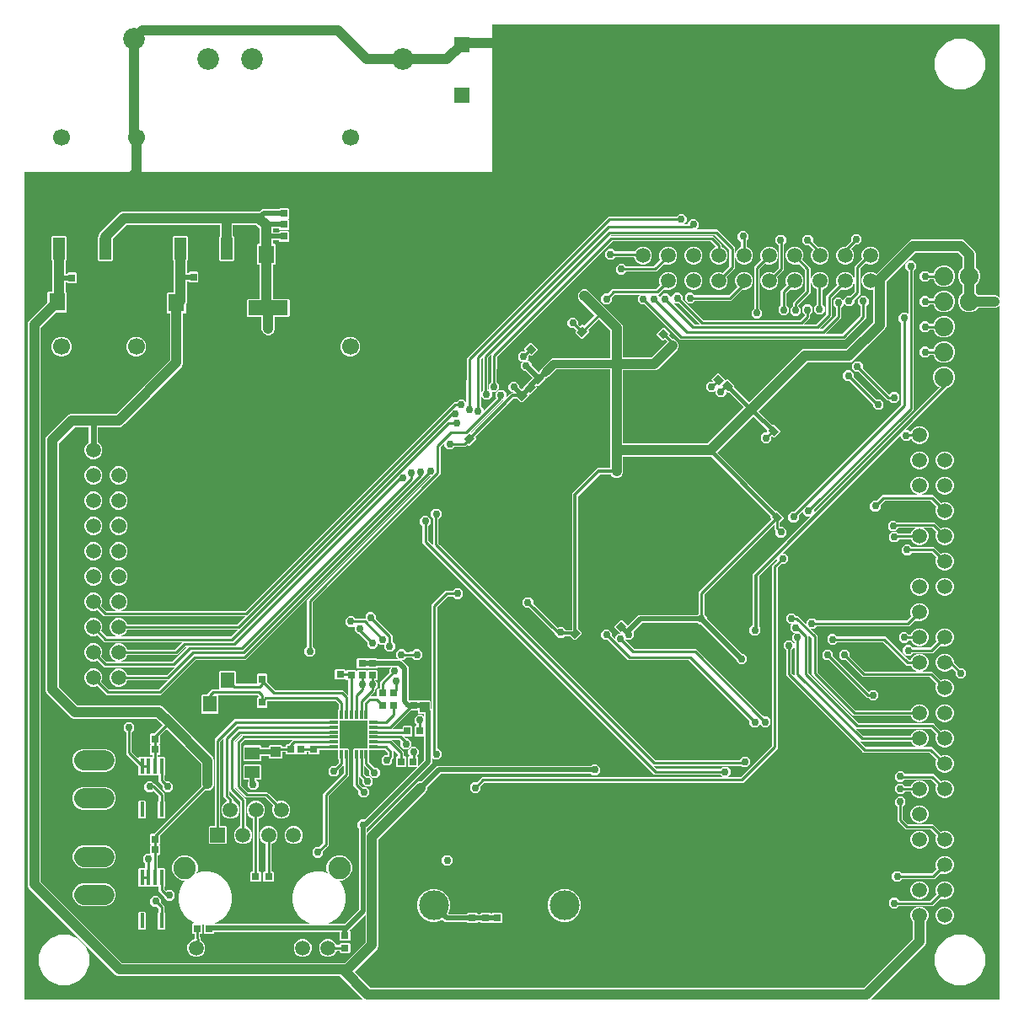
<source format=gbl>
G04 EAGLE Gerber RS-274X export*
G75*
%MOMM*%
%FSLAX34Y34*%
%LPD*%
%INBottom Copper*%
%IPPOS*%
%AMOC8*
5,1,8,0,0,1.08239X$1,22.5*%
G01*
%ADD10R,1.508000X1.508000*%
%ADD11C,1.508000*%
%ADD12C,2.250000*%
%ADD13R,0.863600X0.304800*%
%ADD14R,0.304800X0.863600*%
%ADD15R,2.743200X2.743200*%
%ADD16R,0.800000X0.700000*%
%ADD17R,0.700000X0.800000*%
%ADD18R,1.400000X1.600000*%
%ADD19R,1.000000X1.100000*%
%ADD20R,1.500000X1.300000*%
%ADD21C,3.000000*%
%ADD22C,1.879600*%
%ADD23C,1.700000*%
%ADD24C,2.184400*%
%ADD25R,4.000000X1.500000*%
%ADD26R,1.600000X1.800000*%
%ADD27R,1.219200X2.235200*%
%ADD28R,3.600000X2.200000*%
%ADD29C,2.000000*%
%ADD30R,0.431800X1.524000*%
%ADD31C,0.756400*%
%ADD32C,1.016000*%
%ADD33C,0.254000*%
%ADD34C,0.508000*%
%ADD35C,0.304800*%
%ADD36C,0.609600*%
%ADD37C,0.812800*%
%ADD38C,0.406400*%

G36*
X350747Y10169D02*
X350747Y10169D01*
X350760Y10167D01*
X350762Y10180D01*
X350783Y10197D01*
X350767Y10218D01*
X350771Y10245D01*
X327279Y33737D01*
X327252Y33741D01*
X327244Y33751D01*
X104330Y33751D01*
X101903Y34757D01*
X100038Y36622D01*
X14401Y122259D01*
X13395Y124686D01*
X13395Y689314D01*
X14401Y691741D01*
X33461Y710801D01*
X33463Y710820D01*
X33473Y710827D01*
X33470Y710832D01*
X33475Y710836D01*
X33475Y720632D01*
X34368Y721525D01*
X38232Y721525D01*
X38279Y721561D01*
X38278Y721563D01*
X38279Y721564D01*
X38275Y721569D01*
X38281Y721574D01*
X38281Y752262D01*
X38245Y752309D01*
X38238Y752304D01*
X38232Y752311D01*
X38158Y752311D01*
X37265Y753204D01*
X37265Y776820D01*
X38158Y777713D01*
X51614Y777713D01*
X52507Y776820D01*
X52507Y753204D01*
X51614Y752311D01*
X51540Y752311D01*
X51493Y752275D01*
X51494Y752274D01*
X51493Y752273D01*
X51497Y752267D01*
X51491Y752262D01*
X51491Y739114D01*
X51527Y739067D01*
X51534Y739072D01*
X51540Y739065D01*
X52926Y739065D01*
X52973Y739101D01*
X52968Y739108D01*
X52975Y739114D01*
X52975Y739632D01*
X53868Y740525D01*
X62132Y740525D01*
X63025Y739632D01*
X63025Y730368D01*
X62132Y729475D01*
X53868Y729475D01*
X52975Y730368D01*
X52975Y730886D01*
X52939Y730933D01*
X52932Y730928D01*
X52926Y730935D01*
X51540Y730935D01*
X51493Y730899D01*
X51498Y730891D01*
X51491Y730886D01*
X51491Y721574D01*
X51527Y721527D01*
X51534Y721532D01*
X51540Y721525D01*
X51632Y721525D01*
X52525Y720632D01*
X52525Y701368D01*
X51632Y700475D01*
X41836Y700475D01*
X41815Y700459D01*
X41801Y700461D01*
X26619Y685279D01*
X26615Y685252D01*
X26605Y685244D01*
X26605Y128756D01*
X26621Y128735D01*
X26619Y128721D01*
X108365Y46975D01*
X108392Y46971D01*
X108400Y46961D01*
X332031Y46961D01*
X332053Y46977D01*
X332066Y46975D01*
X352825Y67734D01*
X352829Y67760D01*
X352839Y67769D01*
X352839Y95634D01*
X352831Y95645D01*
X352833Y95658D01*
X352820Y95660D01*
X352803Y95681D01*
X352782Y95665D01*
X352755Y95669D01*
X351969Y94883D01*
X337817Y80731D01*
X336395Y79309D01*
X336393Y79295D01*
X336383Y79287D01*
X336391Y79277D01*
X336387Y79250D01*
X336414Y79246D01*
X336430Y79225D01*
X336732Y79225D01*
X337625Y78332D01*
X337625Y70068D01*
X336732Y69175D01*
X327468Y69175D01*
X326575Y70068D01*
X326575Y78286D01*
X326539Y78333D01*
X326532Y78328D01*
X326526Y78335D01*
X200774Y78335D01*
X200727Y78299D01*
X200732Y78292D01*
X200725Y78286D01*
X200725Y76768D01*
X199832Y75875D01*
X191568Y75875D01*
X190675Y76768D01*
X190675Y85395D01*
X190639Y85442D01*
X190632Y85437D01*
X190626Y85444D01*
X188774Y85444D01*
X188727Y85408D01*
X188732Y85401D01*
X188725Y85395D01*
X188725Y76768D01*
X187832Y75875D01*
X186773Y75875D01*
X186726Y75839D01*
X186732Y75831D01*
X186724Y75824D01*
X186950Y70282D01*
X186977Y70249D01*
X186980Y70239D01*
X187835Y69885D01*
X190385Y67335D01*
X191765Y64003D01*
X191765Y60397D01*
X190385Y57065D01*
X187835Y54515D01*
X184503Y53135D01*
X180897Y53135D01*
X177565Y54515D01*
X175015Y57065D01*
X173635Y60397D01*
X173635Y64003D01*
X175015Y67335D01*
X177565Y69885D01*
X180897Y71265D01*
X181264Y71265D01*
X181312Y71301D01*
X181305Y71309D01*
X181313Y71316D01*
X181130Y75828D01*
X181092Y75874D01*
X181086Y75869D01*
X181081Y75875D01*
X179568Y75875D01*
X178675Y76768D01*
X178675Y86032D01*
X179568Y86925D01*
X182442Y86925D01*
X182461Y86940D01*
X182484Y86949D01*
X182481Y86955D01*
X182489Y86961D01*
X182468Y86989D01*
X182454Y87022D01*
X181561Y87261D01*
X175483Y90770D01*
X170520Y95733D01*
X167011Y101811D01*
X165194Y108591D01*
X165194Y115609D01*
X165229Y115739D01*
X165269Y115887D01*
X165321Y116084D01*
X165322Y116084D01*
X165361Y116232D01*
X165414Y116429D01*
X165453Y116577D01*
X165506Y116774D01*
X165546Y116921D01*
X165585Y117069D01*
X165599Y117118D01*
X165638Y117266D01*
X165678Y117414D01*
X165731Y117611D01*
X165770Y117759D01*
X165823Y117956D01*
X165863Y118103D01*
X165915Y118300D01*
X165955Y118448D01*
X165995Y118596D01*
X166008Y118645D01*
X166047Y118793D01*
X166087Y118941D01*
X166140Y119138D01*
X166179Y119285D01*
X166232Y119482D01*
X166272Y119630D01*
X166311Y119778D01*
X166324Y119827D01*
X166364Y119975D01*
X166404Y120123D01*
X166456Y120320D01*
X166496Y120467D01*
X166549Y120664D01*
X166588Y120812D01*
X166641Y121009D01*
X166681Y121157D01*
X166720Y121305D01*
X166734Y121354D01*
X166773Y121502D01*
X166813Y121649D01*
X166865Y121846D01*
X166866Y121846D01*
X166905Y121994D01*
X166958Y122191D01*
X166997Y122339D01*
X167011Y122389D01*
X170520Y128467D01*
X171794Y129741D01*
X171796Y129755D01*
X171807Y129763D01*
X171799Y129773D01*
X171802Y129800D01*
X171776Y129804D01*
X171759Y129825D01*
X168959Y129825D01*
X164264Y131770D01*
X160670Y135364D01*
X158725Y140059D01*
X158725Y145141D01*
X160670Y149836D01*
X164264Y153430D01*
X168959Y155375D01*
X174041Y155375D01*
X178736Y153430D01*
X182330Y149836D01*
X184275Y145141D01*
X184275Y140059D01*
X183198Y137460D01*
X183201Y137450D01*
X183194Y137442D01*
X183205Y137433D01*
X183213Y137402D01*
X183237Y137408D01*
X183256Y137393D01*
X188341Y138756D01*
X195359Y138756D01*
X202139Y136939D01*
X208217Y133430D01*
X213180Y128467D01*
X216689Y122389D01*
X218506Y115609D01*
X218506Y108591D01*
X218462Y108428D01*
X218423Y108280D01*
X218422Y108280D01*
X218423Y108280D01*
X218370Y108083D01*
X218330Y107935D01*
X218291Y107788D01*
X218277Y107738D01*
X218238Y107591D01*
X218198Y107443D01*
X218145Y107246D01*
X218106Y107098D01*
X218053Y106901D01*
X218013Y106753D01*
X217961Y106556D01*
X217921Y106409D01*
X217881Y106261D01*
X217829Y106064D01*
X217789Y105916D01*
X217736Y105719D01*
X217697Y105571D01*
X217644Y105374D01*
X217604Y105227D01*
X217565Y105079D01*
X217552Y105030D01*
X217512Y104882D01*
X217472Y104734D01*
X217420Y104537D01*
X217380Y104389D01*
X217327Y104192D01*
X217288Y104045D01*
X217235Y103848D01*
X217195Y103700D01*
X217156Y103552D01*
X217142Y103503D01*
X217103Y103355D01*
X217063Y103207D01*
X217010Y103010D01*
X216971Y102863D01*
X216918Y102666D01*
X216879Y102518D01*
X216878Y102518D01*
X216879Y102518D01*
X216839Y102370D01*
X216826Y102321D01*
X216786Y102173D01*
X216747Y102025D01*
X216694Y101828D01*
X216689Y101811D01*
X213180Y95733D01*
X208217Y90770D01*
X202139Y87261D01*
X200136Y86724D01*
X200132Y86719D01*
X200125Y86720D01*
X200123Y86708D01*
X200100Y86677D01*
X200117Y86664D01*
X200114Y86642D01*
X200277Y86479D01*
X200304Y86475D01*
X200312Y86465D01*
X298458Y86465D01*
X298478Y86480D01*
X298501Y86489D01*
X298498Y86495D01*
X298506Y86501D01*
X298484Y86529D01*
X298471Y86562D01*
X295861Y87261D01*
X289783Y90770D01*
X284820Y95733D01*
X281311Y101811D01*
X279494Y108591D01*
X279494Y115609D01*
X279529Y115739D01*
X279569Y115887D01*
X279621Y116084D01*
X279622Y116084D01*
X279661Y116232D01*
X279714Y116429D01*
X279753Y116577D01*
X279806Y116774D01*
X279846Y116921D01*
X279885Y117069D01*
X279899Y117118D01*
X279938Y117266D01*
X279978Y117414D01*
X280031Y117611D01*
X280070Y117759D01*
X280123Y117956D01*
X280163Y118103D01*
X280215Y118300D01*
X280255Y118448D01*
X280295Y118596D01*
X280308Y118645D01*
X280347Y118793D01*
X280387Y118941D01*
X280440Y119138D01*
X280479Y119285D01*
X280532Y119482D01*
X280572Y119630D01*
X280611Y119778D01*
X280624Y119827D01*
X280664Y119975D01*
X280704Y120123D01*
X280756Y120320D01*
X280796Y120467D01*
X280849Y120664D01*
X280888Y120812D01*
X280941Y121009D01*
X280981Y121157D01*
X281020Y121305D01*
X281034Y121354D01*
X281073Y121502D01*
X281113Y121649D01*
X281165Y121846D01*
X281166Y121846D01*
X281205Y121994D01*
X281258Y122191D01*
X281297Y122339D01*
X281311Y122389D01*
X284820Y128467D01*
X289783Y133430D01*
X295861Y136939D01*
X302641Y138756D01*
X309659Y138756D01*
X314744Y137393D01*
X314753Y137397D01*
X314762Y137392D01*
X314769Y137404D01*
X314799Y137416D01*
X314789Y137439D01*
X314802Y137460D01*
X313725Y140059D01*
X313725Y145141D01*
X315670Y149836D01*
X319264Y153430D01*
X323959Y155375D01*
X329041Y155375D01*
X333736Y153430D01*
X337330Y149836D01*
X339275Y145141D01*
X339275Y140059D01*
X337330Y135364D01*
X333736Y131770D01*
X329041Y129825D01*
X326241Y129825D01*
X326230Y129817D01*
X326216Y129819D01*
X326215Y129806D01*
X326193Y129789D01*
X326209Y129768D01*
X326206Y129741D01*
X327480Y128467D01*
X330989Y122389D01*
X332806Y115609D01*
X332806Y108591D01*
X332762Y108428D01*
X332723Y108280D01*
X332722Y108280D01*
X332723Y108280D01*
X332670Y108083D01*
X332630Y107935D01*
X332591Y107788D01*
X332577Y107738D01*
X332538Y107591D01*
X332498Y107443D01*
X332445Y107246D01*
X332406Y107098D01*
X332353Y106901D01*
X332313Y106753D01*
X332261Y106556D01*
X332221Y106409D01*
X332181Y106261D01*
X332129Y106064D01*
X332089Y105916D01*
X332036Y105719D01*
X331997Y105571D01*
X331944Y105374D01*
X331904Y105227D01*
X331865Y105079D01*
X331852Y105030D01*
X331812Y104882D01*
X331772Y104734D01*
X331720Y104537D01*
X331680Y104389D01*
X331627Y104192D01*
X331588Y104045D01*
X331535Y103848D01*
X331495Y103700D01*
X331456Y103552D01*
X331442Y103503D01*
X331403Y103355D01*
X331363Y103207D01*
X331310Y103010D01*
X331271Y102863D01*
X331218Y102666D01*
X331179Y102518D01*
X331178Y102518D01*
X331179Y102518D01*
X331139Y102370D01*
X331126Y102321D01*
X331086Y102173D01*
X331047Y102025D01*
X330994Y101828D01*
X330989Y101811D01*
X327480Y95733D01*
X322517Y90770D01*
X316439Y87261D01*
X313829Y86562D01*
X313814Y86542D01*
X313794Y86527D01*
X313798Y86522D01*
X313792Y86515D01*
X313820Y86493D01*
X313842Y86465D01*
X332034Y86465D01*
X332055Y86481D01*
X332069Y86479D01*
X346221Y100631D01*
X346225Y100658D01*
X346235Y100666D01*
X346235Y182240D01*
X346219Y182261D01*
X346221Y182274D01*
X344993Y183502D01*
X344993Y187898D01*
X348102Y191007D01*
X351985Y191007D01*
X352007Y191023D01*
X352020Y191021D01*
X404390Y243391D01*
X404392Y243405D01*
X404403Y243413D01*
X404395Y243423D01*
X404398Y243450D01*
X404372Y243454D01*
X404355Y243475D01*
X396368Y243475D01*
X395475Y244368D01*
X395475Y253632D01*
X396368Y254525D01*
X397852Y254525D01*
X397862Y254533D01*
X397876Y254531D01*
X397878Y254544D01*
X397899Y254561D01*
X397883Y254582D01*
X397886Y254609D01*
X395693Y256802D01*
X395693Y261198D01*
X398802Y264307D01*
X403198Y264307D01*
X406307Y261198D01*
X406307Y256802D01*
X404114Y254609D01*
X404112Y254595D01*
X404101Y254587D01*
X404109Y254577D01*
X404106Y254550D01*
X404132Y254546D01*
X404148Y254525D01*
X404632Y254525D01*
X405525Y253632D01*
X405525Y244645D01*
X405533Y244634D01*
X405531Y244621D01*
X405544Y244619D01*
X405561Y244597D01*
X405582Y244613D01*
X405609Y244610D01*
X411921Y250922D01*
X411925Y250949D01*
X411935Y250957D01*
X411935Y275160D01*
X411927Y275171D01*
X411929Y275184D01*
X411916Y275186D01*
X411899Y275207D01*
X411878Y275191D01*
X411851Y275195D01*
X411132Y274475D01*
X402868Y274475D01*
X401975Y275368D01*
X401975Y284632D01*
X402868Y285525D01*
X404156Y285525D01*
X404203Y285561D01*
X404198Y285568D01*
X404205Y285574D01*
X404205Y286769D01*
X404189Y286791D01*
X404191Y286804D01*
X402193Y288802D01*
X402193Y293198D01*
X405302Y296307D01*
X409698Y296307D01*
X411851Y294154D01*
X411865Y294152D01*
X411873Y294141D01*
X411883Y294149D01*
X411910Y294146D01*
X411914Y294172D01*
X411935Y294188D01*
X411935Y296926D01*
X411899Y296973D01*
X411892Y296968D01*
X411886Y296975D01*
X406368Y296975D01*
X405475Y297868D01*
X405475Y300926D01*
X405439Y300973D01*
X405432Y300968D01*
X405426Y300975D01*
X398448Y300975D01*
X398427Y300959D01*
X398413Y300961D01*
X379331Y281879D01*
X379329Y281865D01*
X379319Y281857D01*
X379327Y281847D01*
X379323Y281820D01*
X379350Y281816D01*
X379366Y281795D01*
X389926Y281795D01*
X389973Y281831D01*
X389968Y281838D01*
X389975Y281844D01*
X389975Y284632D01*
X390868Y285525D01*
X399132Y285525D01*
X400025Y284632D01*
X400025Y275368D01*
X399132Y274475D01*
X391596Y274475D01*
X391585Y274467D01*
X391572Y274469D01*
X391570Y274456D01*
X391549Y274439D01*
X391565Y274418D01*
X391561Y274391D01*
X393627Y272325D01*
X393652Y272322D01*
X393654Y272318D01*
X393656Y272318D01*
X393662Y272311D01*
X395698Y272311D01*
X398807Y269202D01*
X398807Y264806D01*
X395698Y261697D01*
X391302Y261697D01*
X388193Y264806D01*
X388193Y269202D01*
X388485Y269493D01*
X388493Y269552D01*
X388483Y269554D01*
X388485Y269563D01*
X386857Y271191D01*
X386830Y271195D01*
X386822Y271205D01*
X379366Y271205D01*
X379355Y271197D01*
X379342Y271199D01*
X379340Y271186D01*
X379319Y271169D01*
X379335Y271148D01*
X379331Y271121D01*
X391295Y259158D01*
X391295Y254574D01*
X391331Y254527D01*
X391338Y254532D01*
X391344Y254525D01*
X392632Y254525D01*
X393525Y253632D01*
X393525Y244368D01*
X392632Y243475D01*
X384368Y243475D01*
X383475Y244368D01*
X383475Y253632D01*
X384368Y254525D01*
X385656Y254525D01*
X385703Y254561D01*
X385698Y254568D01*
X385705Y254574D01*
X385705Y256822D01*
X385689Y256843D01*
X385691Y256857D01*
X376357Y266191D01*
X376330Y266195D01*
X376322Y266205D01*
X375366Y266205D01*
X375355Y266197D01*
X375342Y266199D01*
X375340Y266186D01*
X375319Y266169D01*
X375335Y266148D01*
X375331Y266121D01*
X379143Y262309D01*
X380795Y260658D01*
X380795Y253018D01*
X379645Y251869D01*
X379643Y251852D01*
X379633Y251844D01*
X379637Y251838D01*
X379631Y251834D01*
X379631Y248302D01*
X376522Y245193D01*
X372126Y245193D01*
X369017Y248302D01*
X369017Y252698D01*
X372126Y255807D01*
X375156Y255807D01*
X375203Y255843D01*
X375198Y255850D01*
X375205Y255856D01*
X375205Y258322D01*
X375189Y258343D01*
X375191Y258357D01*
X372357Y261191D01*
X372330Y261195D01*
X372322Y261205D01*
X365909Y261205D01*
X365887Y261189D01*
X365874Y261191D01*
X365635Y260951D01*
X356598Y260951D01*
X356551Y260915D01*
X356555Y260909D01*
X356551Y260906D01*
X356552Y260904D01*
X356549Y260902D01*
X356549Y251865D01*
X356309Y251626D01*
X356306Y251605D01*
X356297Y251598D01*
X356299Y251594D01*
X356295Y251591D01*
X356295Y248678D01*
X356311Y248657D01*
X356309Y248643D01*
X361631Y243321D01*
X361657Y243318D01*
X361663Y243310D01*
X361666Y243307D01*
X364198Y243307D01*
X367307Y240198D01*
X367307Y235802D01*
X364198Y232693D01*
X359802Y232693D01*
X356693Y235802D01*
X356693Y240198D01*
X356737Y240241D01*
X356745Y240300D01*
X356735Y240302D01*
X356737Y240311D01*
X351379Y245669D01*
X351365Y245671D01*
X351357Y245681D01*
X351348Y245674D01*
X351344Y245674D01*
X351343Y245674D01*
X351320Y245677D01*
X351317Y245653D01*
X351297Y245638D01*
X351298Y245636D01*
X351295Y245634D01*
X351295Y237178D01*
X351311Y237157D01*
X351309Y237143D01*
X353631Y234821D01*
X353658Y234817D01*
X353666Y234807D01*
X357198Y234807D01*
X360307Y231698D01*
X360307Y227302D01*
X357198Y224193D01*
X352802Y224193D01*
X349693Y227302D01*
X349693Y230834D01*
X349677Y230855D01*
X349679Y230869D01*
X346379Y234169D01*
X346365Y234171D01*
X346357Y234181D01*
X346347Y234173D01*
X346320Y234177D01*
X346316Y234150D01*
X346295Y234134D01*
X346295Y227178D01*
X346311Y227157D01*
X346309Y227143D01*
X349631Y223821D01*
X349658Y223818D01*
X349666Y223807D01*
X353198Y223807D01*
X356307Y220698D01*
X356307Y216302D01*
X353198Y213193D01*
X348802Y213193D01*
X345693Y216302D01*
X345693Y219834D01*
X345677Y219855D01*
X345679Y219869D01*
X340705Y224842D01*
X340705Y251591D01*
X340689Y251613D01*
X340691Y251626D01*
X340451Y251865D01*
X340451Y261765D01*
X341344Y262658D01*
X345656Y262658D01*
X345965Y262348D01*
X346024Y262340D01*
X346025Y262349D01*
X346035Y262348D01*
X346344Y262658D01*
X350656Y262658D01*
X350965Y262348D01*
X351024Y262340D01*
X351025Y262349D01*
X351035Y262348D01*
X351344Y262658D01*
X354793Y262658D01*
X354840Y262694D01*
X354837Y262699D01*
X354840Y262701D01*
X354838Y262704D01*
X354842Y262707D01*
X354842Y266156D01*
X355152Y266465D01*
X355156Y266492D01*
X355157Y266494D01*
X355156Y266496D01*
X355160Y266524D01*
X355151Y266525D01*
X355152Y266535D01*
X354842Y266844D01*
X354842Y271156D01*
X355152Y271465D01*
X355160Y271524D01*
X355151Y271525D01*
X355152Y271535D01*
X354842Y271844D01*
X354842Y276156D01*
X355152Y276465D01*
X355155Y276488D01*
X355160Y276491D01*
X355156Y276496D01*
X355160Y276524D01*
X355151Y276525D01*
X355152Y276535D01*
X354842Y276844D01*
X354842Y281156D01*
X355152Y281465D01*
X355160Y281524D01*
X355151Y281525D01*
X355152Y281535D01*
X354842Y281844D01*
X354842Y286156D01*
X355152Y286465D01*
X355154Y286483D01*
X355162Y286489D01*
X355156Y286497D01*
X355160Y286524D01*
X355151Y286525D01*
X355152Y286535D01*
X354842Y286844D01*
X354842Y290293D01*
X354806Y290340D01*
X354799Y290335D01*
X354793Y290342D01*
X351344Y290342D01*
X351035Y290652D01*
X350976Y290660D01*
X350975Y290651D01*
X350965Y290652D01*
X350656Y290342D01*
X346344Y290342D01*
X346035Y290652D01*
X345976Y290660D01*
X345975Y290651D01*
X345965Y290652D01*
X345656Y290342D01*
X341344Y290342D01*
X341035Y290652D01*
X340976Y290660D01*
X340975Y290651D01*
X340965Y290652D01*
X340656Y290342D01*
X336344Y290342D01*
X336035Y290652D01*
X335976Y290660D01*
X335975Y290651D01*
X335965Y290652D01*
X335656Y290342D01*
X331344Y290342D01*
X331035Y290652D01*
X330976Y290660D01*
X330975Y290651D01*
X330965Y290652D01*
X330656Y290342D01*
X327207Y290342D01*
X327160Y290306D01*
X327165Y290299D01*
X327158Y290293D01*
X327158Y286844D01*
X326848Y286535D01*
X326846Y286522D01*
X326838Y286516D01*
X326844Y286507D01*
X326840Y286476D01*
X326849Y286475D01*
X326848Y286465D01*
X327158Y286156D01*
X327158Y281844D01*
X326848Y281535D01*
X326840Y281476D01*
X326849Y281475D01*
X326848Y281465D01*
X327158Y281156D01*
X327158Y276844D01*
X326848Y276535D01*
X326846Y276523D01*
X326840Y276518D01*
X326845Y276512D01*
X326840Y276476D01*
X326849Y276475D01*
X326848Y276465D01*
X327158Y276156D01*
X327158Y271844D01*
X326848Y271535D01*
X326840Y271476D01*
X326849Y271475D01*
X326848Y271465D01*
X327158Y271156D01*
X327158Y266844D01*
X326848Y266535D01*
X326847Y266523D01*
X326843Y266520D01*
X326846Y266516D01*
X326840Y266476D01*
X326849Y266475D01*
X326848Y266465D01*
X327158Y266156D01*
X327158Y262707D01*
X327194Y262660D01*
X327201Y262665D01*
X327207Y262658D01*
X330656Y262658D01*
X330965Y262348D01*
X331024Y262340D01*
X331025Y262349D01*
X331035Y262348D01*
X331344Y262658D01*
X335656Y262658D01*
X336549Y261765D01*
X336549Y251865D01*
X336309Y251626D01*
X336306Y251605D01*
X336297Y251598D01*
X336299Y251594D01*
X336295Y251591D01*
X336295Y235342D01*
X315809Y214857D01*
X315805Y214830D01*
X315795Y214822D01*
X315795Y165142D01*
X310171Y159519D01*
X310169Y159506D01*
X310161Y159500D01*
X310167Y159492D01*
X310157Y159484D01*
X310157Y155952D01*
X307048Y152843D01*
X302652Y152843D01*
X299543Y155952D01*
X299543Y160348D01*
X302652Y163457D01*
X306184Y163457D01*
X306205Y163473D01*
X306219Y163471D01*
X310191Y167443D01*
X310195Y167470D01*
X310205Y167478D01*
X310205Y217158D01*
X330691Y237643D01*
X330695Y237670D01*
X330705Y237678D01*
X330705Y245134D01*
X330697Y245145D01*
X330699Y245158D01*
X330686Y245160D01*
X330669Y245181D01*
X330661Y245175D01*
X330656Y245182D01*
X330654Y245182D01*
X330635Y245167D01*
X330621Y245169D01*
X326321Y240869D01*
X326317Y240842D01*
X326307Y240834D01*
X326307Y237302D01*
X323198Y234193D01*
X318802Y234193D01*
X315693Y237302D01*
X315693Y241698D01*
X318802Y244807D01*
X322334Y244807D01*
X322355Y244823D01*
X322369Y244821D01*
X325691Y248143D01*
X325694Y248165D01*
X325703Y248173D01*
X325702Y248175D01*
X325705Y248178D01*
X325705Y251591D01*
X325689Y251612D01*
X325691Y251626D01*
X325451Y251865D01*
X325451Y260902D01*
X325415Y260949D01*
X325408Y260944D01*
X325402Y260951D01*
X316365Y260951D01*
X316126Y261191D01*
X316099Y261195D01*
X316091Y261205D01*
X306574Y261205D01*
X306527Y261169D01*
X306532Y261162D01*
X306525Y261156D01*
X306525Y257668D01*
X305632Y256775D01*
X296368Y256775D01*
X295475Y257668D01*
X295475Y258956D01*
X295439Y259003D01*
X295432Y258998D01*
X295426Y259005D01*
X293774Y259005D01*
X293727Y258969D01*
X293732Y258962D01*
X293725Y258956D01*
X293725Y257668D01*
X292832Y256775D01*
X283568Y256775D01*
X283085Y257259D01*
X283026Y257267D01*
X283025Y257258D01*
X283015Y257259D01*
X282532Y256775D01*
X273268Y256775D01*
X272375Y257668D01*
X272375Y258956D01*
X272339Y259003D01*
X272332Y258998D01*
X272326Y259005D01*
X269194Y259005D01*
X269147Y258969D01*
X269152Y258962D01*
X269145Y258956D01*
X269145Y252978D01*
X268252Y252085D01*
X256988Y252085D01*
X256095Y252978D01*
X256095Y254996D01*
X256059Y255043D01*
X256052Y255038D01*
X256046Y255045D01*
X248274Y255045D01*
X248227Y255009D01*
X248232Y255002D01*
X248225Y254996D01*
X248225Y250668D01*
X247332Y249775D01*
X231068Y249775D01*
X230175Y250668D01*
X230175Y264932D01*
X231068Y265825D01*
X247332Y265825D01*
X248225Y264932D01*
X248225Y263224D01*
X248261Y263177D01*
X248268Y263182D01*
X248274Y263175D01*
X256046Y263175D01*
X256093Y263211D01*
X256088Y263218D01*
X256095Y263224D01*
X256095Y265242D01*
X256988Y266135D01*
X268252Y266135D01*
X269145Y265242D01*
X269145Y264644D01*
X269181Y264597D01*
X269188Y264602D01*
X269194Y264595D01*
X272326Y264595D01*
X272373Y264631D01*
X272368Y264638D01*
X272375Y264644D01*
X272375Y265932D01*
X273268Y266825D01*
X275056Y266825D01*
X275103Y266861D01*
X275098Y266868D01*
X275105Y266874D01*
X275105Y267109D01*
X279118Y271121D01*
X279119Y271135D01*
X279130Y271143D01*
X279122Y271153D01*
X279126Y271180D01*
X279099Y271184D01*
X279083Y271205D01*
X231678Y271205D01*
X231657Y271189D01*
X231643Y271191D01*
X227809Y267357D01*
X227805Y267330D01*
X227795Y267322D01*
X227795Y225678D01*
X227811Y225657D01*
X227809Y225643D01*
X234643Y218809D01*
X234670Y218805D01*
X234678Y218795D01*
X254258Y218795D01*
X255909Y217143D01*
X263934Y209119D01*
X263980Y209112D01*
X263987Y209108D01*
X266297Y210065D01*
X269903Y210065D01*
X273235Y208685D01*
X275785Y206135D01*
X277165Y202803D01*
X277165Y199197D01*
X275785Y195865D01*
X273235Y193315D01*
X269903Y191935D01*
X266297Y191935D01*
X262965Y193315D01*
X260415Y195865D01*
X259035Y199197D01*
X259035Y202803D01*
X259992Y205113D01*
X259980Y205158D01*
X259981Y205166D01*
X251957Y213191D01*
X251930Y213195D01*
X251922Y213205D01*
X232342Y213205D01*
X222205Y223342D01*
X222205Y269658D01*
X227691Y275143D01*
X228669Y276121D01*
X228671Y276135D01*
X228681Y276143D01*
X228673Y276153D01*
X228677Y276180D01*
X228650Y276184D01*
X228634Y276205D01*
X227678Y276205D01*
X227657Y276189D01*
X227643Y276191D01*
X221709Y270257D01*
X221705Y270230D01*
X221695Y270222D01*
X221695Y222778D01*
X221711Y222757D01*
X221709Y222743D01*
X232695Y211758D01*
X232695Y184287D01*
X232723Y184250D01*
X232725Y184241D01*
X235035Y183285D01*
X237585Y180735D01*
X238965Y177403D01*
X238965Y173797D01*
X237585Y170465D01*
X235035Y167915D01*
X231703Y166535D01*
X228097Y166535D01*
X224765Y167915D01*
X222215Y170465D01*
X220835Y173797D01*
X220835Y177403D01*
X222215Y180735D01*
X224765Y183285D01*
X227075Y184241D01*
X227098Y184282D01*
X227105Y184287D01*
X227105Y209422D01*
X227089Y209443D01*
X227091Y209457D01*
X216105Y220442D01*
X216105Y271534D01*
X216097Y271545D01*
X216099Y271558D01*
X216086Y271560D01*
X216069Y271581D01*
X216060Y271574D01*
X216056Y271580D01*
X216052Y271580D01*
X216036Y271567D01*
X216021Y271569D01*
X215809Y271357D01*
X215805Y271330D01*
X215795Y271322D01*
X215795Y216178D01*
X215811Y216157D01*
X215809Y216143D01*
X219995Y211958D01*
X219995Y209687D01*
X220023Y209650D01*
X220025Y209641D01*
X222335Y208685D01*
X224885Y206135D01*
X226265Y202803D01*
X226265Y199197D01*
X224885Y195865D01*
X222335Y193315D01*
X219003Y191935D01*
X215397Y191935D01*
X212065Y193315D01*
X209515Y195865D01*
X208135Y199197D01*
X208135Y202803D01*
X209515Y206135D01*
X212065Y208685D01*
X214329Y209622D01*
X214331Y209625D01*
X214334Y209625D01*
X214335Y209633D01*
X214349Y209656D01*
X214353Y209659D01*
X214352Y209661D01*
X214359Y209674D01*
X214342Y209683D01*
X214345Y209703D01*
X210205Y213842D01*
X210205Y272634D01*
X210197Y272645D01*
X210199Y272658D01*
X210186Y272660D01*
X210169Y272681D01*
X210148Y272665D01*
X210121Y272669D01*
X206809Y269357D01*
X206806Y269335D01*
X206797Y269328D01*
X206799Y269325D01*
X206795Y269322D01*
X206795Y184714D01*
X206831Y184667D01*
X206838Y184672D01*
X206844Y184665D01*
X212672Y184665D01*
X213565Y183772D01*
X213565Y167428D01*
X212672Y166535D01*
X196328Y166535D01*
X195435Y167428D01*
X195435Y183772D01*
X196328Y184665D01*
X201156Y184665D01*
X201203Y184701D01*
X201198Y184708D01*
X201205Y184714D01*
X201205Y271658D01*
X221342Y291795D01*
X316091Y291795D01*
X316112Y291811D01*
X316126Y291809D01*
X316365Y292049D01*
X325402Y292049D01*
X325449Y292085D01*
X325444Y292092D01*
X325451Y292098D01*
X325451Y301135D01*
X325691Y301374D01*
X325695Y301401D01*
X325705Y301409D01*
X325705Y307007D01*
X325689Y307028D01*
X325691Y307042D01*
X322642Y310091D01*
X322615Y310095D01*
X322607Y310105D01*
X253878Y310105D01*
X253857Y310089D01*
X253843Y310091D01*
X253739Y309987D01*
X253736Y309966D01*
X253727Y309959D01*
X253729Y309955D01*
X253725Y309952D01*
X253725Y304268D01*
X252832Y303375D01*
X244568Y303375D01*
X243675Y304268D01*
X243675Y313532D01*
X244568Y314425D01*
X245856Y314425D01*
X245903Y314461D01*
X245902Y314462D01*
X245903Y314463D01*
X245899Y314469D01*
X245905Y314474D01*
X245905Y314622D01*
X245889Y314643D01*
X245891Y314657D01*
X244357Y316191D01*
X244332Y316194D01*
X244327Y316200D01*
X244326Y316200D01*
X244322Y316205D01*
X204670Y316205D01*
X204659Y316197D01*
X204646Y316199D01*
X204644Y316186D01*
X204623Y316169D01*
X204639Y316148D01*
X204635Y316121D01*
X205025Y315732D01*
X205025Y298468D01*
X204132Y297575D01*
X188868Y297575D01*
X187975Y298468D01*
X187975Y315732D01*
X188868Y316625D01*
X193656Y316625D01*
X193703Y316661D01*
X193698Y316668D01*
X193705Y316674D01*
X193705Y317209D01*
X198291Y321795D01*
X206530Y321795D01*
X206541Y321803D01*
X206554Y321801D01*
X206556Y321814D01*
X206577Y321831D01*
X206561Y321852D01*
X206565Y321879D01*
X205975Y322468D01*
X205975Y339732D01*
X206868Y340625D01*
X222132Y340625D01*
X223025Y339732D01*
X223025Y327344D01*
X223061Y327297D01*
X223068Y327302D01*
X223074Y327295D01*
X244230Y327295D01*
X244241Y327303D01*
X244254Y327301D01*
X244256Y327314D01*
X244277Y327331D01*
X244261Y327352D01*
X244265Y327379D01*
X244175Y327468D01*
X244175Y336732D01*
X245068Y337625D01*
X253332Y337625D01*
X254225Y336732D01*
X254225Y329048D01*
X254241Y329027D01*
X254239Y329013D01*
X262343Y320909D01*
X262370Y320905D01*
X262378Y320895D01*
X330558Y320895D01*
X335621Y315831D01*
X335635Y315829D01*
X335643Y315819D01*
X335653Y315827D01*
X335680Y315823D01*
X335684Y315850D01*
X335705Y315866D01*
X335705Y331326D01*
X335669Y331373D01*
X335662Y331368D01*
X335656Y331375D01*
X333978Y331375D01*
X333085Y332268D01*
X333085Y332410D01*
X333077Y332421D01*
X333079Y332434D01*
X333066Y332436D01*
X333049Y332457D01*
X333039Y332449D01*
X333036Y332453D01*
X333029Y332453D01*
X333016Y332443D01*
X333001Y332445D01*
X332232Y331675D01*
X322968Y331675D01*
X322075Y332568D01*
X322075Y340832D01*
X322968Y341725D01*
X332232Y341725D01*
X333125Y340832D01*
X333125Y340690D01*
X333133Y340679D01*
X333131Y340666D01*
X333144Y340664D01*
X333161Y340643D01*
X333182Y340659D01*
X333209Y340655D01*
X333978Y341425D01*
X343242Y341425D01*
X344070Y340596D01*
X344129Y340588D01*
X344130Y340597D01*
X344140Y340596D01*
X344768Y341225D01*
X354032Y341225D01*
X354465Y340791D01*
X354524Y340783D01*
X354525Y340792D01*
X354535Y340791D01*
X354968Y341225D01*
X364232Y341225D01*
X365125Y340332D01*
X365125Y332068D01*
X364232Y331175D01*
X362548Y331175D01*
X362538Y331167D01*
X362524Y331169D01*
X362522Y331156D01*
X362501Y331139D01*
X362517Y331118D01*
X362514Y331091D01*
X364807Y328798D01*
X364807Y324402D01*
X362409Y322004D01*
X362406Y321983D01*
X362397Y321976D01*
X362399Y321973D01*
X362395Y321969D01*
X362395Y321126D01*
X362395Y321125D01*
X362415Y319993D01*
X362409Y319986D01*
X362406Y319964D01*
X362397Y319957D01*
X362398Y319955D01*
X362395Y319952D01*
X362395Y319942D01*
X361595Y319143D01*
X361595Y319142D01*
X361594Y319142D01*
X360808Y318327D01*
X360798Y318327D01*
X360778Y318310D01*
X360765Y318312D01*
X357331Y314879D01*
X357329Y314865D01*
X357319Y314857D01*
X357327Y314847D01*
X357323Y314820D01*
X357350Y314816D01*
X357366Y314795D01*
X364426Y314795D01*
X364473Y314831D01*
X364468Y314838D01*
X364475Y314844D01*
X364475Y322132D01*
X365368Y323025D01*
X367156Y323025D01*
X367203Y323061D01*
X367198Y323068D01*
X367205Y323074D01*
X367205Y329158D01*
X376679Y338631D01*
X376680Y338642D01*
X376684Y338645D01*
X376681Y338648D01*
X376683Y338658D01*
X376693Y338666D01*
X376693Y342198D01*
X378546Y344051D01*
X378548Y344062D01*
X378549Y344062D01*
X378548Y344063D01*
X378548Y344065D01*
X378559Y344073D01*
X378551Y344083D01*
X378554Y344110D01*
X378528Y344114D01*
X378512Y344135D01*
X365174Y344135D01*
X365127Y344099D01*
X365132Y344093D01*
X365127Y344089D01*
X365127Y344088D01*
X365125Y344086D01*
X365125Y344068D01*
X364232Y343175D01*
X354968Y343175D01*
X354535Y343609D01*
X354476Y343617D01*
X354475Y343608D01*
X354465Y343609D01*
X354032Y343175D01*
X344768Y343175D01*
X343875Y344068D01*
X343875Y352332D01*
X344768Y353225D01*
X354032Y353225D01*
X354465Y352791D01*
X354524Y352783D01*
X354525Y352792D01*
X354535Y352791D01*
X354968Y353225D01*
X364232Y353225D01*
X365125Y352332D01*
X365125Y352314D01*
X365161Y352267D01*
X365168Y352272D01*
X365174Y352265D01*
X386036Y352265D01*
X386046Y352273D01*
X386060Y352271D01*
X386062Y352284D01*
X386083Y352301D01*
X386067Y352322D01*
X386070Y352349D01*
X383693Y354726D01*
X383693Y359122D01*
X386802Y362231D01*
X391198Y362231D01*
X393976Y359453D01*
X394002Y359449D01*
X394008Y359442D01*
X394009Y359442D01*
X394011Y359438D01*
X399644Y359469D01*
X399665Y359485D01*
X399679Y359483D01*
X402202Y362007D01*
X406598Y362007D01*
X409707Y358898D01*
X409707Y354502D01*
X406598Y351393D01*
X402202Y351393D01*
X399730Y353865D01*
X399704Y353869D01*
X399698Y353876D01*
X399697Y353876D01*
X399695Y353880D01*
X393447Y353846D01*
X393426Y353830D01*
X393412Y353831D01*
X391198Y351617D01*
X389250Y351617D01*
X389239Y351609D01*
X389226Y351611D01*
X389224Y351598D01*
X389203Y351581D01*
X389219Y351560D01*
X389215Y351533D01*
X390879Y349869D01*
X396065Y344684D01*
X396065Y311457D01*
X396081Y311435D01*
X396079Y311422D01*
X396462Y311039D01*
X396487Y311036D01*
X396492Y311029D01*
X396493Y311029D01*
X396497Y311025D01*
X405632Y311025D01*
X405965Y310691D01*
X405990Y310688D01*
X405992Y310684D01*
X406008Y310684D01*
X406009Y310685D01*
X406024Y310683D01*
X406025Y310692D01*
X406035Y310691D01*
X406368Y311025D01*
X417632Y311025D01*
X418525Y310132D01*
X418525Y303244D01*
X418541Y303223D01*
X418539Y303209D01*
X419121Y302627D01*
X419135Y302625D01*
X419143Y302615D01*
X419153Y302623D01*
X419180Y302619D01*
X419184Y302646D01*
X419205Y302662D01*
X419205Y407158D01*
X432818Y420770D01*
X440745Y420770D01*
X440767Y420787D01*
X440780Y420785D01*
X443278Y423282D01*
X447674Y423282D01*
X450782Y420174D01*
X450782Y415778D01*
X447674Y412669D01*
X443278Y412669D01*
X440780Y415167D01*
X440753Y415170D01*
X440745Y415181D01*
X435154Y415181D01*
X435132Y415165D01*
X435119Y415167D01*
X424809Y404857D01*
X424805Y404830D01*
X424795Y404822D01*
X424795Y262356D01*
X424831Y262309D01*
X424838Y262314D01*
X424844Y262307D01*
X426198Y262307D01*
X429307Y259198D01*
X429307Y254802D01*
X426198Y251693D01*
X421802Y251693D01*
X420149Y253346D01*
X420135Y253348D01*
X420127Y253359D01*
X420120Y253354D01*
X420118Y253357D01*
X420114Y253357D01*
X420107Y253352D01*
X420090Y253354D01*
X420087Y253337D01*
X420067Y253321D01*
X420071Y253316D01*
X420065Y253312D01*
X420065Y247569D01*
X417669Y245173D01*
X354379Y181883D01*
X354377Y181867D01*
X354367Y181860D01*
X354371Y181853D01*
X354365Y181849D01*
X354365Y178324D01*
X354373Y178313D01*
X354371Y178300D01*
X354384Y178298D01*
X354401Y178277D01*
X354422Y178293D01*
X354449Y178289D01*
X355710Y179550D01*
X404259Y228099D01*
X406686Y229105D01*
X408836Y229105D01*
X408857Y229121D01*
X408871Y229119D01*
X422421Y242669D01*
X424816Y245065D01*
X579539Y245065D01*
X579561Y245081D01*
X579574Y245079D01*
X580802Y246307D01*
X585198Y246307D01*
X588307Y243198D01*
X588307Y238802D01*
X585198Y235693D01*
X580802Y235693D01*
X579574Y236921D01*
X579548Y236925D01*
X579539Y236935D01*
X428204Y236935D01*
X428183Y236919D01*
X428169Y236921D01*
X414619Y223371D01*
X414615Y223344D01*
X414605Y223336D01*
X414605Y221186D01*
X413599Y218759D01*
X366063Y171223D01*
X366059Y171196D01*
X366049Y171188D01*
X366049Y63699D01*
X365043Y61271D01*
X363178Y59406D01*
X341769Y37997D01*
X341761Y37938D01*
X341770Y37937D01*
X341769Y37927D01*
X357837Y21859D01*
X357864Y21855D01*
X357872Y21845D01*
X853244Y21845D01*
X853265Y21861D01*
X853279Y21859D01*
X902681Y71261D01*
X902685Y71288D01*
X902695Y71296D01*
X902695Y88465D01*
X902679Y88486D01*
X902681Y88500D01*
X901615Y89565D01*
X900235Y92897D01*
X900235Y96503D01*
X901615Y99835D01*
X904165Y102385D01*
X907497Y103765D01*
X911103Y103765D01*
X914435Y102385D01*
X916985Y99835D01*
X918365Y96503D01*
X918365Y92897D01*
X916985Y89565D01*
X915919Y88500D01*
X915917Y88487D01*
X915910Y88482D01*
X915916Y88474D01*
X915915Y88473D01*
X915905Y88465D01*
X915905Y67226D01*
X914899Y64799D01*
X861606Y11506D01*
X860345Y10245D01*
X860343Y10231D01*
X860333Y10223D01*
X860341Y10213D01*
X860337Y10186D01*
X860364Y10182D01*
X860380Y10161D01*
X989790Y10161D01*
X989837Y10197D01*
X989832Y10204D01*
X989839Y10210D01*
X989839Y707620D01*
X989831Y707631D01*
X989833Y707644D01*
X989820Y707646D01*
X989803Y707667D01*
X989782Y707651D01*
X989755Y707655D01*
X988101Y706001D01*
X985674Y704995D01*
X968263Y704995D01*
X968241Y704979D01*
X968228Y704981D01*
X965587Y702340D01*
X961573Y700677D01*
X957227Y700677D01*
X953213Y702340D01*
X950140Y705413D01*
X948477Y709427D01*
X948477Y713773D01*
X950140Y717787D01*
X952781Y720428D01*
X952785Y720455D01*
X952795Y720463D01*
X952795Y728137D01*
X952779Y728159D01*
X952781Y728172D01*
X950140Y730813D01*
X948477Y734827D01*
X948477Y739173D01*
X950140Y743187D01*
X952781Y745828D01*
X952782Y745840D01*
X952788Y745844D01*
X952784Y745849D01*
X952785Y745855D01*
X952795Y745863D01*
X952795Y755844D01*
X952779Y755865D01*
X952781Y755879D01*
X948279Y760381D01*
X948254Y760384D01*
X948253Y760386D01*
X948251Y760386D01*
X948244Y760395D01*
X905596Y760395D01*
X905575Y760379D01*
X905561Y760381D01*
X876005Y730825D01*
X876003Y730808D01*
X875993Y730800D01*
X875997Y730794D01*
X875991Y730790D01*
X875991Y686384D01*
X874985Y683957D01*
X842355Y651327D01*
X839928Y650321D01*
X796682Y650321D01*
X796661Y650305D01*
X796647Y650307D01*
X747844Y601503D01*
X747836Y601444D01*
X747845Y601443D01*
X747844Y601434D01*
X761350Y587928D01*
X761409Y587920D01*
X761410Y587929D01*
X761419Y587928D01*
X761791Y588300D01*
X763054Y588300D01*
X769604Y581750D01*
X769604Y580486D01*
X763761Y574644D01*
X762498Y574644D01*
X760982Y576160D01*
X760923Y576168D01*
X760922Y576159D01*
X760912Y576160D01*
X760621Y575869D01*
X760617Y575842D01*
X760607Y575834D01*
X760607Y572302D01*
X757498Y569193D01*
X753102Y569193D01*
X749993Y572302D01*
X749993Y576698D01*
X753102Y579807D01*
X756634Y579807D01*
X756655Y579823D01*
X756669Y579821D01*
X756960Y580112D01*
X756968Y580171D01*
X756959Y580172D01*
X756960Y580182D01*
X755948Y581193D01*
X755948Y582457D01*
X756320Y582828D01*
X756328Y582887D01*
X756319Y582889D01*
X756320Y582898D01*
X742814Y596404D01*
X742755Y596412D01*
X742754Y596403D01*
X742744Y596404D01*
X706220Y559880D01*
X706217Y559857D01*
X706212Y559853D01*
X706216Y559849D01*
X706212Y559821D01*
X706221Y559819D01*
X706220Y559810D01*
X764941Y501089D01*
X764965Y501086D01*
X764966Y501085D01*
X764971Y501085D01*
X765000Y501081D01*
X765001Y501090D01*
X765011Y501089D01*
X765365Y501443D01*
X766628Y501443D01*
X773178Y494893D01*
X773178Y493630D01*
X769159Y489611D01*
X769156Y489585D01*
X769145Y489576D01*
X769145Y485132D01*
X769181Y485084D01*
X769189Y485090D01*
X769194Y485083D01*
X772422Y485083D01*
X775531Y481974D01*
X775531Y477578D01*
X772422Y474469D01*
X768026Y474469D01*
X764917Y477578D01*
X764917Y481110D01*
X764901Y481131D01*
X764903Y481145D01*
X763556Y482492D01*
X763556Y487749D01*
X763547Y487760D01*
X763549Y487773D01*
X763536Y487775D01*
X763520Y487797D01*
X763507Y487787D01*
X763506Y487787D01*
X763495Y487787D01*
X763488Y487782D01*
X763471Y487784D01*
X693159Y417472D01*
X693156Y417445D01*
X693145Y417437D01*
X693145Y397380D01*
X693161Y397359D01*
X693159Y397346D01*
X695657Y394848D01*
X695657Y393112D01*
X695673Y393091D01*
X695671Y393077D01*
X731005Y357744D01*
X731031Y357740D01*
X731040Y357729D01*
X733042Y357729D01*
X736151Y354621D01*
X736151Y350224D01*
X733042Y347116D01*
X728646Y347116D01*
X725538Y350224D01*
X725538Y351694D01*
X725521Y351715D01*
X725523Y351728D01*
X689923Y387329D01*
X689896Y387332D01*
X689888Y387343D01*
X688152Y387343D01*
X686924Y388571D01*
X686898Y388574D01*
X686890Y388585D01*
X631054Y388585D01*
X631033Y388569D01*
X631019Y388571D01*
X622251Y379802D01*
X622242Y379743D01*
X622252Y379742D01*
X622251Y379732D01*
X622657Y379326D01*
X622657Y374930D01*
X619548Y371821D01*
X615152Y371821D01*
X614115Y372858D01*
X614101Y372860D01*
X614093Y372871D01*
X614083Y372863D01*
X614056Y372867D01*
X614052Y372840D01*
X614031Y372824D01*
X614031Y371442D01*
X614047Y371421D01*
X614045Y371407D01*
X622867Y362585D01*
X622894Y362582D01*
X622902Y362571D01*
X684982Y362571D01*
X751643Y295909D01*
X751670Y295906D01*
X751678Y295895D01*
X751757Y295895D01*
X753231Y294421D01*
X753258Y294417D01*
X753266Y294407D01*
X756798Y294407D01*
X759907Y291298D01*
X759907Y286902D01*
X756798Y283793D01*
X752402Y283793D01*
X749385Y286810D01*
X749326Y286818D01*
X749325Y286809D01*
X749315Y286810D01*
X746198Y283693D01*
X741802Y283693D01*
X738693Y286802D01*
X738693Y290334D01*
X738677Y290355D01*
X738679Y290369D01*
X726557Y302491D01*
X726530Y302495D01*
X726522Y302505D01*
X726442Y302505D01*
X677757Y351191D01*
X677730Y351195D01*
X677722Y351205D01*
X616542Y351205D01*
X596369Y371379D01*
X596342Y371383D01*
X596334Y371393D01*
X592802Y371393D01*
X589693Y374502D01*
X589693Y378898D01*
X592802Y382007D01*
X597198Y382007D01*
X600307Y378898D01*
X600307Y375366D01*
X600323Y375345D01*
X600321Y375331D01*
X603333Y372319D01*
X603347Y372317D01*
X603355Y372307D01*
X603365Y372315D01*
X603392Y372311D01*
X603396Y372338D01*
X603417Y372354D01*
X603417Y374974D01*
X606526Y378083D01*
X608463Y378083D01*
X608474Y378091D01*
X608487Y378089D01*
X608489Y378103D01*
X608511Y378119D01*
X608494Y378140D01*
X608498Y378167D01*
X602779Y383886D01*
X602779Y385150D01*
X609329Y391700D01*
X610592Y391700D01*
X616435Y385857D01*
X616435Y385602D01*
X616443Y385591D01*
X616441Y385578D01*
X616454Y385576D01*
X616471Y385554D01*
X616492Y385571D01*
X616519Y385567D01*
X625271Y394319D01*
X627666Y396715D01*
X686890Y396715D01*
X686911Y396731D01*
X686924Y396729D01*
X687541Y397346D01*
X687545Y397372D01*
X687555Y397380D01*
X687555Y419773D01*
X689207Y421424D01*
X760786Y493004D01*
X760794Y493062D01*
X760785Y493064D01*
X760786Y493073D01*
X759522Y494337D01*
X759522Y495600D01*
X759911Y495989D01*
X759919Y496048D01*
X759910Y496049D01*
X759911Y496059D01*
X700522Y555448D01*
X700497Y555452D01*
X700493Y555457D01*
X700472Y555457D01*
X700468Y555459D01*
X700314Y555395D01*
X611654Y555395D01*
X611607Y555359D01*
X611612Y555352D01*
X611605Y555346D01*
X611605Y539686D01*
X610599Y537259D01*
X608741Y535401D01*
X606314Y534395D01*
X603686Y534395D01*
X601259Y535401D01*
X599401Y537259D01*
X599127Y537921D01*
X599086Y537944D01*
X599081Y537951D01*
X588283Y537951D01*
X588262Y537935D01*
X588248Y537937D01*
X566391Y516079D01*
X566387Y516052D01*
X566376Y516044D01*
X566376Y383019D01*
X566392Y382997D01*
X566391Y382984D01*
X570155Y379219D01*
X570155Y377956D01*
X563605Y371406D01*
X562342Y371406D01*
X558577Y375171D01*
X558551Y375175D01*
X558543Y375185D01*
X552711Y375185D01*
X552689Y375169D01*
X552676Y375171D01*
X551198Y373693D01*
X546802Y373693D01*
X543693Y376802D01*
X543693Y376975D01*
X543677Y376996D01*
X543679Y377010D01*
X542937Y377752D01*
X517010Y403679D01*
X516983Y403683D01*
X516975Y403693D01*
X513802Y403693D01*
X510693Y406802D01*
X510693Y411198D01*
X513802Y414307D01*
X518198Y414307D01*
X521307Y411198D01*
X521307Y408025D01*
X521323Y408004D01*
X521321Y407990D01*
X545869Y383443D01*
X545927Y383435D01*
X545929Y383444D01*
X545938Y383443D01*
X546802Y384307D01*
X551198Y384307D01*
X554208Y381297D01*
X554234Y381294D01*
X554242Y381283D01*
X559250Y381283D01*
X559271Y381299D01*
X559285Y381297D01*
X560264Y382277D01*
X560268Y382304D01*
X560279Y382312D01*
X560279Y518590D01*
X585737Y544049D01*
X598346Y544049D01*
X598393Y544085D01*
X598388Y544092D01*
X598395Y544098D01*
X598395Y643362D01*
X598359Y643409D01*
X598352Y643404D01*
X598346Y643411D01*
X544576Y643411D01*
X544555Y643395D01*
X544542Y643397D01*
X536938Y635793D01*
X536161Y635793D01*
X536139Y635777D01*
X536126Y635779D01*
X534901Y634554D01*
X533638Y634554D01*
X533462Y634729D01*
X533403Y634737D01*
X533402Y634728D01*
X533393Y634729D01*
X533173Y634510D01*
X533165Y634451D01*
X533174Y634450D01*
X533173Y634440D01*
X533185Y634428D01*
X533185Y633165D01*
X526635Y626615D01*
X525372Y626615D01*
X524853Y627134D01*
X524794Y627142D01*
X524792Y627133D01*
X524783Y627134D01*
X524559Y626910D01*
X524555Y626885D01*
X524552Y626883D01*
X524555Y626879D01*
X524551Y626851D01*
X524560Y626850D01*
X524559Y626840D01*
X525271Y626128D01*
X525271Y624865D01*
X518721Y618315D01*
X517458Y618315D01*
X517397Y618376D01*
X517338Y618384D01*
X517337Y618374D01*
X517327Y618376D01*
X516953Y618001D01*
X516945Y617942D01*
X516954Y617941D01*
X516953Y617931D01*
X516965Y617919D01*
X516965Y616656D01*
X510415Y610106D01*
X509152Y610106D01*
X505387Y613871D01*
X505360Y613874D01*
X505352Y613885D01*
X501835Y613885D01*
X501813Y613869D01*
X501800Y613871D01*
X463368Y575439D01*
X463366Y575423D01*
X463356Y575416D01*
X463363Y575407D01*
X463360Y575380D01*
X463369Y575379D01*
X463368Y575369D01*
X464099Y574638D01*
X464099Y573375D01*
X457549Y566825D01*
X456285Y566825D01*
X455375Y567736D01*
X455316Y567744D01*
X455315Y567734D01*
X455305Y567736D01*
X453199Y565629D01*
X442231Y565629D01*
X442209Y565613D01*
X442196Y565615D01*
X439698Y563117D01*
X435302Y563117D01*
X432193Y566226D01*
X432193Y569222D01*
X432185Y569233D01*
X432187Y569246D01*
X432174Y569248D01*
X432157Y569269D01*
X432136Y569253D01*
X432109Y569257D01*
X428309Y565457D01*
X428305Y565430D01*
X428295Y565422D01*
X428295Y538042D01*
X299809Y409557D01*
X299808Y409545D01*
X299804Y409542D01*
X299807Y409538D01*
X299805Y409530D01*
X299795Y409522D01*
X299795Y364731D01*
X299811Y364709D01*
X299809Y364696D01*
X302307Y362198D01*
X302307Y357802D01*
X299198Y354693D01*
X294802Y354693D01*
X291693Y357802D01*
X291693Y362198D01*
X294191Y364696D01*
X294195Y364722D01*
X294205Y364731D01*
X294205Y411858D01*
X295857Y413509D01*
X417957Y535609D01*
X417959Y535623D01*
X417969Y535631D01*
X417961Y535641D01*
X417965Y535668D01*
X417938Y535672D01*
X417922Y535693D01*
X416666Y535693D01*
X416645Y535677D01*
X416631Y535679D01*
X232052Y351099D01*
X182521Y351099D01*
X182499Y351083D01*
X182486Y351085D01*
X147606Y316205D01*
X92842Y316205D01*
X91191Y317857D01*
X83466Y325581D01*
X83420Y325588D01*
X83413Y325592D01*
X81103Y324635D01*
X77497Y324635D01*
X74165Y326015D01*
X71615Y328565D01*
X70235Y331897D01*
X70235Y335503D01*
X71615Y338835D01*
X74165Y341385D01*
X77497Y342765D01*
X81103Y342765D01*
X84435Y341385D01*
X86985Y338835D01*
X88365Y335503D01*
X88365Y331897D01*
X87408Y329587D01*
X87420Y329542D01*
X87419Y329534D01*
X95143Y321809D01*
X95170Y321805D01*
X95178Y321795D01*
X145271Y321795D01*
X145292Y321811D01*
X145305Y321809D01*
X154318Y330821D01*
X154319Y330835D01*
X154330Y330843D01*
X154322Y330853D01*
X154326Y330880D01*
X154299Y330884D01*
X154283Y330905D01*
X113387Y330905D01*
X113350Y330877D01*
X113341Y330875D01*
X112385Y328565D01*
X109835Y326015D01*
X106503Y324635D01*
X102897Y324635D01*
X99565Y326015D01*
X97015Y328565D01*
X95635Y331897D01*
X95635Y335503D01*
X97015Y338835D01*
X99565Y341385D01*
X102897Y342765D01*
X106503Y342765D01*
X109835Y341385D01*
X112385Y338835D01*
X113341Y336525D01*
X113382Y336502D01*
X113387Y336495D01*
X153223Y336495D01*
X153245Y336511D01*
X153258Y336509D01*
X160870Y344121D01*
X160872Y344135D01*
X160883Y344143D01*
X160875Y344153D01*
X160878Y344180D01*
X160852Y344184D01*
X160835Y344205D01*
X90242Y344205D01*
X88591Y345857D01*
X83466Y350981D01*
X83420Y350988D01*
X83413Y350992D01*
X81103Y350035D01*
X77497Y350035D01*
X74165Y351415D01*
X71615Y353965D01*
X70235Y357297D01*
X70235Y360903D01*
X71615Y364235D01*
X74165Y366785D01*
X77497Y368165D01*
X81103Y368165D01*
X84435Y366785D01*
X86985Y364235D01*
X88365Y360903D01*
X88365Y357297D01*
X87408Y354987D01*
X87420Y354942D01*
X87419Y354934D01*
X92543Y349809D01*
X92570Y349805D01*
X92578Y349795D01*
X158776Y349795D01*
X158797Y349811D01*
X158811Y349809D01*
X173167Y364165D01*
X173223Y364221D01*
X173225Y364235D01*
X173235Y364243D01*
X173227Y364253D01*
X173231Y364280D01*
X173204Y364284D01*
X173188Y364305D01*
X171878Y364305D01*
X171857Y364289D01*
X171843Y364291D01*
X163858Y356305D01*
X113387Y356305D01*
X113350Y356277D01*
X113341Y356275D01*
X112385Y353965D01*
X109835Y351415D01*
X106503Y350035D01*
X102897Y350035D01*
X99565Y351415D01*
X97015Y353965D01*
X95635Y357297D01*
X95635Y360903D01*
X97015Y364235D01*
X99565Y366785D01*
X102897Y368165D01*
X106503Y368165D01*
X109835Y366785D01*
X112385Y364235D01*
X113341Y361925D01*
X113382Y361902D01*
X113387Y361895D01*
X161522Y361895D01*
X161543Y361911D01*
X161557Y361909D01*
X168769Y369121D01*
X168771Y369135D01*
X168781Y369143D01*
X168773Y369153D01*
X168777Y369180D01*
X168750Y369184D01*
X168734Y369205D01*
X90642Y369205D01*
X83466Y376381D01*
X83420Y376388D01*
X83413Y376392D01*
X81103Y375435D01*
X77497Y375435D01*
X74165Y376815D01*
X71615Y379365D01*
X70235Y382697D01*
X70235Y386303D01*
X71615Y389635D01*
X74165Y392185D01*
X77497Y393565D01*
X81103Y393565D01*
X84435Y392185D01*
X86985Y389635D01*
X88365Y386303D01*
X88365Y382697D01*
X87408Y380387D01*
X87408Y380386D01*
X87420Y380342D01*
X87419Y380334D01*
X92943Y374809D01*
X92970Y374805D01*
X92978Y374795D01*
X217522Y374795D01*
X217544Y374811D01*
X217557Y374809D01*
X224369Y381621D01*
X224371Y381634D01*
X224379Y381640D01*
X224379Y381641D01*
X224382Y381643D01*
X224373Y381653D01*
X224377Y381680D01*
X224350Y381684D01*
X224334Y381705D01*
X113387Y381705D01*
X113350Y381677D01*
X113341Y381675D01*
X112385Y379365D01*
X109835Y376815D01*
X106503Y375435D01*
X102897Y375435D01*
X99565Y376815D01*
X97015Y379365D01*
X95635Y382697D01*
X95635Y386303D01*
X97015Y389635D01*
X99565Y392185D01*
X102897Y393565D01*
X106503Y393565D01*
X109835Y392185D01*
X112385Y389635D01*
X113341Y387325D01*
X113382Y387302D01*
X113387Y387295D01*
X224275Y387295D01*
X224296Y387311D01*
X224310Y387309D01*
X232122Y395121D01*
X232123Y395132D01*
X232126Y395135D01*
X232125Y395136D01*
X232134Y395143D01*
X232126Y395153D01*
X232130Y395180D01*
X232103Y395184D01*
X232087Y395205D01*
X90042Y395205D01*
X88391Y396857D01*
X83466Y401781D01*
X83420Y401788D01*
X83413Y401792D01*
X81103Y400835D01*
X77497Y400835D01*
X74165Y402215D01*
X71615Y404765D01*
X70235Y408097D01*
X70235Y411703D01*
X71615Y415035D01*
X74165Y417585D01*
X77497Y418965D01*
X81103Y418965D01*
X84435Y417585D01*
X86985Y415035D01*
X88365Y411703D01*
X88365Y408097D01*
X87408Y405787D01*
X87420Y405742D01*
X87419Y405734D01*
X92343Y400809D01*
X92370Y400805D01*
X92378Y400795D01*
X102747Y400795D01*
X102765Y400808D01*
X102786Y400814D01*
X102784Y400822D01*
X102795Y400831D01*
X102774Y400857D01*
X102766Y400889D01*
X99565Y402215D01*
X97015Y404765D01*
X95635Y408097D01*
X95635Y411703D01*
X97015Y415035D01*
X99565Y417585D01*
X102897Y418965D01*
X106503Y418965D01*
X109835Y417585D01*
X112385Y415035D01*
X113765Y411703D01*
X113765Y408097D01*
X112385Y404765D01*
X109835Y402215D01*
X106634Y400889D01*
X106623Y400871D01*
X106605Y400857D01*
X106611Y400850D01*
X106604Y400838D01*
X106633Y400821D01*
X106653Y400795D01*
X232027Y400795D01*
X232049Y400811D01*
X232062Y400809D01*
X442048Y610795D01*
X444269Y610795D01*
X444291Y610811D01*
X444304Y610809D01*
X446802Y613307D01*
X451198Y613307D01*
X454204Y610301D01*
X454217Y610300D01*
X454225Y610289D01*
X454236Y610297D01*
X454262Y610293D01*
X454266Y610320D01*
X454288Y610336D01*
X454615Y653421D01*
X454615Y654578D01*
X454622Y654584D01*
X454621Y654586D01*
X455441Y655394D01*
X455442Y655394D01*
X596842Y796795D01*
X665269Y796795D01*
X665291Y796811D01*
X665304Y796809D01*
X667802Y799307D01*
X672198Y799307D01*
X675307Y796198D01*
X675307Y791802D01*
X672584Y789079D01*
X672582Y789067D01*
X672577Y789063D01*
X672577Y789062D01*
X672571Y789057D01*
X672579Y789047D01*
X672576Y789020D01*
X672602Y789016D01*
X672618Y788995D01*
X676744Y788995D01*
X676791Y789031D01*
X676789Y789034D01*
X676791Y789036D01*
X676788Y789040D01*
X676793Y789044D01*
X676793Y790986D01*
X679902Y794095D01*
X684298Y794095D01*
X687407Y790986D01*
X687407Y786590D01*
X684680Y783864D01*
X684679Y783850D01*
X684668Y783842D01*
X684676Y783831D01*
X684672Y783805D01*
X684699Y783801D01*
X684715Y783780D01*
X706173Y783780D01*
X723795Y766158D01*
X723795Y744402D01*
X715719Y736326D01*
X715712Y736280D01*
X715708Y736273D01*
X716665Y733963D01*
X716665Y730357D01*
X715285Y727025D01*
X712735Y724475D01*
X709403Y723095D01*
X705797Y723095D01*
X702465Y724475D01*
X699915Y727025D01*
X698535Y730357D01*
X698535Y733963D01*
X699915Y737295D01*
X702465Y739845D01*
X705797Y741225D01*
X709403Y741225D01*
X711713Y740268D01*
X711758Y740280D01*
X711766Y740279D01*
X718191Y746703D01*
X718194Y746723D01*
X718203Y746730D01*
X718200Y746734D01*
X718205Y746738D01*
X718205Y763822D01*
X718189Y763843D01*
X718191Y763857D01*
X703872Y778176D01*
X703845Y778179D01*
X703837Y778190D01*
X599129Y778190D01*
X599108Y778174D01*
X599094Y778176D01*
X479941Y659023D01*
X479940Y659021D01*
X479939Y659021D01*
X479936Y658993D01*
X479931Y658962D01*
X479969Y658957D01*
X480009Y658951D01*
X480193Y659131D01*
X598686Y777625D01*
X701988Y777625D01*
X703639Y775973D01*
X710395Y769218D01*
X710395Y766247D01*
X710423Y766210D01*
X710425Y766201D01*
X712735Y765245D01*
X715285Y762695D01*
X716665Y759363D01*
X716665Y755757D01*
X715285Y752425D01*
X712735Y749875D01*
X709403Y748495D01*
X705797Y748495D01*
X702465Y749875D01*
X699915Y752425D01*
X698535Y755757D01*
X698535Y759363D01*
X699915Y762695D01*
X702465Y765245D01*
X704775Y766201D01*
X704786Y766221D01*
X704803Y766233D01*
X704798Y766240D01*
X704798Y766242D01*
X704805Y766247D01*
X704805Y766882D01*
X704789Y766903D01*
X704791Y766917D01*
X699687Y772021D01*
X699660Y772025D01*
X699652Y772035D01*
X601022Y772035D01*
X601000Y772019D01*
X600987Y772021D01*
X484956Y655989D01*
X484952Y655963D01*
X484941Y655955D01*
X484688Y630838D01*
X484704Y630816D01*
X484702Y630802D01*
X487307Y628198D01*
X487307Y623802D01*
X484198Y620693D01*
X479802Y620693D01*
X476693Y623802D01*
X476693Y628198D01*
X479082Y630586D01*
X479083Y630597D01*
X479085Y630599D01*
X479084Y630601D01*
X479085Y630613D01*
X479096Y630621D01*
X479363Y657160D01*
X479363Y657161D01*
X479363Y658318D01*
X479365Y658326D01*
X479375Y658334D01*
X479375Y658337D01*
X479368Y658348D01*
X479369Y658358D01*
X479369Y658362D01*
X479356Y658364D01*
X479340Y658385D01*
X479318Y658369D01*
X479291Y658373D01*
X476182Y655263D01*
X476180Y655252D01*
X476178Y655251D01*
X476180Y655248D01*
X476178Y655237D01*
X476168Y655228D01*
X476178Y623456D01*
X476213Y623409D01*
X476221Y623414D01*
X476227Y623407D01*
X476683Y623407D01*
X479792Y620298D01*
X479792Y615902D01*
X476683Y612793D01*
X472287Y612793D01*
X469178Y615902D01*
X469178Y620298D01*
X470574Y621694D01*
X470578Y621721D01*
X470589Y621729D01*
X470578Y655228D01*
X470578Y655506D01*
X470570Y655517D01*
X470571Y655531D01*
X470558Y655532D01*
X470542Y655554D01*
X470520Y655538D01*
X470494Y655541D01*
X468924Y653972D01*
X468920Y653945D01*
X468910Y653937D01*
X468910Y606245D01*
X468926Y606224D01*
X468924Y606210D01*
X471422Y603713D01*
X471422Y601493D01*
X471430Y601482D01*
X471428Y601469D01*
X471441Y601467D01*
X471458Y601445D01*
X471472Y601456D01*
X471484Y601456D01*
X471489Y601460D01*
X471506Y601458D01*
X484387Y614339D01*
X484395Y614398D01*
X484385Y614399D01*
X484387Y614409D01*
X483593Y615202D01*
X483593Y619598D01*
X486702Y622707D01*
X491098Y622707D01*
X494207Y619598D01*
X494207Y615202D01*
X491098Y612093D01*
X490066Y612093D01*
X490045Y612077D01*
X490031Y612079D01*
X458379Y580427D01*
X458371Y580368D01*
X458381Y580367D01*
X458379Y580358D01*
X458987Y579750D01*
X459013Y579747D01*
X459020Y579737D01*
X459022Y579737D01*
X459032Y579744D01*
X459046Y579742D01*
X459047Y579752D01*
X459056Y579750D01*
X497488Y618182D01*
X499288Y619983D01*
X501550Y619983D01*
X501561Y619991D01*
X501574Y619989D01*
X501576Y620002D01*
X501597Y620019D01*
X501581Y620040D01*
X501585Y620067D01*
X501373Y620279D01*
X501346Y620283D01*
X501338Y620293D01*
X499602Y620293D01*
X496493Y623402D01*
X496493Y627798D01*
X499602Y630907D01*
X503998Y630907D01*
X507107Y627798D01*
X507107Y626062D01*
X507123Y626041D01*
X507121Y626027D01*
X509588Y623560D01*
X509647Y623552D01*
X509648Y623562D01*
X509658Y623560D01*
X509859Y623762D01*
X511122Y623762D01*
X511135Y623750D01*
X511194Y623741D01*
X511195Y623751D01*
X511204Y623750D01*
X511601Y624146D01*
X511604Y624173D01*
X511615Y624181D01*
X511615Y625421D01*
X514364Y628170D01*
X514366Y628181D01*
X514371Y628186D01*
X514367Y628191D01*
X514368Y628196D01*
X514378Y628204D01*
X514378Y628226D01*
X519515Y633363D01*
X519519Y633389D01*
X519529Y633398D01*
X519529Y633721D01*
X520641Y634832D01*
X520649Y634891D01*
X520639Y634892D01*
X520641Y634902D01*
X513941Y641602D01*
X513914Y641605D01*
X513906Y641616D01*
X512170Y641616D01*
X509061Y644725D01*
X509061Y649121D01*
X510619Y650678D01*
X510620Y650690D01*
X510624Y650693D01*
X510623Y650694D01*
X510631Y650700D01*
X510623Y650711D01*
X510627Y650737D01*
X510600Y650741D01*
X510584Y650762D01*
X509195Y650762D01*
X506086Y653871D01*
X506086Y658267D01*
X509195Y661376D01*
X512727Y661376D01*
X512748Y661392D01*
X512762Y661390D01*
X513452Y662081D01*
X513461Y662140D01*
X513451Y662141D01*
X513452Y662151D01*
X512379Y663224D01*
X512379Y664487D01*
X518222Y670330D01*
X519485Y670330D01*
X526035Y663780D01*
X526035Y662517D01*
X520192Y656674D01*
X518929Y656674D01*
X517474Y658129D01*
X517448Y658132D01*
X517440Y658143D01*
X517439Y658143D01*
X517429Y658135D01*
X517415Y658137D01*
X517414Y658127D01*
X517405Y658129D01*
X516714Y657438D01*
X516712Y657425D01*
X516703Y657418D01*
X516708Y657410D01*
X516700Y657403D01*
X516700Y653871D01*
X515142Y652314D01*
X515141Y652301D01*
X515133Y652296D01*
X515133Y652295D01*
X515130Y652292D01*
X515138Y652281D01*
X515134Y652255D01*
X515161Y652251D01*
X515177Y652230D01*
X516566Y652230D01*
X519675Y649121D01*
X519675Y647385D01*
X519691Y647363D01*
X519689Y647350D01*
X526754Y640285D01*
X526781Y640281D01*
X526789Y640271D01*
X527342Y640271D01*
X527355Y640258D01*
X527414Y640250D01*
X527415Y640259D01*
X527425Y640258D01*
X527780Y640614D01*
X527784Y640639D01*
X527793Y640646D01*
X527792Y640647D01*
X527795Y640649D01*
X527795Y641660D01*
X529020Y642885D01*
X529022Y642904D01*
X529032Y642911D01*
X529029Y642916D01*
X529034Y642919D01*
X529034Y643697D01*
X539926Y654589D01*
X598346Y654589D01*
X598393Y654625D01*
X598389Y654630D01*
X598393Y654633D01*
X598392Y654635D01*
X598395Y654638D01*
X598395Y682244D01*
X598379Y682265D01*
X598381Y682279D01*
X586979Y693680D01*
X586920Y693688D01*
X586919Y693679D01*
X586910Y693680D01*
X576375Y683145D01*
X576373Y683133D01*
X576364Y683126D01*
X576371Y683117D01*
X576367Y683086D01*
X576376Y683085D01*
X576375Y683076D01*
X577285Y682165D01*
X577285Y680902D01*
X570735Y674352D01*
X569472Y674352D01*
X563629Y680195D01*
X563629Y681458D01*
X564575Y682403D01*
X564583Y682462D01*
X564573Y682464D01*
X564575Y682473D01*
X562369Y684679D01*
X562343Y684682D01*
X562339Y684689D01*
X562337Y684689D01*
X562334Y684693D01*
X558802Y684693D01*
X555693Y687802D01*
X555693Y692198D01*
X558802Y695307D01*
X563198Y695307D01*
X566307Y692198D01*
X566307Y688666D01*
X566323Y688645D01*
X566321Y688631D01*
X568527Y686425D01*
X568553Y686422D01*
X568560Y686412D01*
X568563Y686412D01*
X568572Y686419D01*
X568586Y686417D01*
X568587Y686427D01*
X568597Y686425D01*
X570179Y688008D01*
X571442Y688008D01*
X572353Y687098D01*
X572412Y687090D01*
X572413Y687099D01*
X572423Y687098D01*
X582957Y697633D01*
X582965Y697691D01*
X582956Y697693D01*
X582957Y697702D01*
X569407Y711252D01*
X569393Y711254D01*
X569391Y711263D01*
X569059Y711401D01*
X567201Y713259D01*
X566195Y715686D01*
X566195Y718314D01*
X567201Y720741D01*
X569059Y722599D01*
X571486Y723605D01*
X574314Y723605D01*
X576741Y722599D01*
X610599Y688741D01*
X611605Y686314D01*
X611605Y655654D01*
X611641Y655607D01*
X611648Y655612D01*
X611654Y655605D01*
X640244Y655605D01*
X640265Y655621D01*
X640279Y655619D01*
X655817Y671157D01*
X655819Y671175D01*
X655828Y671181D01*
X655821Y671189D01*
X655825Y671216D01*
X655816Y671218D01*
X655817Y671227D01*
X653602Y673452D01*
X653577Y673455D01*
X653574Y673460D01*
X653560Y673460D01*
X653558Y673458D01*
X653543Y673460D01*
X653542Y673451D01*
X653532Y673452D01*
X652276Y672196D01*
X651013Y672196D01*
X645170Y678039D01*
X645170Y679302D01*
X651720Y685852D01*
X652983Y685852D01*
X658826Y680009D01*
X658826Y678746D01*
X657554Y677474D01*
X657553Y677463D01*
X657551Y677462D01*
X657552Y677461D01*
X657546Y677415D01*
X657556Y677414D01*
X657554Y677404D01*
X661323Y673619D01*
X661349Y673616D01*
X661355Y673607D01*
X661358Y673605D01*
X662314Y673605D01*
X664741Y672599D01*
X666599Y670741D01*
X667605Y668314D01*
X667605Y665686D01*
X666599Y663259D01*
X646741Y643401D01*
X644314Y642395D01*
X611654Y642395D01*
X611607Y642359D01*
X611612Y642352D01*
X611605Y642346D01*
X611605Y568654D01*
X611641Y568607D01*
X611648Y568612D01*
X611654Y568605D01*
X696244Y568605D01*
X696265Y568621D01*
X696279Y568619D01*
X733037Y605377D01*
X733045Y605436D01*
X733035Y605438D01*
X733037Y605447D01*
X718001Y620483D01*
X717942Y620491D01*
X717941Y620481D01*
X717931Y620483D01*
X717560Y620111D01*
X716297Y620111D01*
X715191Y621217D01*
X715177Y621219D01*
X715169Y621229D01*
X715159Y621221D01*
X715132Y621225D01*
X715128Y621198D01*
X715107Y621182D01*
X715107Y618702D01*
X711998Y615593D01*
X707602Y615593D01*
X704493Y618702D01*
X704493Y622476D01*
X704485Y622487D01*
X704487Y622500D01*
X704474Y622502D01*
X704457Y622524D01*
X704436Y622507D01*
X704409Y622511D01*
X702451Y620553D01*
X698055Y620553D01*
X694947Y623662D01*
X694947Y628058D01*
X698055Y631167D01*
X701722Y631167D01*
X701733Y631175D01*
X701746Y631173D01*
X701748Y631186D01*
X701770Y631203D01*
X701753Y631224D01*
X701757Y631251D01*
X700632Y632376D01*
X700632Y633639D01*
X706475Y639482D01*
X707738Y639482D01*
X714288Y632932D01*
X714288Y632584D01*
X714296Y632574D01*
X714294Y632560D01*
X714308Y632558D01*
X714324Y632537D01*
X714345Y632553D01*
X714372Y632550D01*
X715590Y633767D01*
X716853Y633767D01*
X723403Y627217D01*
X723403Y625954D01*
X723031Y625582D01*
X723027Y625553D01*
X723026Y625553D01*
X723027Y625552D01*
X723023Y625523D01*
X723032Y625522D01*
X723031Y625513D01*
X738067Y610477D01*
X738092Y610474D01*
X738095Y610469D01*
X738108Y610469D01*
X738111Y610471D01*
X738126Y610469D01*
X738127Y610478D01*
X738136Y610477D01*
X790185Y662525D01*
X792612Y663531D01*
X835858Y663531D01*
X835879Y663547D01*
X835893Y663545D01*
X862767Y690419D01*
X862769Y690432D01*
X862776Y690438D01*
X862770Y690445D01*
X862771Y690446D01*
X862781Y690454D01*
X862781Y723427D01*
X862779Y723430D01*
X862781Y723433D01*
X862774Y723437D01*
X862745Y723474D01*
X862730Y723462D01*
X862713Y723472D01*
X861803Y723095D01*
X858197Y723095D01*
X854865Y724475D01*
X852315Y727025D01*
X850935Y730357D01*
X850935Y733963D01*
X852315Y737295D01*
X854865Y739845D01*
X858197Y741225D01*
X861803Y741225D01*
X865135Y739845D01*
X865705Y739275D01*
X865764Y739267D01*
X865765Y739276D01*
X865774Y739275D01*
X897234Y770734D01*
X899099Y772599D01*
X901526Y773605D01*
X952314Y773605D01*
X954741Y772599D01*
X964999Y762341D01*
X966005Y759914D01*
X966005Y745863D01*
X966021Y745841D01*
X966019Y745828D01*
X968660Y743187D01*
X970323Y739173D01*
X970323Y734827D01*
X968660Y730813D01*
X966019Y728172D01*
X966016Y728148D01*
X966007Y728141D01*
X966008Y728139D01*
X966005Y728137D01*
X966005Y720463D01*
X966021Y720441D01*
X966019Y720428D01*
X968228Y718219D01*
X968255Y718215D01*
X968263Y718205D01*
X985674Y718205D01*
X988101Y717199D01*
X989755Y715545D01*
X989769Y715543D01*
X989777Y715533D01*
X989787Y715541D01*
X989814Y715537D01*
X989818Y715564D01*
X989839Y715580D01*
X989839Y989790D01*
X989803Y989837D01*
X989796Y989832D01*
X989790Y989839D01*
X480000Y989839D01*
X479953Y989803D01*
X479958Y989796D01*
X479951Y989790D01*
X479951Y842049D01*
X10210Y842049D01*
X10163Y842013D01*
X10166Y842009D01*
X10163Y842007D01*
X10165Y842003D01*
X10161Y842000D01*
X10161Y10210D01*
X10197Y10163D01*
X10204Y10168D01*
X10210Y10161D01*
X350736Y10161D01*
X350747Y10169D01*
G37*
%LPC*%
G36*
X460996Y217693D02*
X460996Y217693D01*
X457887Y220802D01*
X457887Y225198D01*
X460996Y228307D01*
X464528Y228307D01*
X464549Y228323D01*
X464563Y228321D01*
X470036Y233795D01*
X711582Y233795D01*
X711592Y233803D01*
X711606Y233801D01*
X711608Y233814D01*
X711629Y233831D01*
X711613Y233852D01*
X711616Y233879D01*
X709304Y236191D01*
X709278Y236195D01*
X709269Y236205D01*
X642842Y236205D01*
X641191Y237857D01*
X411857Y467191D01*
X410205Y468842D01*
X410205Y486269D01*
X410189Y486291D01*
X410191Y486304D01*
X407693Y488802D01*
X407693Y493198D01*
X410802Y496307D01*
X415198Y496307D01*
X418307Y493198D01*
X418307Y488802D01*
X415809Y486304D01*
X415806Y486281D01*
X415797Y486274D01*
X415798Y486272D01*
X415795Y486269D01*
X415795Y471178D01*
X415811Y471157D01*
X415809Y471143D01*
X420545Y466407D01*
X420559Y466405D01*
X420567Y466395D01*
X420577Y466403D01*
X420604Y466399D01*
X420608Y466426D01*
X420629Y466442D01*
X420629Y493845D01*
X420613Y493867D01*
X420615Y493880D01*
X418693Y495802D01*
X418693Y500198D01*
X421802Y503307D01*
X426198Y503307D01*
X429307Y500198D01*
X429307Y495802D01*
X426233Y492728D01*
X426229Y492702D01*
X426219Y492693D01*
X426219Y468707D01*
X426235Y468685D01*
X426233Y468672D01*
X644184Y250721D01*
X644211Y250717D01*
X644219Y250707D01*
X728644Y250707D01*
X728691Y250743D01*
X728686Y250750D01*
X728693Y250756D01*
X728693Y251110D01*
X731802Y254219D01*
X736198Y254219D01*
X739307Y251110D01*
X739307Y246714D01*
X736198Y243605D01*
X731802Y243605D01*
X730304Y245103D01*
X730278Y245107D01*
X730269Y245117D01*
X641954Y245117D01*
X641943Y245109D01*
X641930Y245111D01*
X641928Y245098D01*
X641907Y245081D01*
X641923Y245060D01*
X641919Y245033D01*
X645143Y241809D01*
X645170Y241805D01*
X645178Y241795D01*
X709269Y241795D01*
X709291Y241811D01*
X709304Y241809D01*
X711802Y244307D01*
X716198Y244307D01*
X719307Y241198D01*
X719307Y236802D01*
X716384Y233879D01*
X716382Y233868D01*
X716381Y233868D01*
X716382Y233867D01*
X716382Y233865D01*
X716371Y233857D01*
X716379Y233847D01*
X716376Y233820D01*
X716402Y233816D01*
X716418Y233795D01*
X729822Y233795D01*
X729843Y233811D01*
X729857Y233809D01*
X761191Y265143D01*
X761193Y265156D01*
X761203Y265164D01*
X761197Y265172D01*
X761205Y265178D01*
X761205Y446158D01*
X766679Y451631D01*
X766683Y451658D01*
X766693Y451666D01*
X766693Y453663D01*
X766685Y453674D01*
X766687Y453687D01*
X766674Y453689D01*
X766657Y453710D01*
X766647Y453702D01*
X766644Y453706D01*
X766638Y453706D01*
X766624Y453696D01*
X766609Y453698D01*
X748131Y435219D01*
X748129Y435207D01*
X748122Y435202D01*
X748127Y435194D01*
X748127Y435193D01*
X748116Y435185D01*
X748116Y384944D01*
X748133Y384923D01*
X748131Y384909D01*
X749374Y383666D01*
X749374Y379270D01*
X746266Y376161D01*
X741870Y376161D01*
X738761Y379270D01*
X738761Y383666D01*
X741870Y386774D01*
X741970Y386774D01*
X742017Y386810D01*
X742017Y386811D01*
X742012Y386818D01*
X742019Y386824D01*
X742019Y437731D01*
X743819Y439531D01*
X799898Y495609D01*
X799899Y495623D01*
X799910Y495631D01*
X799902Y495641D01*
X799906Y495668D01*
X799879Y495672D01*
X799863Y495693D01*
X795802Y495693D01*
X792693Y498802D01*
X792693Y501622D01*
X792685Y501633D01*
X792687Y501646D01*
X792674Y501648D01*
X792657Y501669D01*
X792636Y501653D01*
X792609Y501657D01*
X788263Y497311D01*
X788255Y497252D01*
X788265Y497251D01*
X788263Y497241D01*
X788307Y497198D01*
X788307Y492802D01*
X785198Y489693D01*
X780802Y489693D01*
X777693Y492802D01*
X777693Y497198D01*
X780802Y500307D01*
X783334Y500307D01*
X783355Y500323D01*
X783369Y500321D01*
X891127Y608079D01*
X891128Y608090D01*
X891130Y608092D01*
X891129Y608094D01*
X891131Y608106D01*
X891141Y608114D01*
X891141Y690269D01*
X891125Y690291D01*
X891127Y690304D01*
X888629Y692802D01*
X888629Y697198D01*
X891738Y700307D01*
X896134Y700307D01*
X898121Y698320D01*
X898135Y698318D01*
X898143Y698307D01*
X898153Y698315D01*
X898180Y698312D01*
X898184Y698338D01*
X898205Y698354D01*
X898205Y741993D01*
X898189Y742015D01*
X898191Y742028D01*
X895317Y744902D01*
X895317Y749298D01*
X898426Y752407D01*
X902822Y752407D01*
X905931Y749298D01*
X905931Y744902D01*
X903809Y742780D01*
X903808Y742769D01*
X903806Y742768D01*
X903807Y742766D01*
X903805Y742754D01*
X903795Y742745D01*
X903795Y602842D01*
X803321Y502369D01*
X803317Y502342D01*
X803307Y502334D01*
X803307Y499137D01*
X803315Y499126D01*
X803313Y499113D01*
X803326Y499111D01*
X803343Y499090D01*
X803364Y499106D01*
X803391Y499102D01*
X929610Y625322D01*
X929611Y625325D01*
X929614Y625326D01*
X929612Y625335D01*
X929618Y625381D01*
X929599Y625383D01*
X929594Y625402D01*
X927813Y626140D01*
X924740Y629213D01*
X923077Y633227D01*
X923077Y637573D01*
X924740Y641587D01*
X927813Y644660D01*
X931827Y646323D01*
X936173Y646323D01*
X940187Y644660D01*
X943260Y641587D01*
X944923Y637573D01*
X944923Y633227D01*
X943260Y629213D01*
X940187Y626140D01*
X937079Y624853D01*
X937061Y624822D01*
X937051Y624814D01*
X937053Y624811D01*
X937049Y624807D01*
X937049Y624137D01*
X895302Y582391D01*
X895301Y582377D01*
X895290Y582369D01*
X895298Y582359D01*
X895294Y582332D01*
X895321Y582328D01*
X895337Y582307D01*
X898198Y582307D01*
X900396Y580109D01*
X900422Y580105D01*
X900431Y580095D01*
X900613Y580095D01*
X900650Y580123D01*
X900659Y580125D01*
X901615Y582435D01*
X904165Y584985D01*
X907497Y586365D01*
X911103Y586365D01*
X914435Y584985D01*
X916985Y582435D01*
X918365Y579103D01*
X918365Y575497D01*
X916985Y572165D01*
X914435Y569615D01*
X911103Y568235D01*
X907497Y568235D01*
X904165Y569615D01*
X901615Y572165D01*
X900781Y574180D01*
X900778Y574182D01*
X900778Y574185D01*
X900770Y574186D01*
X900730Y574210D01*
X900720Y574193D01*
X900701Y574196D01*
X898198Y571693D01*
X893802Y571693D01*
X890693Y574802D01*
X890693Y577663D01*
X890685Y577674D01*
X890687Y577687D01*
X890674Y577689D01*
X890657Y577710D01*
X890636Y577694D01*
X890609Y577698D01*
X771302Y458391D01*
X771301Y458377D01*
X771290Y458369D01*
X771298Y458359D01*
X771294Y458332D01*
X771321Y458328D01*
X771337Y458307D01*
X774198Y458307D01*
X777307Y455198D01*
X777307Y450802D01*
X774198Y447693D01*
X770666Y447693D01*
X770645Y447677D01*
X770631Y447679D01*
X766809Y443857D01*
X766805Y443830D01*
X766795Y443822D01*
X766795Y262842D01*
X732158Y228205D01*
X472372Y228205D01*
X472351Y228189D01*
X472337Y228191D01*
X468515Y224369D01*
X468511Y224342D01*
X468501Y224334D01*
X468501Y220802D01*
X465392Y217693D01*
X460996Y217693D01*
G37*
%LPD*%
%LPC*%
G36*
X153802Y109693D02*
X153802Y109693D01*
X150693Y112802D01*
X150693Y113334D01*
X150677Y113355D01*
X150679Y113369D01*
X145155Y118892D01*
X145155Y123656D01*
X145139Y123678D01*
X145141Y123691D01*
X144735Y124097D01*
X144676Y124105D01*
X144675Y124096D01*
X144665Y124097D01*
X144241Y123672D01*
X138659Y123672D01*
X138235Y124097D01*
X138176Y124105D01*
X138175Y124096D01*
X138165Y124097D01*
X137741Y123672D01*
X132159Y123672D01*
X131735Y124097D01*
X131676Y124105D01*
X131675Y124096D01*
X131665Y124097D01*
X131241Y123672D01*
X125659Y123672D01*
X124766Y124565D01*
X124766Y141069D01*
X125659Y141962D01*
X131241Y141962D01*
X131621Y141581D01*
X131635Y141579D01*
X131643Y141569D01*
X131653Y141577D01*
X131680Y141573D01*
X131684Y141600D01*
X131705Y141616D01*
X131705Y146769D01*
X131689Y146791D01*
X131691Y146804D01*
X129193Y149302D01*
X129193Y153698D01*
X132302Y156807D01*
X136526Y156807D01*
X136573Y156843D01*
X136568Y156850D01*
X136575Y156856D01*
X136575Y165532D01*
X137059Y166015D01*
X137067Y166074D01*
X137058Y166075D01*
X137059Y166085D01*
X136475Y166668D01*
X136475Y175932D01*
X137368Y176825D01*
X140152Y176825D01*
X140173Y176841D01*
X140187Y176839D01*
X140357Y177009D01*
X188064Y224716D01*
X188066Y224728D01*
X188068Y224730D01*
X188066Y224732D01*
X188070Y224763D01*
X188075Y224770D01*
X187695Y225686D01*
X187695Y246944D01*
X187679Y246965D01*
X187681Y246979D01*
X152841Y281819D01*
X152817Y281822D01*
X152815Y281824D01*
X152805Y281824D01*
X152782Y281827D01*
X152781Y281817D01*
X152771Y281819D01*
X146739Y275787D01*
X146735Y275760D01*
X146725Y275752D01*
X146725Y267268D01*
X146041Y266585D01*
X146040Y266573D01*
X146035Y266570D01*
X146038Y266565D01*
X146033Y266526D01*
X146042Y266525D01*
X146041Y266515D01*
X146525Y266032D01*
X146525Y256768D01*
X145632Y255875D01*
X144344Y255875D01*
X144297Y255839D01*
X144300Y255835D01*
X144297Y255833D01*
X144299Y255829D01*
X144295Y255826D01*
X144295Y253828D01*
X144311Y253807D01*
X144309Y253793D01*
X144665Y253437D01*
X144724Y253429D01*
X144725Y253438D01*
X144735Y253437D01*
X145159Y253862D01*
X150741Y253862D01*
X151634Y252969D01*
X151634Y236465D01*
X150759Y235591D01*
X150755Y235564D01*
X150745Y235556D01*
X150745Y231228D01*
X150761Y231207D01*
X150759Y231193D01*
X152631Y229321D01*
X152658Y229317D01*
X152666Y229307D01*
X156198Y229307D01*
X159307Y226198D01*
X159307Y221802D01*
X156198Y218693D01*
X151802Y218693D01*
X148693Y221802D01*
X148693Y225334D01*
X148677Y225355D01*
X148679Y225369D01*
X145155Y228892D01*
X145155Y235556D01*
X145139Y235577D01*
X145141Y235591D01*
X144735Y235997D01*
X144676Y236005D01*
X144675Y235996D01*
X144665Y235997D01*
X144241Y235572D01*
X138659Y235572D01*
X138235Y235997D01*
X138176Y236005D01*
X138175Y235996D01*
X138165Y235997D01*
X137741Y235572D01*
X132159Y235572D01*
X131735Y235997D01*
X131676Y236005D01*
X131675Y235996D01*
X131665Y235997D01*
X131241Y235572D01*
X125659Y235572D01*
X124766Y236465D01*
X124766Y244428D01*
X124750Y244449D01*
X124752Y244463D01*
X112288Y256926D01*
X112288Y278986D01*
X112272Y279008D01*
X112274Y279021D01*
X109776Y281519D01*
X109776Y285915D01*
X112885Y289024D01*
X117281Y289024D01*
X120390Y285915D01*
X120390Y281519D01*
X117892Y279021D01*
X117888Y278995D01*
X117878Y278986D01*
X117878Y259262D01*
X117894Y259241D01*
X117892Y259227D01*
X124682Y252437D01*
X124696Y252435D01*
X124704Y252425D01*
X124714Y252433D01*
X124741Y252429D01*
X124745Y252456D01*
X124766Y252472D01*
X124766Y252969D01*
X125659Y253862D01*
X131241Y253862D01*
X131665Y253437D01*
X131724Y253429D01*
X131725Y253438D01*
X131735Y253437D01*
X132159Y253862D01*
X137741Y253862D01*
X138165Y253437D01*
X138224Y253429D01*
X138225Y253438D01*
X138235Y253437D01*
X138670Y253872D01*
X138703Y253898D01*
X138698Y253905D01*
X138705Y253911D01*
X138705Y255826D01*
X138669Y255873D01*
X138662Y255868D01*
X138656Y255875D01*
X137368Y255875D01*
X136475Y256768D01*
X136475Y266032D01*
X137159Y266715D01*
X137162Y266735D01*
X137168Y266740D01*
X137163Y266747D01*
X137167Y266774D01*
X137158Y266775D01*
X137159Y266785D01*
X136675Y267268D01*
X136675Y276532D01*
X137568Y277425D01*
X140452Y277425D01*
X140473Y277441D01*
X140487Y277439D01*
X148819Y285771D01*
X148823Y285798D01*
X148824Y285800D01*
X148823Y285801D01*
X148827Y285830D01*
X148817Y285831D01*
X148819Y285841D01*
X142279Y292381D01*
X142252Y292385D01*
X142244Y292395D01*
X59686Y292395D01*
X57259Y293401D01*
X34266Y316394D01*
X32401Y318259D01*
X31395Y320686D01*
X31395Y573314D01*
X32401Y575741D01*
X54259Y597599D01*
X56686Y598605D01*
X102244Y598605D01*
X102265Y598621D01*
X102279Y598619D01*
X156381Y652721D01*
X156385Y652748D01*
X156395Y652756D01*
X156395Y699426D01*
X156359Y699473D01*
X156352Y699468D01*
X156346Y699475D01*
X154368Y699475D01*
X153475Y700368D01*
X153475Y719632D01*
X154368Y720525D01*
X160232Y720525D01*
X160279Y720561D01*
X160274Y720568D01*
X160281Y720574D01*
X160281Y752262D01*
X160245Y752309D01*
X160238Y752304D01*
X160232Y752311D01*
X160158Y752311D01*
X159265Y753204D01*
X159265Y776820D01*
X160158Y777713D01*
X173614Y777713D01*
X174507Y776820D01*
X174507Y753204D01*
X173614Y752311D01*
X173540Y752311D01*
X173493Y752275D01*
X173494Y752274D01*
X173493Y752273D01*
X173497Y752267D01*
X173491Y752262D01*
X173491Y740114D01*
X173527Y740067D01*
X173534Y740072D01*
X173540Y740065D01*
X174926Y740065D01*
X174973Y740101D01*
X174968Y740108D01*
X174975Y740114D01*
X174975Y740632D01*
X175868Y741525D01*
X184132Y741525D01*
X185025Y740632D01*
X185025Y731368D01*
X184132Y730475D01*
X175868Y730475D01*
X174975Y731368D01*
X174975Y731886D01*
X174939Y731933D01*
X174932Y731928D01*
X174926Y731935D01*
X173540Y731935D01*
X173493Y731899D01*
X173498Y731892D01*
X173491Y731886D01*
X173491Y710572D01*
X172528Y708249D01*
X172529Y708246D01*
X172527Y708244D01*
X172532Y708237D01*
X172532Y708236D01*
X172525Y708230D01*
X172525Y700368D01*
X171632Y699475D01*
X169654Y699475D01*
X169607Y699439D01*
X169612Y699432D01*
X169607Y699428D01*
X169605Y699426D01*
X169605Y648686D01*
X168599Y646259D01*
X110606Y588266D01*
X108741Y586401D01*
X106314Y585395D01*
X83922Y585395D01*
X83875Y585359D01*
X83880Y585352D01*
X83873Y585346D01*
X83873Y570250D01*
X83901Y570213D01*
X83903Y570205D01*
X84435Y569985D01*
X86985Y567435D01*
X88365Y564103D01*
X88365Y560497D01*
X86985Y557165D01*
X84435Y554615D01*
X81103Y553235D01*
X77497Y553235D01*
X74165Y554615D01*
X71615Y557165D01*
X70235Y560497D01*
X70235Y564103D01*
X71615Y567435D01*
X74165Y569985D01*
X74697Y570205D01*
X74720Y570245D01*
X74727Y570250D01*
X74727Y585346D01*
X74691Y585393D01*
X74684Y585388D01*
X74678Y585395D01*
X60756Y585395D01*
X60735Y585379D01*
X60721Y585381D01*
X44619Y569279D01*
X44617Y569266D01*
X44609Y569260D01*
X44616Y569252D01*
X44615Y569252D01*
X44605Y569244D01*
X44605Y324756D01*
X44621Y324735D01*
X44619Y324721D01*
X63721Y305619D01*
X63746Y305616D01*
X63749Y305611D01*
X63751Y305611D01*
X63756Y305605D01*
X146314Y305605D01*
X148741Y304599D01*
X199899Y253441D01*
X200905Y251014D01*
X200905Y225686D01*
X199899Y223259D01*
X198041Y221401D01*
X195614Y220395D01*
X192986Y220395D01*
X192070Y220775D01*
X192025Y220763D01*
X192016Y220764D01*
X146539Y175287D01*
X146537Y175268D01*
X146527Y175260D01*
X146530Y175256D01*
X146525Y175252D01*
X146525Y166668D01*
X146041Y166185D01*
X146033Y166126D01*
X146042Y166125D01*
X146041Y166115D01*
X146625Y165532D01*
X146625Y156268D01*
X145732Y155375D01*
X144294Y155375D01*
X144247Y155339D01*
X144252Y155332D01*
X144245Y155326D01*
X144245Y141978D01*
X144261Y141957D01*
X144259Y141943D01*
X144665Y141537D01*
X144724Y141529D01*
X144725Y141538D01*
X144735Y141537D01*
X145159Y141962D01*
X150741Y141962D01*
X151634Y141069D01*
X151634Y124565D01*
X150759Y123691D01*
X150755Y123664D01*
X150745Y123656D01*
X150745Y121228D01*
X150761Y121207D01*
X150759Y121193D01*
X152689Y119263D01*
X152715Y119260D01*
X152723Y119249D01*
X152724Y119249D01*
X152734Y119257D01*
X152748Y119255D01*
X152749Y119265D01*
X152759Y119263D01*
X153802Y120307D01*
X158198Y120307D01*
X161307Y117198D01*
X161307Y112802D01*
X158198Y109693D01*
X153802Y109693D01*
G37*
%LPD*%
%LPC*%
G36*
X932897Y238035D02*
X932897Y238035D01*
X929565Y239415D01*
X927015Y241965D01*
X925635Y245297D01*
X925635Y248903D01*
X926592Y251213D01*
X926580Y251258D01*
X926581Y251266D01*
X919657Y258191D01*
X919630Y258195D01*
X919622Y258205D01*
X852842Y258205D01*
X775205Y335842D01*
X775205Y361269D01*
X775189Y361291D01*
X775191Y361304D01*
X772693Y363802D01*
X772693Y368198D01*
X775802Y371307D01*
X780198Y371307D01*
X783307Y368198D01*
X783307Y363802D01*
X780809Y361304D01*
X780806Y361285D01*
X780797Y361277D01*
X780800Y361273D01*
X780795Y361269D01*
X780795Y338178D01*
X780811Y338157D01*
X780809Y338143D01*
X855143Y263809D01*
X855169Y263806D01*
X855175Y263798D01*
X855178Y263795D01*
X906382Y263795D01*
X906399Y263808D01*
X906420Y263814D01*
X906418Y263822D01*
X906429Y263831D01*
X906409Y263857D01*
X906400Y263889D01*
X904165Y264815D01*
X901615Y267365D01*
X900659Y269675D01*
X900618Y269698D01*
X900613Y269705D01*
X850342Y269705D01*
X784205Y335842D01*
X784205Y369269D01*
X784189Y369291D01*
X784191Y369304D01*
X781693Y371802D01*
X781693Y376198D01*
X784104Y378609D01*
X784106Y378623D01*
X784117Y378631D01*
X784109Y378641D01*
X784112Y378668D01*
X784086Y378672D01*
X784070Y378693D01*
X782802Y378693D01*
X779693Y381802D01*
X779693Y386198D01*
X781104Y387609D01*
X781106Y387623D01*
X781117Y387631D01*
X781109Y387641D01*
X781112Y387668D01*
X781086Y387672D01*
X781070Y387693D01*
X778802Y387693D01*
X775693Y390802D01*
X775693Y395198D01*
X778802Y398307D01*
X783198Y398307D01*
X785696Y395809D01*
X785722Y395805D01*
X785731Y395795D01*
X787158Y395795D01*
X795609Y387343D01*
X795623Y387341D01*
X795631Y387331D01*
X795641Y387339D01*
X795668Y387335D01*
X795672Y387362D01*
X795693Y387378D01*
X795693Y390198D01*
X798802Y393307D01*
X803198Y393307D01*
X805696Y390809D01*
X805722Y390805D01*
X805731Y390795D01*
X896622Y390795D01*
X896643Y390811D01*
X896657Y390809D01*
X901181Y395334D01*
X901188Y395380D01*
X901192Y395387D01*
X900235Y397697D01*
X900235Y401303D01*
X901615Y404635D01*
X904165Y407185D01*
X907497Y408565D01*
X911103Y408565D01*
X914435Y407185D01*
X916985Y404635D01*
X918365Y401303D01*
X918365Y397697D01*
X916985Y394365D01*
X914435Y391815D01*
X911103Y390435D01*
X907497Y390435D01*
X905187Y391392D01*
X905142Y391380D01*
X905134Y391381D01*
X898958Y385205D01*
X805731Y385205D01*
X805709Y385189D01*
X805696Y385191D01*
X803198Y382693D01*
X800378Y382693D01*
X800367Y382685D01*
X800354Y382687D01*
X800352Y382674D01*
X800331Y382657D01*
X800347Y382636D01*
X800343Y382609D01*
X806795Y376158D01*
X806795Y339178D01*
X806811Y339157D01*
X806809Y339143D01*
X845143Y300809D01*
X845170Y300805D01*
X845178Y300795D01*
X900655Y300795D01*
X900692Y300823D01*
X900700Y300825D01*
X901615Y303035D01*
X904165Y305585D01*
X907497Y306965D01*
X911103Y306965D01*
X914435Y305585D01*
X916985Y303035D01*
X918365Y299703D01*
X918365Y296097D01*
X916985Y292765D01*
X914435Y290215D01*
X911103Y288835D01*
X907497Y288835D01*
X904165Y290215D01*
X901615Y292765D01*
X900617Y295175D01*
X900577Y295198D01*
X900572Y295205D01*
X842842Y295205D01*
X801205Y336842D01*
X801205Y373822D01*
X801189Y373843D01*
X801191Y373857D01*
X790391Y384657D01*
X790377Y384659D01*
X790369Y384669D01*
X790359Y384661D01*
X790332Y384665D01*
X790328Y384638D01*
X790307Y384622D01*
X790307Y383966D01*
X790323Y383944D01*
X790321Y383931D01*
X796143Y378109D01*
X797795Y376458D01*
X797795Y338178D01*
X797811Y338157D01*
X797809Y338143D01*
X848143Y287809D01*
X848170Y287805D01*
X848178Y287795D01*
X923358Y287795D01*
X925009Y286143D01*
X930534Y280619D01*
X930580Y280612D01*
X930587Y280608D01*
X932897Y281565D01*
X936503Y281565D01*
X939835Y280185D01*
X942385Y277635D01*
X943765Y274303D01*
X943765Y270697D01*
X942385Y267365D01*
X939835Y264815D01*
X936503Y263435D01*
X932897Y263435D01*
X929565Y264815D01*
X927015Y267365D01*
X925635Y270697D01*
X925635Y274303D01*
X926592Y276613D01*
X926580Y276658D01*
X926581Y276666D01*
X921057Y282191D01*
X921030Y282195D01*
X921022Y282205D01*
X845866Y282205D01*
X845855Y282197D01*
X845842Y282199D01*
X845840Y282186D01*
X845819Y282169D01*
X845835Y282148D01*
X845831Y282121D01*
X852643Y275309D01*
X852670Y275305D01*
X852678Y275295D01*
X900613Y275295D01*
X900650Y275323D01*
X900659Y275325D01*
X901615Y277635D01*
X904165Y280185D01*
X907497Y281565D01*
X911103Y281565D01*
X914435Y280185D01*
X916985Y277635D01*
X918365Y274303D01*
X918365Y270697D01*
X916985Y267365D01*
X914435Y264815D01*
X912200Y263889D01*
X912189Y263871D01*
X912171Y263857D01*
X912177Y263850D01*
X912170Y263838D01*
X912198Y263821D01*
X912218Y263795D01*
X921958Y263795D01*
X930534Y255219D01*
X930580Y255212D01*
X930587Y255208D01*
X932897Y256165D01*
X936503Y256165D01*
X939835Y254785D01*
X942385Y252235D01*
X943765Y248903D01*
X943765Y245297D01*
X942385Y241965D01*
X939835Y239415D01*
X936503Y238035D01*
X932897Y238035D01*
G37*
%LPD*%
%LPC*%
G36*
X668842Y673205D02*
X668842Y673205D01*
X633369Y708679D01*
X633342Y708683D01*
X633334Y708693D01*
X629802Y708693D01*
X626693Y711802D01*
X626693Y716198D01*
X628776Y718281D01*
X628778Y718295D01*
X628789Y718303D01*
X628781Y718313D01*
X628784Y718340D01*
X628758Y718344D01*
X628742Y718365D01*
X603338Y718365D01*
X603317Y718349D01*
X603303Y718351D01*
X600321Y715369D01*
X600318Y715342D01*
X600309Y715336D01*
X600309Y715335D01*
X600307Y715334D01*
X600307Y711802D01*
X597198Y708693D01*
X592802Y708693D01*
X589693Y711802D01*
X589693Y716198D01*
X592802Y719307D01*
X596334Y719307D01*
X596355Y719323D01*
X596369Y719321D01*
X601002Y723955D01*
X644622Y723955D01*
X644643Y723971D01*
X644657Y723969D01*
X648681Y727994D01*
X648683Y728007D01*
X648694Y728015D01*
X648686Y728026D01*
X648688Y728040D01*
X648692Y728047D01*
X647735Y730357D01*
X647735Y733963D01*
X649115Y737295D01*
X651665Y739845D01*
X654997Y741225D01*
X658603Y741225D01*
X661935Y739845D01*
X664485Y737295D01*
X665865Y733963D01*
X665865Y730357D01*
X664485Y727025D01*
X661935Y724475D01*
X658603Y723095D01*
X654997Y723095D01*
X652687Y724052D01*
X652642Y724040D01*
X652634Y724041D01*
X646958Y718365D01*
X646346Y718365D01*
X646336Y718357D01*
X646322Y718359D01*
X646320Y718346D01*
X646299Y718329D01*
X646315Y718308D01*
X646312Y718281D01*
X648395Y716198D01*
X648395Y712666D01*
X648411Y712645D01*
X648409Y712631D01*
X648609Y712431D01*
X648623Y712429D01*
X648631Y712419D01*
X648641Y712427D01*
X648668Y712423D01*
X648672Y712450D01*
X648693Y712466D01*
X648693Y716198D01*
X651802Y719307D01*
X656198Y719307D01*
X659307Y716198D01*
X659307Y712666D01*
X659323Y712645D01*
X659321Y712631D01*
X683143Y688809D01*
X683170Y688805D01*
X683178Y688795D01*
X688284Y688795D01*
X688295Y688803D01*
X688308Y688801D01*
X688310Y688814D01*
X688331Y688831D01*
X688315Y688852D01*
X688319Y688879D01*
X688191Y689007D01*
X667519Y709679D01*
X667492Y709683D01*
X667484Y709693D01*
X663802Y709693D01*
X660693Y712802D01*
X660693Y717198D01*
X663802Y720307D01*
X668198Y720307D01*
X671307Y717198D01*
X671307Y713816D01*
X671323Y713794D01*
X671321Y713781D01*
X692143Y692959D01*
X692170Y692955D01*
X692178Y692945D01*
X789672Y692945D01*
X789694Y692961D01*
X789707Y692959D01*
X794041Y697293D01*
X794045Y697320D01*
X794055Y697328D01*
X794055Y698419D01*
X794039Y698441D01*
X794041Y698454D01*
X791543Y700952D01*
X791543Y705348D01*
X794652Y708457D01*
X799048Y708457D01*
X802157Y705348D01*
X802157Y700952D01*
X799659Y698454D01*
X799658Y698444D01*
X799657Y698443D01*
X799658Y698442D01*
X799656Y698428D01*
X799645Y698419D01*
X799645Y694992D01*
X793659Y689007D01*
X793531Y688879D01*
X793529Y688865D01*
X793519Y688857D01*
X793527Y688847D01*
X793523Y688820D01*
X793550Y688816D01*
X793566Y688795D01*
X805822Y688795D01*
X805843Y688811D01*
X805857Y688809D01*
X815791Y698743D01*
X815793Y698756D01*
X815800Y698761D01*
X815794Y698768D01*
X815795Y698770D01*
X815805Y698778D01*
X815805Y717318D01*
X826481Y727994D01*
X826483Y728007D01*
X826494Y728015D01*
X826486Y728026D01*
X826488Y728040D01*
X826492Y728047D01*
X825535Y730357D01*
X825535Y733963D01*
X826915Y737295D01*
X829465Y739845D01*
X832797Y741225D01*
X836403Y741225D01*
X839735Y739845D01*
X842285Y737295D01*
X843665Y733963D01*
X843665Y730357D01*
X842285Y727025D01*
X839735Y724475D01*
X836403Y723095D01*
X832797Y723095D01*
X830487Y724052D01*
X830442Y724040D01*
X830434Y724041D01*
X821409Y715017D01*
X821407Y714998D01*
X821397Y714991D01*
X821400Y714986D01*
X821395Y714982D01*
X821395Y696442D01*
X819743Y694791D01*
X808831Y683879D01*
X808830Y683867D01*
X808826Y683865D01*
X808827Y683864D01*
X808819Y683857D01*
X808827Y683847D01*
X808823Y683820D01*
X808850Y683816D01*
X808866Y683795D01*
X811822Y683795D01*
X811843Y683811D01*
X811857Y683809D01*
X825191Y697143D01*
X825195Y697170D01*
X825205Y697178D01*
X825205Y705269D01*
X825189Y705291D01*
X825191Y705304D01*
X822693Y707802D01*
X822693Y712198D01*
X825802Y715307D01*
X830198Y715307D01*
X833185Y712320D01*
X833199Y712318D01*
X833207Y712307D01*
X833217Y712315D01*
X833244Y712312D01*
X833248Y712338D01*
X833269Y712354D01*
X833269Y714198D01*
X836378Y717307D01*
X839910Y717307D01*
X839931Y717323D01*
X839945Y717321D01*
X844191Y721567D01*
X844195Y721594D01*
X844205Y721602D01*
X844205Y747158D01*
X851460Y754412D01*
X851466Y754458D01*
X851470Y754466D01*
X850935Y755757D01*
X850935Y759363D01*
X852315Y762695D01*
X854865Y765245D01*
X858197Y766625D01*
X861803Y766625D01*
X865135Y765245D01*
X867685Y762695D01*
X869065Y759363D01*
X869065Y755757D01*
X867685Y752425D01*
X865135Y749875D01*
X861803Y748495D01*
X858197Y748495D01*
X854869Y749874D01*
X854824Y749862D01*
X854815Y749863D01*
X849809Y744857D01*
X849807Y744844D01*
X849798Y744836D01*
X849803Y744829D01*
X849795Y744822D01*
X849795Y719266D01*
X843897Y713369D01*
X843893Y713342D01*
X843883Y713334D01*
X843883Y709802D01*
X840774Y706693D01*
X836378Y706693D01*
X833391Y709680D01*
X833377Y709682D01*
X833369Y709693D01*
X833359Y709685D01*
X833332Y709688D01*
X833328Y709662D01*
X833307Y709646D01*
X833307Y707802D01*
X830809Y705304D01*
X830808Y705293D01*
X830802Y705289D01*
X830806Y705283D01*
X830805Y705278D01*
X830795Y705269D01*
X830795Y694842D01*
X815809Y679857D01*
X814831Y678879D01*
X814829Y678865D01*
X814819Y678857D01*
X814827Y678847D01*
X814823Y678820D01*
X814850Y678816D01*
X814866Y678795D01*
X831822Y678795D01*
X831843Y678811D01*
X831857Y678809D01*
X850191Y697143D01*
X850195Y697170D01*
X850205Y697178D01*
X850205Y707269D01*
X850189Y707291D01*
X850191Y707304D01*
X847693Y709802D01*
X847693Y714198D01*
X850802Y717307D01*
X855198Y717307D01*
X858307Y714198D01*
X858307Y709802D01*
X855809Y707304D01*
X855805Y707278D01*
X855795Y707269D01*
X855795Y694842D01*
X834158Y673205D01*
X668842Y673205D01*
G37*
%LPD*%
%LPC*%
G36*
X253886Y677795D02*
X253886Y677795D01*
X251459Y678801D01*
X249401Y680859D01*
X248395Y683286D01*
X248395Y695926D01*
X248359Y695973D01*
X248352Y695968D01*
X248346Y695975D01*
X234368Y695975D01*
X233475Y696868D01*
X233475Y713132D01*
X234368Y714025D01*
X246346Y714025D01*
X246393Y714061D01*
X246388Y714068D01*
X246395Y714074D01*
X246395Y748426D01*
X246359Y748473D01*
X246352Y748468D01*
X246346Y748475D01*
X244368Y748475D01*
X243475Y749368D01*
X243475Y768632D01*
X244368Y769525D01*
X246346Y769525D01*
X246393Y769561D01*
X246388Y769568D01*
X246395Y769574D01*
X246395Y785244D01*
X246379Y785265D01*
X246381Y785279D01*
X243279Y788381D01*
X243252Y788385D01*
X243244Y788395D01*
X219768Y788395D01*
X219721Y788359D01*
X219726Y788352D01*
X219719Y788346D01*
X219719Y777762D01*
X219755Y777715D01*
X219762Y777720D01*
X219768Y777713D01*
X219842Y777713D01*
X220735Y776820D01*
X220735Y753204D01*
X219842Y752311D01*
X206386Y752311D01*
X205493Y753204D01*
X205493Y776820D01*
X206386Y777713D01*
X206460Y777713D01*
X206507Y777749D01*
X206503Y777755D01*
X206507Y777758D01*
X206506Y777760D01*
X206509Y777762D01*
X206509Y788346D01*
X206473Y788393D01*
X206466Y788388D01*
X206460Y788395D01*
X112756Y788395D01*
X112735Y788379D01*
X112721Y788381D01*
X98749Y774409D01*
X98747Y774394D01*
X98737Y774386D01*
X98742Y774379D01*
X98735Y774374D01*
X98735Y753204D01*
X97842Y752311D01*
X84386Y752311D01*
X83493Y753204D01*
X83493Y776820D01*
X84386Y777713D01*
X84594Y777713D01*
X84632Y777741D01*
X84640Y777743D01*
X85515Y779855D01*
X106259Y800599D01*
X108686Y801605D01*
X246836Y801605D01*
X246857Y801621D01*
X246871Y801619D01*
X249316Y804065D01*
X265926Y804065D01*
X265973Y804101D01*
X265971Y804104D01*
X265973Y804107D01*
X265971Y804110D01*
X265975Y804114D01*
X265975Y804632D01*
X266868Y805525D01*
X275132Y805525D01*
X276025Y804632D01*
X276025Y795368D01*
X275191Y794535D01*
X275183Y794476D01*
X275192Y794475D01*
X275191Y794465D01*
X276025Y793632D01*
X276025Y784368D01*
X275132Y783475D01*
X266868Y783475D01*
X265975Y784368D01*
X265975Y784886D01*
X265939Y784933D01*
X265932Y784928D01*
X265926Y784935D01*
X259654Y784935D01*
X259607Y784899D01*
X259612Y784892D01*
X259605Y784886D01*
X259605Y781114D01*
X259641Y781067D01*
X259648Y781072D01*
X259654Y781065D01*
X265926Y781065D01*
X265973Y781101D01*
X265970Y781105D01*
X265973Y781107D01*
X265971Y781111D01*
X265975Y781114D01*
X265975Y781632D01*
X266868Y782525D01*
X275132Y782525D01*
X276025Y781632D01*
X276025Y772368D01*
X275132Y771475D01*
X266868Y771475D01*
X265975Y772368D01*
X265975Y772886D01*
X265939Y772933D01*
X265932Y772928D01*
X265926Y772935D01*
X259654Y772935D01*
X259607Y772899D01*
X259612Y772892D01*
X259605Y772886D01*
X259605Y769574D01*
X259641Y769527D01*
X259648Y769532D01*
X259654Y769525D01*
X261632Y769525D01*
X262525Y768632D01*
X262525Y749368D01*
X261632Y748475D01*
X259654Y748475D01*
X259607Y748439D01*
X259610Y748434D01*
X259607Y748432D01*
X259609Y748429D01*
X259605Y748426D01*
X259605Y714074D01*
X259641Y714027D01*
X259648Y714032D01*
X259654Y714025D01*
X275632Y714025D01*
X276525Y713132D01*
X276525Y696868D01*
X275632Y695975D01*
X261654Y695975D01*
X261607Y695939D01*
X261611Y695934D01*
X261607Y695931D01*
X261608Y695929D01*
X261605Y695926D01*
X261605Y686206D01*
X261613Y686195D01*
X261608Y686188D01*
X261805Y685714D01*
X261805Y683086D01*
X260799Y680659D01*
X258941Y678801D01*
X256514Y677795D01*
X253886Y677795D01*
G37*
%LPD*%
%LPC*%
G36*
X944995Y924839D02*
X944995Y924839D01*
X935748Y928670D01*
X928670Y935748D01*
X924839Y944995D01*
X924839Y955005D01*
X928670Y964252D01*
X935748Y971330D01*
X944995Y975161D01*
X955005Y975161D01*
X964252Y971330D01*
X971330Y964252D01*
X975161Y955005D01*
X975161Y944995D01*
X971330Y935748D01*
X964252Y928670D01*
X955005Y924839D01*
X944995Y924839D01*
G37*
%LPD*%
%LPC*%
G36*
X44995Y24839D02*
X44995Y24839D01*
X35748Y28670D01*
X28670Y35748D01*
X24839Y44995D01*
X24839Y55005D01*
X28670Y64252D01*
X35748Y71330D01*
X44995Y75161D01*
X55005Y75161D01*
X64252Y71330D01*
X71330Y64252D01*
X75161Y55005D01*
X75161Y44995D01*
X71330Y35748D01*
X64252Y28670D01*
X55005Y24839D01*
X44995Y24839D01*
G37*
%LPD*%
%LPC*%
G36*
X944995Y24839D02*
X944995Y24839D01*
X935748Y28670D01*
X928670Y35748D01*
X924839Y44995D01*
X924839Y55005D01*
X928670Y64252D01*
X935748Y71330D01*
X944995Y75161D01*
X955005Y75161D01*
X964252Y71330D01*
X971330Y64252D01*
X975161Y55005D01*
X975161Y44995D01*
X971330Y35748D01*
X964252Y28670D01*
X955005Y24839D01*
X944995Y24839D01*
G37*
%LPD*%
%LPC*%
G36*
X932897Y314235D02*
X932897Y314235D01*
X929565Y315615D01*
X927015Y318165D01*
X925635Y321497D01*
X925635Y325103D01*
X926592Y327413D01*
X926591Y327415D01*
X926593Y327416D01*
X926590Y327419D01*
X926580Y327458D01*
X926581Y327466D01*
X919857Y334191D01*
X919830Y334195D01*
X919822Y334205D01*
X852418Y334205D01*
X835369Y351255D01*
X835343Y351258D01*
X835337Y351266D01*
X835336Y351266D01*
X835334Y351269D01*
X831802Y351269D01*
X828693Y354378D01*
X828693Y358774D01*
X831802Y361883D01*
X836198Y361883D01*
X839307Y358774D01*
X839307Y355242D01*
X839323Y355221D01*
X839321Y355207D01*
X854719Y339809D01*
X854746Y339805D01*
X854754Y339795D01*
X906864Y339795D01*
X906882Y339808D01*
X906903Y339814D01*
X906901Y339822D01*
X906912Y339831D01*
X906892Y339857D01*
X906883Y339889D01*
X904165Y341015D01*
X901615Y343565D01*
X900659Y345875D01*
X900618Y345898D01*
X900613Y345905D01*
X896142Y345905D01*
X872857Y369191D01*
X872830Y369195D01*
X872822Y369205D01*
X826731Y369205D01*
X826709Y369189D01*
X826696Y369191D01*
X824198Y366693D01*
X819802Y366693D01*
X816693Y369802D01*
X816693Y374198D01*
X819802Y377307D01*
X824198Y377307D01*
X826696Y374809D01*
X826722Y374805D01*
X826731Y374795D01*
X875158Y374795D01*
X898443Y351509D01*
X898470Y351505D01*
X898478Y351495D01*
X900613Y351495D01*
X900650Y351523D01*
X900659Y351525D01*
X901615Y353835D01*
X904165Y356385D01*
X907497Y357765D01*
X911103Y357765D01*
X914435Y356385D01*
X916985Y353835D01*
X918365Y350503D01*
X918365Y346897D01*
X916985Y343565D01*
X914435Y341015D01*
X911717Y339889D01*
X911706Y339871D01*
X911688Y339857D01*
X911694Y339850D01*
X911687Y339838D01*
X911715Y339821D01*
X911736Y339795D01*
X922158Y339795D01*
X930534Y331419D01*
X930580Y331412D01*
X930587Y331408D01*
X932897Y332365D01*
X936503Y332365D01*
X939835Y330985D01*
X942385Y328435D01*
X943765Y325103D01*
X943765Y321497D01*
X942385Y318165D01*
X939835Y315615D01*
X936503Y314235D01*
X932897Y314235D01*
G37*
%LPD*%
%LPC*%
G36*
X455368Y86975D02*
X455368Y86975D01*
X454475Y87868D01*
X454475Y87886D01*
X454439Y87933D01*
X454432Y87928D01*
X454426Y87935D01*
X432657Y87935D01*
X429947Y90646D01*
X429901Y90652D01*
X429893Y90656D01*
X424628Y88475D01*
X418054Y88475D01*
X411980Y90991D01*
X407332Y95639D01*
X404816Y101713D01*
X404816Y108287D01*
X407332Y114361D01*
X411980Y119009D01*
X418054Y121525D01*
X424628Y121525D01*
X430702Y119009D01*
X435350Y114361D01*
X437866Y108287D01*
X437866Y101713D01*
X435685Y96448D01*
X435697Y96402D01*
X435695Y96394D01*
X436010Y96079D01*
X436037Y96075D01*
X436045Y96065D01*
X454426Y96065D01*
X454473Y96101D01*
X454468Y96108D01*
X454475Y96114D01*
X454475Y96132D01*
X455368Y97025D01*
X464632Y97025D01*
X465525Y96132D01*
X465525Y96114D01*
X465561Y96067D01*
X465568Y96072D01*
X465574Y96065D01*
X467926Y96065D01*
X467973Y96101D01*
X467968Y96108D01*
X467975Y96114D01*
X467975Y96132D01*
X468868Y97025D01*
X478132Y97025D01*
X479025Y96132D01*
X479025Y96114D01*
X479061Y96067D01*
X479068Y96072D01*
X479074Y96065D01*
X479426Y96065D01*
X479473Y96101D01*
X479468Y96108D01*
X479475Y96114D01*
X479475Y96132D01*
X480368Y97025D01*
X489632Y97025D01*
X490525Y96132D01*
X490525Y87868D01*
X489632Y86975D01*
X480368Y86975D01*
X479475Y87868D01*
X479475Y87886D01*
X479439Y87933D01*
X479432Y87928D01*
X479426Y87935D01*
X479074Y87935D01*
X479027Y87899D01*
X479031Y87894D01*
X479027Y87891D01*
X479028Y87889D01*
X479025Y87886D01*
X479025Y87868D01*
X478132Y86975D01*
X468868Y86975D01*
X467975Y87868D01*
X467975Y87886D01*
X467939Y87933D01*
X467932Y87928D01*
X467926Y87935D01*
X465574Y87935D01*
X465527Y87899D01*
X465531Y87894D01*
X465527Y87891D01*
X465528Y87889D01*
X465525Y87886D01*
X465525Y87868D01*
X464632Y86975D01*
X455368Y86975D01*
G37*
%LPD*%
%LPC*%
G36*
X907497Y466635D02*
X907497Y466635D01*
X904165Y468015D01*
X901615Y470565D01*
X900659Y472875D01*
X900618Y472898D01*
X900613Y472905D01*
X889356Y472905D01*
X889309Y472869D01*
X889314Y472862D01*
X889307Y472856D01*
X889307Y472802D01*
X886198Y469693D01*
X881802Y469693D01*
X878693Y472802D01*
X878693Y477198D01*
X881802Y480307D01*
X886198Y480307D01*
X887996Y478509D01*
X888022Y478505D01*
X888031Y478495D01*
X900613Y478495D01*
X900650Y478523D01*
X900659Y478525D01*
X901615Y480835D01*
X904165Y483385D01*
X905918Y484111D01*
X905929Y484129D01*
X905946Y484143D01*
X905941Y484150D01*
X905948Y484162D01*
X905919Y484179D01*
X905899Y484205D01*
X888356Y484205D01*
X888309Y484169D01*
X888314Y484162D01*
X888307Y484156D01*
X888307Y483802D01*
X885198Y480693D01*
X880802Y480693D01*
X877693Y483802D01*
X877693Y488198D01*
X880802Y491307D01*
X885198Y491307D01*
X886696Y489809D01*
X886722Y489805D01*
X886731Y489795D01*
X924558Y489795D01*
X930534Y483819D01*
X930580Y483812D01*
X930587Y483808D01*
X932897Y484765D01*
X936503Y484765D01*
X939835Y483385D01*
X942385Y480835D01*
X943765Y477503D01*
X943765Y473897D01*
X942385Y470565D01*
X939835Y468015D01*
X936503Y466635D01*
X932897Y466635D01*
X929565Y468015D01*
X927015Y470565D01*
X925635Y473897D01*
X925635Y477503D01*
X926592Y479813D01*
X926580Y479858D01*
X926581Y479866D01*
X922257Y484191D01*
X922230Y484195D01*
X922222Y484205D01*
X912701Y484205D01*
X912684Y484192D01*
X912663Y484186D01*
X912665Y484178D01*
X912654Y484169D01*
X912674Y484143D01*
X912682Y484111D01*
X914435Y483385D01*
X916985Y480835D01*
X918365Y477503D01*
X918365Y473897D01*
X916985Y470565D01*
X914435Y468015D01*
X911103Y466635D01*
X907497Y466635D01*
G37*
%LPD*%
%LPC*%
G36*
X374890Y359693D02*
X374890Y359693D01*
X371781Y362802D01*
X371781Y366644D01*
X371745Y366691D01*
X371738Y366686D01*
X371732Y366693D01*
X367802Y366693D01*
X365391Y369104D01*
X365377Y369106D01*
X365369Y369117D01*
X365359Y369109D01*
X365332Y369112D01*
X365328Y369086D01*
X365307Y369070D01*
X365307Y365802D01*
X362198Y362693D01*
X357802Y362693D01*
X354693Y365802D01*
X354693Y369334D01*
X354677Y369355D01*
X354679Y369369D01*
X346369Y377679D01*
X346342Y377683D01*
X346334Y377693D01*
X344802Y377693D01*
X341693Y380802D01*
X341693Y385198D01*
X343616Y387121D01*
X343618Y387135D01*
X343629Y387143D01*
X343621Y387153D01*
X343624Y387180D01*
X343598Y387184D01*
X343582Y387205D01*
X342731Y387205D01*
X342709Y387189D01*
X342696Y387191D01*
X340198Y384693D01*
X335802Y384693D01*
X332693Y387802D01*
X332693Y392198D01*
X335802Y395307D01*
X340198Y395307D01*
X342696Y392809D01*
X342722Y392805D01*
X342731Y392795D01*
X352644Y392795D01*
X352691Y392831D01*
X352686Y392838D01*
X352693Y392844D01*
X352693Y396198D01*
X355802Y399307D01*
X360198Y399307D01*
X363307Y396198D01*
X363307Y392966D01*
X363323Y392944D01*
X363321Y392931D01*
X378231Y378021D01*
X379883Y376370D01*
X379883Y369730D01*
X379899Y369709D01*
X379897Y369696D01*
X382395Y367198D01*
X382395Y362802D01*
X379286Y359693D01*
X374890Y359693D01*
G37*
%LPD*%
%LPC*%
G36*
X68008Y238975D02*
X68008Y238975D01*
X63772Y240730D01*
X60530Y243972D01*
X58775Y248208D01*
X58775Y252792D01*
X60530Y257028D01*
X63772Y260270D01*
X68008Y262025D01*
X92592Y262025D01*
X96828Y260270D01*
X100070Y257028D01*
X101825Y252792D01*
X101825Y248208D01*
X100070Y243972D01*
X96828Y240730D01*
X92592Y238975D01*
X68008Y238975D01*
G37*
%LPD*%
%LPC*%
G36*
X68108Y142075D02*
X68108Y142075D01*
X63872Y143830D01*
X60630Y147072D01*
X58875Y151308D01*
X58875Y155892D01*
X60630Y160128D01*
X63872Y163370D01*
X68108Y165125D01*
X92692Y165125D01*
X96928Y163370D01*
X100170Y160128D01*
X101925Y155892D01*
X101925Y151308D01*
X100170Y147072D01*
X96928Y143830D01*
X92692Y142075D01*
X68108Y142075D01*
G37*
%LPD*%
%LPC*%
G36*
X68108Y103975D02*
X68108Y103975D01*
X63872Y105730D01*
X60630Y108972D01*
X58875Y113208D01*
X58875Y117792D01*
X60630Y122028D01*
X63872Y125270D01*
X68108Y127025D01*
X92692Y127025D01*
X96928Y125270D01*
X100170Y122028D01*
X101925Y117792D01*
X101925Y113208D01*
X100170Y108972D01*
X96928Y105730D01*
X92692Y103975D01*
X68108Y103975D01*
G37*
%LPD*%
%LPC*%
G36*
X68008Y200875D02*
X68008Y200875D01*
X63772Y202630D01*
X60530Y205872D01*
X58775Y210108D01*
X58775Y214692D01*
X60530Y218928D01*
X63772Y222170D01*
X68008Y223925D01*
X92592Y223925D01*
X96828Y222170D01*
X100070Y218928D01*
X101825Y214692D01*
X101825Y210108D01*
X100070Y205872D01*
X96828Y202630D01*
X92592Y200875D01*
X68008Y200875D01*
G37*
%LPD*%
%LPC*%
G36*
X549372Y88475D02*
X549372Y88475D01*
X543298Y90991D01*
X538650Y95639D01*
X536134Y101713D01*
X536134Y108287D01*
X538650Y114361D01*
X543298Y119009D01*
X549372Y121525D01*
X555946Y121525D01*
X562020Y119009D01*
X566668Y114361D01*
X569184Y108287D01*
X569184Y101713D01*
X566668Y95639D01*
X562020Y90991D01*
X555946Y88475D01*
X549372Y88475D01*
G37*
%LPD*%
%LPC*%
G36*
X932897Y492035D02*
X932897Y492035D01*
X929565Y493415D01*
X927015Y495965D01*
X925635Y499297D01*
X925635Y502903D01*
X926651Y505354D01*
X926650Y505356D01*
X926651Y505356D01*
X926649Y505358D01*
X926639Y505399D01*
X926640Y505408D01*
X920657Y511391D01*
X920630Y511395D01*
X920622Y511405D01*
X874378Y511405D01*
X874357Y511389D01*
X874343Y511391D01*
X870321Y507369D01*
X870320Y507357D01*
X870314Y507353D01*
X870318Y507347D01*
X870317Y507342D01*
X870307Y507334D01*
X870307Y503802D01*
X867198Y500693D01*
X862802Y500693D01*
X859693Y503802D01*
X859693Y508198D01*
X862802Y511307D01*
X866334Y511307D01*
X866355Y511323D01*
X866369Y511321D01*
X872042Y516995D01*
X922958Y516995D01*
X930675Y509277D01*
X930721Y509271D01*
X930729Y509267D01*
X932897Y510165D01*
X936503Y510165D01*
X939835Y508785D01*
X942385Y506235D01*
X943765Y502903D01*
X943765Y499297D01*
X942385Y495965D01*
X939835Y493415D01*
X936503Y492035D01*
X932897Y492035D01*
G37*
%LPD*%
%LPC*%
G36*
X932897Y161835D02*
X932897Y161835D01*
X929565Y163215D01*
X927015Y165765D01*
X925635Y169097D01*
X925635Y172703D01*
X926592Y175013D01*
X926580Y175058D01*
X926581Y175066D01*
X920557Y181091D01*
X920530Y181095D01*
X920522Y181105D01*
X895542Y181105D01*
X887205Y189442D01*
X887205Y204269D01*
X887189Y204291D01*
X887191Y204304D01*
X884693Y206802D01*
X884693Y211198D01*
X887802Y214307D01*
X892198Y214307D01*
X895307Y211198D01*
X895307Y206802D01*
X892809Y204304D01*
X892805Y204278D01*
X892795Y204269D01*
X892795Y191778D01*
X892811Y191757D01*
X892809Y191743D01*
X897843Y186709D01*
X897870Y186705D01*
X897878Y186695D01*
X922858Y186695D01*
X930534Y179019D01*
X930580Y179012D01*
X930587Y179008D01*
X932897Y179965D01*
X936503Y179965D01*
X939835Y178585D01*
X942385Y176035D01*
X943765Y172703D01*
X943765Y169097D01*
X942385Y165765D01*
X939835Y163215D01*
X936503Y161835D01*
X932897Y161835D01*
G37*
%LPD*%
%LPC*%
G36*
X237968Y128675D02*
X237968Y128675D01*
X237075Y129568D01*
X237075Y137832D01*
X237968Y138725D01*
X239756Y138725D01*
X239803Y138761D01*
X239798Y138768D01*
X239805Y138774D01*
X239805Y192334D01*
X239777Y192371D01*
X239775Y192379D01*
X237515Y193315D01*
X234965Y195865D01*
X233585Y199197D01*
X233585Y202803D01*
X234965Y206135D01*
X237515Y208685D01*
X240847Y210065D01*
X244453Y210065D01*
X247785Y208685D01*
X250335Y206135D01*
X251715Y202803D01*
X251715Y199197D01*
X250335Y195865D01*
X247785Y193315D01*
X245425Y192338D01*
X245409Y192310D01*
X245397Y192301D01*
X245400Y192296D01*
X245395Y192292D01*
X245395Y138774D01*
X245431Y138727D01*
X245438Y138732D01*
X245444Y138725D01*
X247232Y138725D01*
X248125Y137832D01*
X248125Y129568D01*
X247232Y128675D01*
X237968Y128675D01*
G37*
%LPD*%
%LPC*%
G36*
X782802Y697117D02*
X782802Y697117D01*
X779693Y700226D01*
X779693Y704622D01*
X782191Y707120D01*
X782192Y707131D01*
X782196Y707133D01*
X782193Y707137D01*
X782195Y707146D01*
X782205Y707154D01*
X782205Y710582D01*
X783857Y712233D01*
X794191Y722567D01*
X794194Y722591D01*
X794203Y722598D01*
X794202Y722600D01*
X794205Y722602D01*
X794205Y743182D01*
X794189Y743203D01*
X794191Y743217D01*
X787966Y749441D01*
X787941Y749445D01*
X787935Y749452D01*
X787924Y749452D01*
X787919Y749449D01*
X787913Y749452D01*
X785603Y748495D01*
X781997Y748495D01*
X778665Y749875D01*
X776115Y752425D01*
X774735Y755757D01*
X774735Y759363D01*
X776115Y762695D01*
X778665Y765245D01*
X781997Y766625D01*
X785603Y766625D01*
X788935Y765245D01*
X791485Y762695D01*
X792865Y759363D01*
X792865Y755757D01*
X791908Y753447D01*
X791920Y753402D01*
X791919Y753394D01*
X799795Y745518D01*
X799795Y720266D01*
X798143Y718615D01*
X787809Y708281D01*
X787805Y708254D01*
X787795Y708246D01*
X787795Y707154D01*
X787811Y707133D01*
X787809Y707120D01*
X790307Y704622D01*
X790307Y700226D01*
X787198Y697117D01*
X782802Y697117D01*
G37*
%LPD*%
%LPC*%
G36*
X743802Y694693D02*
X743802Y694693D01*
X740693Y697802D01*
X740693Y702198D01*
X743191Y704696D01*
X743193Y704712D01*
X743203Y704720D01*
X743199Y704726D01*
X743205Y704731D01*
X743205Y746318D01*
X750281Y753394D01*
X750286Y753427D01*
X750288Y753428D01*
X750286Y753431D01*
X750288Y753440D01*
X750292Y753447D01*
X749335Y755757D01*
X749335Y759363D01*
X750715Y762695D01*
X753265Y765245D01*
X756597Y766625D01*
X760203Y766625D01*
X763535Y765245D01*
X766085Y762695D01*
X767465Y759363D01*
X767465Y755757D01*
X766085Y752425D01*
X763535Y749875D01*
X760203Y748495D01*
X756597Y748495D01*
X754287Y749452D01*
X754278Y749450D01*
X754276Y749452D01*
X754265Y749452D01*
X754253Y749443D01*
X754242Y749440D01*
X754234Y749441D01*
X748809Y744017D01*
X748807Y744004D01*
X748800Y743999D01*
X748806Y743992D01*
X748805Y743990D01*
X748795Y743982D01*
X748795Y704731D01*
X748811Y704709D01*
X748809Y704696D01*
X751307Y702198D01*
X751307Y697802D01*
X748198Y694693D01*
X743802Y694693D01*
G37*
%LPD*%
%LPC*%
G36*
X676802Y709693D02*
X676802Y709693D01*
X673693Y712802D01*
X673693Y717198D01*
X676802Y720307D01*
X681198Y720307D01*
X683696Y717809D01*
X683722Y717805D01*
X683730Y717795D01*
X717822Y717795D01*
X717843Y717811D01*
X717857Y717809D01*
X726159Y726112D01*
X726167Y726171D01*
X726158Y726172D01*
X726159Y726181D01*
X725315Y727025D01*
X723935Y730357D01*
X723935Y733963D01*
X725315Y737295D01*
X727865Y739845D01*
X731197Y741225D01*
X734803Y741225D01*
X738135Y739845D01*
X740685Y737295D01*
X742065Y733963D01*
X742065Y730357D01*
X740685Y727025D01*
X738135Y724475D01*
X734803Y723095D01*
X731197Y723095D01*
X731122Y723126D01*
X731076Y723115D01*
X731068Y723116D01*
X721809Y713857D01*
X720158Y712205D01*
X683730Y712205D01*
X683709Y712189D01*
X683696Y712191D01*
X681198Y709693D01*
X676802Y709693D01*
G37*
%LPD*%
%LPC*%
G36*
X881802Y101693D02*
X881802Y101693D01*
X878693Y104802D01*
X878693Y109198D01*
X881802Y112307D01*
X886198Y112307D01*
X888930Y109575D01*
X888956Y109571D01*
X888964Y109561D01*
X920188Y109561D01*
X920209Y109577D01*
X920223Y109575D01*
X926581Y115934D01*
X926588Y115980D01*
X926592Y115987D01*
X925635Y118297D01*
X925635Y121903D01*
X927015Y125235D01*
X929565Y127785D01*
X932897Y129165D01*
X936503Y129165D01*
X939835Y127785D01*
X942385Y125235D01*
X943765Y121903D01*
X943765Y118297D01*
X942385Y114965D01*
X939835Y112415D01*
X936503Y111035D01*
X932897Y111035D01*
X930587Y111992D01*
X930542Y111980D01*
X930534Y111981D01*
X922524Y103971D01*
X888496Y103971D01*
X888475Y103955D01*
X888462Y103957D01*
X886198Y101693D01*
X881802Y101693D01*
G37*
%LPD*%
%LPC*%
G36*
X884802Y128693D02*
X884802Y128693D01*
X881693Y131802D01*
X881693Y136198D01*
X884802Y139307D01*
X889198Y139307D01*
X891696Y136809D01*
X891722Y136805D01*
X891731Y136795D01*
X922022Y136795D01*
X922043Y136811D01*
X922057Y136809D01*
X926581Y141334D01*
X926583Y141345D01*
X926588Y141349D01*
X926584Y141355D01*
X926588Y141380D01*
X926592Y141387D01*
X925635Y143697D01*
X925635Y147303D01*
X927015Y150635D01*
X929565Y153185D01*
X932897Y154565D01*
X936503Y154565D01*
X939835Y153185D01*
X942385Y150635D01*
X943765Y147303D01*
X943765Y143697D01*
X942385Y140365D01*
X939835Y137815D01*
X936503Y136435D01*
X932897Y136435D01*
X930587Y137392D01*
X930542Y137380D01*
X930534Y137381D01*
X924358Y131205D01*
X891731Y131205D01*
X891709Y131189D01*
X891696Y131191D01*
X889198Y128693D01*
X884802Y128693D01*
G37*
%LPD*%
%LPC*%
G36*
X607802Y738693D02*
X607802Y738693D01*
X604693Y741802D01*
X604693Y746198D01*
X607802Y749307D01*
X612198Y749307D01*
X614470Y747035D01*
X614496Y747031D01*
X614505Y747021D01*
X642502Y747021D01*
X642524Y747037D01*
X642537Y747035D01*
X648744Y753242D01*
X648749Y753281D01*
X648750Y753281D01*
X648749Y753281D01*
X648750Y753288D01*
X648755Y753296D01*
X647735Y755757D01*
X647735Y759363D01*
X649115Y762695D01*
X651665Y765245D01*
X654997Y766625D01*
X658603Y766625D01*
X661935Y765245D01*
X664485Y762695D01*
X665865Y759363D01*
X665865Y755757D01*
X664485Y752425D01*
X661935Y749875D01*
X658603Y748495D01*
X654997Y748495D01*
X652839Y749389D01*
X652794Y749377D01*
X652785Y749378D01*
X646490Y743083D01*
X644838Y741431D01*
X614957Y741431D01*
X614935Y741415D01*
X614922Y741417D01*
X612198Y738693D01*
X607802Y738693D01*
G37*
%LPD*%
%LPC*%
G36*
X932897Y212635D02*
X932897Y212635D01*
X929565Y214015D01*
X927015Y216565D01*
X925635Y219897D01*
X925635Y223503D01*
X926592Y225813D01*
X926580Y225858D01*
X926581Y225866D01*
X921223Y231225D01*
X921196Y231229D01*
X921188Y231239D01*
X894565Y231239D01*
X894543Y231223D01*
X894530Y231225D01*
X892198Y228893D01*
X887802Y228893D01*
X884693Y232002D01*
X884693Y236398D01*
X887802Y239507D01*
X892198Y239507D01*
X894862Y236843D01*
X894888Y236839D01*
X894897Y236829D01*
X923524Y236829D01*
X930534Y229819D01*
X930580Y229812D01*
X930587Y229808D01*
X932897Y230765D01*
X936503Y230765D01*
X939835Y229385D01*
X942385Y226835D01*
X943765Y223503D01*
X943765Y219897D01*
X942385Y216565D01*
X939835Y214015D01*
X936503Y212635D01*
X932897Y212635D01*
G37*
%LPD*%
%LPC*%
G36*
X756597Y723095D02*
X756597Y723095D01*
X753265Y724475D01*
X750715Y727025D01*
X749335Y730357D01*
X749335Y733963D01*
X750715Y737295D01*
X753265Y739845D01*
X756597Y741225D01*
X760203Y741225D01*
X762513Y740268D01*
X762558Y740280D01*
X762566Y740279D01*
X767657Y745369D01*
X767660Y745394D01*
X767669Y745401D01*
X767668Y745402D01*
X767671Y745404D01*
X767671Y767803D01*
X767655Y767825D01*
X767657Y767838D01*
X764693Y770802D01*
X764693Y775198D01*
X767802Y778307D01*
X772198Y778307D01*
X775307Y775198D01*
X775307Y770802D01*
X773275Y768770D01*
X773271Y768744D01*
X773261Y768735D01*
X773261Y743068D01*
X766519Y736326D01*
X766512Y736280D01*
X766508Y736273D01*
X767465Y733963D01*
X767465Y730357D01*
X766085Y727025D01*
X763535Y724475D01*
X760203Y723095D01*
X756597Y723095D01*
G37*
%LPD*%
%LPC*%
G36*
X250768Y128675D02*
X250768Y128675D01*
X249875Y129568D01*
X249875Y137832D01*
X250768Y138725D01*
X252506Y138725D01*
X252553Y138761D01*
X252548Y138768D01*
X252555Y138774D01*
X252555Y166913D01*
X252527Y166950D01*
X252525Y166959D01*
X250215Y167915D01*
X247665Y170465D01*
X246285Y173797D01*
X246285Y177403D01*
X247665Y180735D01*
X250215Y183285D01*
X253547Y184665D01*
X257153Y184665D01*
X260485Y183285D01*
X263035Y180735D01*
X264415Y177403D01*
X264415Y173797D01*
X263035Y170465D01*
X260485Y167915D01*
X258175Y166959D01*
X258152Y166918D01*
X258145Y166913D01*
X258145Y138774D01*
X258181Y138727D01*
X258188Y138732D01*
X258194Y138725D01*
X260032Y138725D01*
X260925Y137832D01*
X260925Y129568D01*
X260032Y128675D01*
X250768Y128675D01*
G37*
%LPD*%
%LPC*%
G36*
X932897Y441235D02*
X932897Y441235D01*
X929565Y442615D01*
X927015Y445165D01*
X925635Y448497D01*
X925635Y452103D01*
X926592Y454413D01*
X926580Y454458D01*
X926581Y454466D01*
X921857Y459191D01*
X921830Y459195D01*
X921822Y459205D01*
X901730Y459205D01*
X901709Y459189D01*
X901696Y459191D01*
X899198Y456693D01*
X894802Y456693D01*
X891693Y459802D01*
X891693Y464198D01*
X894802Y467307D01*
X899198Y467307D01*
X901696Y464809D01*
X901722Y464805D01*
X901730Y464795D01*
X924158Y464795D01*
X925809Y463143D01*
X930534Y458419D01*
X930580Y458412D01*
X930587Y458408D01*
X932897Y459365D01*
X936503Y459365D01*
X939835Y457985D01*
X942385Y455435D01*
X943765Y452103D01*
X943765Y448497D01*
X942385Y445165D01*
X939835Y442615D01*
X936503Y441235D01*
X932897Y441235D01*
G37*
%LPD*%
%LPC*%
G36*
X895802Y355693D02*
X895802Y355693D01*
X892693Y358802D01*
X892693Y363198D01*
X895802Y366307D01*
X900198Y366307D01*
X902696Y363809D01*
X902722Y363805D01*
X902731Y363795D01*
X920422Y363795D01*
X920443Y363811D01*
X920457Y363809D01*
X926581Y369934D01*
X926586Y369966D01*
X926589Y369968D01*
X926586Y369971D01*
X926588Y369980D01*
X926592Y369987D01*
X925635Y372297D01*
X925635Y375903D01*
X927015Y379235D01*
X929565Y381785D01*
X932897Y383165D01*
X936503Y383165D01*
X939835Y381785D01*
X942385Y379235D01*
X943765Y375903D01*
X943765Y372297D01*
X942385Y368965D01*
X939835Y366415D01*
X936503Y365035D01*
X932897Y365035D01*
X930587Y365992D01*
X930579Y365990D01*
X930577Y365992D01*
X930565Y365992D01*
X930553Y365983D01*
X930542Y365980D01*
X930534Y365981D01*
X922758Y358205D01*
X902731Y358205D01*
X902709Y358189D01*
X902696Y358191D01*
X900198Y355693D01*
X895802Y355693D01*
G37*
%LPD*%
%LPC*%
G36*
X931827Y726077D02*
X931827Y726077D01*
X927813Y727740D01*
X924740Y730813D01*
X923348Y734175D01*
X923307Y734198D01*
X923302Y734205D01*
X919969Y734205D01*
X919947Y734189D01*
X919934Y734191D01*
X917198Y731455D01*
X912802Y731455D01*
X909693Y734564D01*
X909693Y738960D01*
X912802Y742069D01*
X917198Y742069D01*
X919458Y739809D01*
X919483Y739806D01*
X919488Y739799D01*
X919489Y739799D01*
X919492Y739795D01*
X923302Y739795D01*
X923339Y739823D01*
X923348Y739825D01*
X924740Y743187D01*
X927813Y746260D01*
X931827Y747923D01*
X936173Y747923D01*
X940187Y746260D01*
X943260Y743187D01*
X944923Y739173D01*
X944923Y734827D01*
X943260Y730813D01*
X940187Y727740D01*
X936173Y726077D01*
X931827Y726077D01*
G37*
%LPD*%
%LPC*%
G36*
X931827Y675277D02*
X931827Y675277D01*
X927813Y676940D01*
X924740Y680013D01*
X923348Y683375D01*
X923307Y683398D01*
X923302Y683405D01*
X919731Y683405D01*
X919709Y683389D01*
X919696Y683391D01*
X917198Y680893D01*
X912802Y680893D01*
X909693Y684002D01*
X909693Y688398D01*
X912802Y691507D01*
X917198Y691507D01*
X919696Y689009D01*
X919722Y689005D01*
X919731Y688995D01*
X923302Y688995D01*
X923339Y689023D01*
X923348Y689025D01*
X924740Y692387D01*
X927813Y695460D01*
X931827Y697123D01*
X936173Y697123D01*
X940187Y695460D01*
X943260Y692387D01*
X944923Y688373D01*
X944923Y684027D01*
X943260Y680013D01*
X940187Y676940D01*
X936173Y675277D01*
X931827Y675277D01*
G37*
%LPD*%
%LPC*%
G36*
X931827Y700677D02*
X931827Y700677D01*
X927813Y702340D01*
X924740Y705413D01*
X923348Y708775D01*
X923307Y708798D01*
X923302Y708805D01*
X919731Y708805D01*
X919709Y708789D01*
X919696Y708791D01*
X917198Y706293D01*
X912802Y706293D01*
X909693Y709402D01*
X909693Y713798D01*
X912802Y716907D01*
X917198Y716907D01*
X919696Y714409D01*
X919722Y714405D01*
X919731Y714395D01*
X923302Y714395D01*
X923339Y714423D01*
X923348Y714425D01*
X924740Y717787D01*
X927813Y720860D01*
X931827Y722523D01*
X936173Y722523D01*
X940187Y720860D01*
X943260Y717787D01*
X944923Y713773D01*
X944923Y709427D01*
X943260Y705413D01*
X940187Y702340D01*
X936173Y700677D01*
X931827Y700677D01*
G37*
%LPD*%
%LPC*%
G36*
X931827Y649877D02*
X931827Y649877D01*
X927813Y651540D01*
X924740Y654613D01*
X923348Y657975D01*
X923307Y657998D01*
X923302Y658005D01*
X919730Y658005D01*
X919709Y657989D01*
X919696Y657991D01*
X917198Y655493D01*
X912802Y655493D01*
X909693Y658602D01*
X909693Y662998D01*
X912802Y666107D01*
X917198Y666107D01*
X919696Y663609D01*
X919722Y663605D01*
X919730Y663595D01*
X923302Y663595D01*
X923339Y663623D01*
X923348Y663625D01*
X924740Y666987D01*
X927813Y670060D01*
X931827Y671723D01*
X936173Y671723D01*
X940187Y670060D01*
X943260Y666987D01*
X944923Y662973D01*
X944923Y658627D01*
X943260Y654613D01*
X940187Y651540D01*
X936173Y649877D01*
X931827Y649877D01*
G37*
%LPD*%
%LPC*%
G36*
X860802Y310693D02*
X860802Y310693D01*
X858304Y313191D01*
X858280Y313194D01*
X858279Y313196D01*
X858277Y313196D01*
X858269Y313205D01*
X856418Y313205D01*
X818369Y351255D01*
X818343Y351258D01*
X818337Y351266D01*
X818336Y351266D01*
X818334Y351269D01*
X814802Y351269D01*
X811693Y354378D01*
X811693Y358774D01*
X814802Y361883D01*
X819198Y361883D01*
X822307Y358774D01*
X822307Y355242D01*
X822323Y355221D01*
X822321Y355207D01*
X858477Y319051D01*
X858536Y319043D01*
X858537Y319053D01*
X858547Y319051D01*
X860802Y321307D01*
X865198Y321307D01*
X868307Y318198D01*
X868307Y313802D01*
X865198Y310693D01*
X860802Y310693D01*
G37*
%LPD*%
%LPC*%
G36*
X770802Y697693D02*
X770802Y697693D01*
X767693Y700802D01*
X767693Y705198D01*
X769991Y707496D01*
X769994Y707520D01*
X770003Y707527D01*
X770003Y707528D01*
X770005Y707531D01*
X770005Y722318D01*
X775681Y727994D01*
X775683Y728007D01*
X775694Y728015D01*
X775686Y728026D01*
X775688Y728040D01*
X775692Y728047D01*
X774735Y730357D01*
X774735Y733963D01*
X776115Y737295D01*
X778665Y739845D01*
X781997Y741225D01*
X785603Y741225D01*
X788935Y739845D01*
X791485Y737295D01*
X792865Y733963D01*
X792865Y730357D01*
X791485Y727025D01*
X788935Y724475D01*
X785603Y723095D01*
X781997Y723095D01*
X779687Y724052D01*
X779642Y724040D01*
X779634Y724041D01*
X775609Y720017D01*
X775605Y719990D01*
X775595Y719982D01*
X775595Y707931D01*
X775611Y707909D01*
X775609Y707896D01*
X778307Y705198D01*
X778307Y700802D01*
X775198Y697693D01*
X770802Y697693D01*
G37*
%LPD*%
%LPC*%
G36*
X629597Y748495D02*
X629597Y748495D01*
X626265Y749875D01*
X623715Y752425D01*
X622335Y755757D01*
X622335Y756156D01*
X622299Y756203D01*
X622292Y756198D01*
X622286Y756205D01*
X603731Y756205D01*
X603709Y756189D01*
X603696Y756191D01*
X601198Y753693D01*
X596802Y753693D01*
X593693Y756802D01*
X593693Y761198D01*
X596802Y764307D01*
X601198Y764307D01*
X603696Y761809D01*
X603722Y761805D01*
X603731Y761795D01*
X623310Y761795D01*
X623347Y761823D01*
X623355Y761825D01*
X623715Y762695D01*
X626265Y765245D01*
X629597Y766625D01*
X633203Y766625D01*
X636535Y765245D01*
X639085Y762695D01*
X640465Y759363D01*
X640465Y755757D01*
X639085Y752425D01*
X636535Y749875D01*
X633203Y748495D01*
X629597Y748495D01*
G37*
%LPD*%
%LPC*%
G36*
X806802Y698693D02*
X806802Y698693D01*
X803693Y701802D01*
X803693Y706198D01*
X806191Y708696D01*
X806192Y708707D01*
X806196Y708709D01*
X806193Y708713D01*
X806195Y708722D01*
X806205Y708731D01*
X806205Y723556D01*
X806177Y723593D01*
X806175Y723601D01*
X804065Y724475D01*
X801515Y727025D01*
X800135Y730357D01*
X800135Y733963D01*
X801515Y737295D01*
X804065Y739845D01*
X807397Y741225D01*
X811003Y741225D01*
X814335Y739845D01*
X816885Y737295D01*
X818265Y733963D01*
X818265Y730357D01*
X816885Y727025D01*
X814335Y724475D01*
X811825Y723436D01*
X811802Y723395D01*
X811795Y723390D01*
X811795Y708731D01*
X811811Y708709D01*
X811809Y708696D01*
X814307Y706198D01*
X814307Y701802D01*
X811198Y698693D01*
X806802Y698693D01*
G37*
%LPD*%
%LPC*%
G36*
X881802Y609693D02*
X881802Y609693D01*
X879304Y612191D01*
X879278Y612195D01*
X879269Y612205D01*
X876842Y612205D01*
X848369Y640679D01*
X848342Y640683D01*
X848334Y640693D01*
X844802Y640693D01*
X841693Y643802D01*
X841693Y648198D01*
X844802Y651307D01*
X849198Y651307D01*
X852307Y648198D01*
X852307Y644666D01*
X852323Y644645D01*
X852321Y644631D01*
X879143Y617809D01*
X879170Y617805D01*
X879178Y617795D01*
X879269Y617795D01*
X879291Y617811D01*
X879304Y617809D01*
X881802Y620307D01*
X886198Y620307D01*
X889307Y617198D01*
X889307Y612802D01*
X886198Y609693D01*
X881802Y609693D01*
G37*
%LPD*%
%LPC*%
G36*
X832797Y748495D02*
X832797Y748495D01*
X829465Y749875D01*
X826915Y752425D01*
X825535Y755757D01*
X825535Y759363D01*
X826915Y762695D01*
X829465Y765245D01*
X832797Y766625D01*
X834652Y766625D01*
X834673Y766641D01*
X834687Y766639D01*
X840679Y772631D01*
X840683Y772658D01*
X840693Y772666D01*
X840693Y776198D01*
X843802Y779307D01*
X848198Y779307D01*
X851307Y776198D01*
X851307Y771802D01*
X848198Y768693D01*
X844666Y768693D01*
X844645Y768677D01*
X844631Y768679D01*
X840501Y764548D01*
X840499Y764538D01*
X840498Y764536D01*
X840499Y764535D01*
X840493Y764489D01*
X840502Y764488D01*
X840501Y764479D01*
X842285Y762695D01*
X843665Y759363D01*
X843665Y755757D01*
X842285Y752425D01*
X839735Y749875D01*
X836403Y748495D01*
X832797Y748495D01*
G37*
%LPD*%
%LPC*%
G36*
X948802Y332693D02*
X948802Y332693D01*
X945693Y335802D01*
X945693Y339334D01*
X945677Y339355D01*
X945679Y339369D01*
X941968Y343079D01*
X941943Y343083D01*
X941937Y343091D01*
X941931Y343091D01*
X941924Y343085D01*
X941909Y343087D01*
X941908Y343078D01*
X941899Y343079D01*
X939835Y341015D01*
X936503Y339635D01*
X932897Y339635D01*
X929565Y341015D01*
X927015Y343565D01*
X925635Y346897D01*
X925635Y350503D01*
X927015Y353835D01*
X929565Y356385D01*
X932897Y357765D01*
X936503Y357765D01*
X939835Y356385D01*
X942385Y353835D01*
X943765Y350503D01*
X943765Y349208D01*
X943781Y349187D01*
X943779Y349173D01*
X949631Y343321D01*
X949658Y343317D01*
X949666Y343307D01*
X953198Y343307D01*
X956307Y340198D01*
X956307Y335802D01*
X953198Y332693D01*
X948802Y332693D01*
G37*
%LPD*%
%LPC*%
G36*
X807397Y748495D02*
X807397Y748495D01*
X804065Y749875D01*
X801515Y752425D01*
X800135Y755757D01*
X800135Y759363D01*
X801515Y762695D01*
X802399Y763579D01*
X802407Y763638D01*
X802398Y763639D01*
X802399Y763648D01*
X798369Y767679D01*
X798342Y767683D01*
X798334Y767693D01*
X794802Y767693D01*
X791693Y770802D01*
X791693Y775198D01*
X794802Y778307D01*
X799198Y778307D01*
X802307Y775198D01*
X802307Y771666D01*
X802323Y771645D01*
X802321Y771631D01*
X807325Y766628D01*
X807371Y766621D01*
X807378Y766617D01*
X807397Y766625D01*
X811003Y766625D01*
X814335Y765245D01*
X816885Y762695D01*
X818265Y759363D01*
X818265Y755757D01*
X816885Y752425D01*
X814335Y749875D01*
X811003Y748495D01*
X807397Y748495D01*
G37*
%LPD*%
%LPC*%
G36*
X731197Y748495D02*
X731197Y748495D01*
X727865Y749875D01*
X725315Y752425D01*
X723935Y755757D01*
X723935Y759363D01*
X725315Y762695D01*
X727865Y765245D01*
X730175Y766201D01*
X730186Y766220D01*
X730203Y766233D01*
X730198Y766241D01*
X730198Y766242D01*
X730205Y766247D01*
X730205Y771644D01*
X730169Y771691D01*
X730162Y771686D01*
X730156Y771693D01*
X729802Y771693D01*
X726693Y774802D01*
X726693Y779198D01*
X729802Y782307D01*
X734198Y782307D01*
X737307Y779198D01*
X737307Y774802D01*
X735809Y773304D01*
X735805Y773278D01*
X735795Y773269D01*
X735795Y766247D01*
X735823Y766210D01*
X735825Y766201D01*
X738135Y765245D01*
X740685Y762695D01*
X742065Y759363D01*
X742065Y755757D01*
X740685Y752425D01*
X738135Y749875D01*
X734803Y748495D01*
X731197Y748495D01*
G37*
%LPD*%
%LPC*%
G36*
X313497Y53135D02*
X313497Y53135D01*
X310165Y54515D01*
X307615Y57065D01*
X306235Y60397D01*
X306235Y64003D01*
X307615Y67335D01*
X310165Y69885D01*
X313497Y71265D01*
X317103Y71265D01*
X320435Y69885D01*
X322985Y67335D01*
X323941Y65025D01*
X323982Y65002D01*
X323987Y64995D01*
X326526Y64995D01*
X326573Y65031D01*
X326568Y65038D01*
X326575Y65044D01*
X326575Y66332D01*
X327468Y67225D01*
X336732Y67225D01*
X337625Y66332D01*
X337625Y58068D01*
X336732Y57175D01*
X327468Y57175D01*
X326575Y58068D01*
X326575Y59356D01*
X326539Y59403D01*
X326532Y59398D01*
X326526Y59405D01*
X323987Y59405D01*
X323950Y59377D01*
X323941Y59375D01*
X322985Y57065D01*
X320435Y54515D01*
X317103Y53135D01*
X313497Y53135D01*
G37*
%LPD*%
%LPC*%
G36*
X907497Y212635D02*
X907497Y212635D01*
X904165Y214015D01*
X901615Y216565D01*
X900534Y219175D01*
X900494Y219198D01*
X900489Y219205D01*
X894731Y219205D01*
X894709Y219189D01*
X894696Y219191D01*
X892198Y216693D01*
X887802Y216693D01*
X884693Y219802D01*
X884693Y224198D01*
X887802Y227307D01*
X892198Y227307D01*
X894696Y224809D01*
X894722Y224805D01*
X894731Y224795D01*
X900737Y224795D01*
X900775Y224823D01*
X900783Y224825D01*
X901615Y226835D01*
X904165Y229385D01*
X907497Y230765D01*
X911103Y230765D01*
X914435Y229385D01*
X916985Y226835D01*
X918365Y223503D01*
X918365Y219897D01*
X916985Y216565D01*
X914435Y214015D01*
X911103Y212635D01*
X907497Y212635D01*
G37*
%LPD*%
%LPC*%
G36*
X237802Y221193D02*
X237802Y221193D01*
X234693Y224302D01*
X234693Y228698D01*
X235121Y229126D01*
X235125Y229152D01*
X235135Y229160D01*
X235135Y230726D01*
X235099Y230773D01*
X235092Y230768D01*
X235086Y230775D01*
X231068Y230775D01*
X230175Y231668D01*
X230175Y245932D01*
X231068Y246825D01*
X247332Y246825D01*
X248225Y245932D01*
X248225Y231668D01*
X247332Y230775D01*
X243348Y230775D01*
X243338Y230767D01*
X243324Y230769D01*
X243322Y230756D01*
X243301Y230739D01*
X243317Y230718D01*
X243314Y230691D01*
X245307Y228698D01*
X245307Y224302D01*
X242198Y221193D01*
X237802Y221193D01*
G37*
%LPD*%
%LPC*%
G36*
X865802Y602693D02*
X865802Y602693D01*
X862693Y605802D01*
X862693Y608334D01*
X862677Y608355D01*
X862679Y608369D01*
X839369Y631679D01*
X839342Y631683D01*
X839334Y631693D01*
X835802Y631693D01*
X832693Y634802D01*
X832693Y639198D01*
X835802Y642307D01*
X840198Y642307D01*
X843307Y639198D01*
X843307Y635666D01*
X843323Y635645D01*
X843321Y635631D01*
X865689Y613263D01*
X865748Y613255D01*
X865749Y613265D01*
X865759Y613263D01*
X865802Y613307D01*
X870198Y613307D01*
X873307Y610198D01*
X873307Y605802D01*
X870198Y602693D01*
X865802Y602693D01*
G37*
%LPD*%
%LPC*%
G36*
X907497Y365035D02*
X907497Y365035D01*
X904165Y366415D01*
X901615Y368965D01*
X900700Y371175D01*
X900660Y371198D01*
X900655Y371205D01*
X898731Y371205D01*
X898709Y371189D01*
X898696Y371191D01*
X896198Y368693D01*
X891802Y368693D01*
X888693Y371802D01*
X888693Y376198D01*
X891802Y379307D01*
X896198Y379307D01*
X898696Y376809D01*
X898722Y376805D01*
X898731Y376795D01*
X900572Y376795D01*
X900609Y376823D01*
X900617Y376825D01*
X901615Y379235D01*
X904165Y381785D01*
X907497Y383165D01*
X911103Y383165D01*
X914435Y381785D01*
X916985Y379235D01*
X918365Y375903D01*
X918365Y372297D01*
X916985Y368965D01*
X914435Y366415D01*
X911103Y365035D01*
X907497Y365035D01*
G37*
%LPD*%
%LPC*%
G36*
X335506Y655975D02*
X335506Y655975D01*
X331821Y657501D01*
X329001Y660321D01*
X327475Y664006D01*
X327475Y667994D01*
X329001Y671679D01*
X331821Y674499D01*
X335506Y676025D01*
X339494Y676025D01*
X343179Y674499D01*
X345999Y671679D01*
X347525Y667994D01*
X347525Y664006D01*
X345999Y660321D01*
X343179Y657501D01*
X339494Y655975D01*
X335506Y655975D01*
G37*
%LPD*%
%LPC*%
G36*
X45506Y655975D02*
X45506Y655975D01*
X41821Y657501D01*
X39001Y660321D01*
X37475Y664006D01*
X37475Y667994D01*
X39001Y671679D01*
X41821Y674499D01*
X45506Y676025D01*
X49494Y676025D01*
X53179Y674499D01*
X55999Y671679D01*
X57525Y667994D01*
X57525Y664006D01*
X55999Y660321D01*
X53179Y657501D01*
X49494Y655975D01*
X45506Y655975D01*
G37*
%LPD*%
%LPC*%
G36*
X120506Y655975D02*
X120506Y655975D01*
X116821Y657501D01*
X114001Y660321D01*
X112475Y664006D01*
X112475Y667994D01*
X114001Y671679D01*
X116821Y674499D01*
X120506Y676025D01*
X124494Y676025D01*
X128179Y674499D01*
X130999Y671679D01*
X132525Y667994D01*
X132525Y664006D01*
X130999Y660321D01*
X128179Y657501D01*
X124494Y655975D01*
X120506Y655975D01*
G37*
%LPD*%
%LPC*%
G36*
X145159Y192138D02*
X145159Y192138D01*
X144266Y193031D01*
X144266Y209535D01*
X145141Y210409D01*
X145145Y210436D01*
X145155Y210444D01*
X145155Y214872D01*
X145139Y214893D01*
X145141Y214907D01*
X139811Y220237D01*
X139752Y220245D01*
X139751Y220235D01*
X139741Y220237D01*
X138198Y218693D01*
X133802Y218693D01*
X130693Y221802D01*
X130693Y226198D01*
X133802Y229307D01*
X138198Y229307D01*
X140696Y226809D01*
X140722Y226805D01*
X140731Y226795D01*
X141158Y226795D01*
X150745Y217208D01*
X150745Y210444D01*
X150761Y210423D01*
X150759Y210409D01*
X151634Y209535D01*
X151634Y193031D01*
X150741Y192138D01*
X145159Y192138D01*
G37*
%LPD*%
%LPC*%
G36*
X145159Y80238D02*
X145159Y80238D01*
X144266Y81131D01*
X144266Y97635D01*
X145141Y98509D01*
X145145Y98536D01*
X145155Y98544D01*
X145155Y101872D01*
X145139Y101893D01*
X145141Y101907D01*
X143369Y103679D01*
X143344Y103682D01*
X143341Y103686D01*
X143339Y103686D01*
X143334Y103693D01*
X139802Y103693D01*
X136693Y106802D01*
X136693Y111198D01*
X139802Y114307D01*
X144198Y114307D01*
X147307Y111198D01*
X147307Y107666D01*
X147323Y107645D01*
X147321Y107631D01*
X149093Y105859D01*
X150745Y104208D01*
X150745Y98544D01*
X150761Y98523D01*
X150759Y98509D01*
X151634Y97635D01*
X151634Y81131D01*
X150741Y80238D01*
X145159Y80238D01*
G37*
%LPD*%
%LPC*%
G36*
X102897Y502435D02*
X102897Y502435D01*
X99565Y503815D01*
X97015Y506365D01*
X95635Y509697D01*
X95635Y513303D01*
X97015Y516635D01*
X99565Y519185D01*
X102897Y520565D01*
X106503Y520565D01*
X109835Y519185D01*
X112385Y516635D01*
X113765Y513303D01*
X113765Y509697D01*
X112385Y506365D01*
X109835Y503815D01*
X106503Y502435D01*
X102897Y502435D01*
G37*
%LPD*%
%LPC*%
G36*
X77497Y451635D02*
X77497Y451635D01*
X74165Y453015D01*
X71615Y455565D01*
X70235Y458897D01*
X70235Y462503D01*
X71615Y465835D01*
X74165Y468385D01*
X77497Y469765D01*
X81103Y469765D01*
X84435Y468385D01*
X86985Y465835D01*
X88365Y462503D01*
X88365Y458897D01*
X86985Y455565D01*
X84435Y453015D01*
X81103Y451635D01*
X77497Y451635D01*
G37*
%LPD*%
%LPC*%
G36*
X77497Y502435D02*
X77497Y502435D01*
X74165Y503815D01*
X71615Y506365D01*
X70235Y509697D01*
X70235Y513303D01*
X71615Y516635D01*
X74165Y519185D01*
X77497Y520565D01*
X81103Y520565D01*
X84435Y519185D01*
X86985Y516635D01*
X88365Y513303D01*
X88365Y509697D01*
X86985Y506365D01*
X84435Y503815D01*
X81103Y502435D01*
X77497Y502435D01*
G37*
%LPD*%
%LPC*%
G36*
X907497Y517435D02*
X907497Y517435D01*
X904165Y518815D01*
X901615Y521365D01*
X900235Y524697D01*
X900235Y528303D01*
X901615Y531635D01*
X904165Y534185D01*
X907497Y535565D01*
X911103Y535565D01*
X914435Y534185D01*
X916985Y531635D01*
X918365Y528303D01*
X918365Y524697D01*
X916985Y521365D01*
X914435Y518815D01*
X911103Y517435D01*
X907497Y517435D01*
G37*
%LPD*%
%LPC*%
G36*
X932897Y288835D02*
X932897Y288835D01*
X929565Y290215D01*
X927015Y292765D01*
X925635Y296097D01*
X925635Y299703D01*
X927015Y303035D01*
X929565Y305585D01*
X932897Y306965D01*
X936503Y306965D01*
X939835Y305585D01*
X942385Y303035D01*
X943765Y299703D01*
X943765Y296097D01*
X942385Y292765D01*
X939835Y290215D01*
X936503Y288835D01*
X932897Y288835D01*
G37*
%LPD*%
%LPC*%
G36*
X932897Y517435D02*
X932897Y517435D01*
X929565Y518815D01*
X927015Y521365D01*
X925635Y524697D01*
X925635Y528303D01*
X927015Y531635D01*
X929565Y534185D01*
X932897Y535565D01*
X936503Y535565D01*
X939835Y534185D01*
X942385Y531635D01*
X943765Y528303D01*
X943765Y524697D01*
X942385Y521365D01*
X939835Y518815D01*
X936503Y517435D01*
X932897Y517435D01*
G37*
%LPD*%
%LPC*%
G36*
X77497Y527835D02*
X77497Y527835D01*
X74165Y529215D01*
X71615Y531765D01*
X70235Y535097D01*
X70235Y538703D01*
X71615Y542035D01*
X74165Y544585D01*
X77497Y545965D01*
X81103Y545965D01*
X84435Y544585D01*
X86985Y542035D01*
X88365Y538703D01*
X88365Y535097D01*
X86985Y531765D01*
X84435Y529215D01*
X81103Y527835D01*
X77497Y527835D01*
G37*
%LPD*%
%LPC*%
G36*
X907497Y542835D02*
X907497Y542835D01*
X904165Y544215D01*
X901615Y546765D01*
X900235Y550097D01*
X900235Y553703D01*
X901615Y557035D01*
X904165Y559585D01*
X907497Y560965D01*
X911103Y560965D01*
X914435Y559585D01*
X916985Y557035D01*
X918365Y553703D01*
X918365Y550097D01*
X916985Y546765D01*
X914435Y544215D01*
X911103Y542835D01*
X907497Y542835D01*
G37*
%LPD*%
%LPC*%
G36*
X932897Y542835D02*
X932897Y542835D01*
X929565Y544215D01*
X927015Y546765D01*
X925635Y550097D01*
X925635Y553703D01*
X927015Y557035D01*
X929565Y559585D01*
X932897Y560965D01*
X936503Y560965D01*
X939835Y559585D01*
X942385Y557035D01*
X943765Y553703D01*
X943765Y550097D01*
X942385Y546765D01*
X939835Y544215D01*
X936503Y542835D01*
X932897Y542835D01*
G37*
%LPD*%
%LPC*%
G36*
X907497Y187235D02*
X907497Y187235D01*
X904165Y188615D01*
X901615Y191165D01*
X900235Y194497D01*
X900235Y198103D01*
X901615Y201435D01*
X904165Y203985D01*
X907497Y205365D01*
X911103Y205365D01*
X914435Y203985D01*
X916985Y201435D01*
X918365Y198103D01*
X918365Y194497D01*
X916985Y191165D01*
X914435Y188615D01*
X911103Y187235D01*
X907497Y187235D01*
G37*
%LPD*%
%LPC*%
G36*
X278897Y166535D02*
X278897Y166535D01*
X275565Y167915D01*
X273015Y170465D01*
X271635Y173797D01*
X271635Y177403D01*
X273015Y180735D01*
X275565Y183285D01*
X278897Y184665D01*
X282503Y184665D01*
X285835Y183285D01*
X288385Y180735D01*
X289765Y177403D01*
X289765Y173797D01*
X288385Y170465D01*
X285835Y167915D01*
X282503Y166535D01*
X278897Y166535D01*
G37*
%LPD*%
%LPC*%
G36*
X907497Y415835D02*
X907497Y415835D01*
X904165Y417215D01*
X901615Y419765D01*
X900235Y423097D01*
X900235Y426703D01*
X901615Y430035D01*
X904165Y432585D01*
X907497Y433965D01*
X911103Y433965D01*
X914435Y432585D01*
X916985Y430035D01*
X918365Y426703D01*
X918365Y423097D01*
X916985Y419765D01*
X914435Y417215D01*
X911103Y415835D01*
X907497Y415835D01*
G37*
%LPD*%
%LPC*%
G36*
X907497Y161835D02*
X907497Y161835D01*
X904165Y163215D01*
X901615Y165765D01*
X900235Y169097D01*
X900235Y172703D01*
X901615Y176035D01*
X904165Y178585D01*
X907497Y179965D01*
X911103Y179965D01*
X914435Y178585D01*
X916985Y176035D01*
X918365Y172703D01*
X918365Y169097D01*
X916985Y165765D01*
X914435Y163215D01*
X911103Y161835D01*
X907497Y161835D01*
G37*
%LPD*%
%LPC*%
G36*
X77497Y477035D02*
X77497Y477035D01*
X74165Y478415D01*
X71615Y480965D01*
X70235Y484297D01*
X70235Y487903D01*
X71615Y491235D01*
X74165Y493785D01*
X77497Y495165D01*
X81103Y495165D01*
X84435Y493785D01*
X86985Y491235D01*
X88365Y487903D01*
X88365Y484297D01*
X86985Y480965D01*
X84435Y478415D01*
X81103Y477035D01*
X77497Y477035D01*
G37*
%LPD*%
%LPC*%
G36*
X680397Y748495D02*
X680397Y748495D01*
X677065Y749875D01*
X674515Y752425D01*
X673135Y755757D01*
X673135Y759363D01*
X674515Y762695D01*
X677065Y765245D01*
X680397Y766625D01*
X684003Y766625D01*
X687335Y765245D01*
X689885Y762695D01*
X691265Y759363D01*
X691265Y755757D01*
X689885Y752425D01*
X687335Y749875D01*
X684003Y748495D01*
X680397Y748495D01*
G37*
%LPD*%
%LPC*%
G36*
X907497Y111035D02*
X907497Y111035D01*
X904165Y112415D01*
X901615Y114965D01*
X900235Y118297D01*
X900235Y121903D01*
X901615Y125235D01*
X904165Y127785D01*
X907497Y129165D01*
X911103Y129165D01*
X914435Y127785D01*
X916985Y125235D01*
X918365Y121903D01*
X918365Y118297D01*
X916985Y114965D01*
X914435Y112415D01*
X911103Y111035D01*
X907497Y111035D01*
G37*
%LPD*%
%LPC*%
G36*
X102897Y527835D02*
X102897Y527835D01*
X99565Y529215D01*
X97015Y531765D01*
X95635Y535097D01*
X95635Y538703D01*
X97015Y542035D01*
X99565Y544585D01*
X102897Y545965D01*
X106503Y545965D01*
X109835Y544585D01*
X112385Y542035D01*
X113765Y538703D01*
X113765Y535097D01*
X112385Y531765D01*
X109835Y529215D01*
X106503Y527835D01*
X102897Y527835D01*
G37*
%LPD*%
%LPC*%
G36*
X680397Y723095D02*
X680397Y723095D01*
X677065Y724475D01*
X674515Y727025D01*
X673135Y730357D01*
X673135Y733963D01*
X674515Y737295D01*
X677065Y739845D01*
X680397Y741225D01*
X684003Y741225D01*
X687335Y739845D01*
X689885Y737295D01*
X691265Y733963D01*
X691265Y730357D01*
X689885Y727025D01*
X687335Y724475D01*
X684003Y723095D01*
X680397Y723095D01*
G37*
%LPD*%
%LPC*%
G36*
X102897Y451635D02*
X102897Y451635D01*
X99565Y453015D01*
X97015Y455565D01*
X95635Y458897D01*
X95635Y462503D01*
X97015Y465835D01*
X99565Y468385D01*
X102897Y469765D01*
X106503Y469765D01*
X109835Y468385D01*
X112385Y465835D01*
X113765Y462503D01*
X113765Y458897D01*
X112385Y455565D01*
X109835Y453015D01*
X106503Y451635D01*
X102897Y451635D01*
G37*
%LPD*%
%LPC*%
G36*
X77497Y426235D02*
X77497Y426235D01*
X74165Y427615D01*
X71615Y430165D01*
X70235Y433497D01*
X70235Y437103D01*
X71615Y440435D01*
X74165Y442985D01*
X77497Y444365D01*
X81103Y444365D01*
X84435Y442985D01*
X86985Y440435D01*
X88365Y437103D01*
X88365Y433497D01*
X86985Y430165D01*
X84435Y427615D01*
X81103Y426235D01*
X77497Y426235D01*
G37*
%LPD*%
%LPC*%
G36*
X102897Y477035D02*
X102897Y477035D01*
X99565Y478415D01*
X97015Y480965D01*
X95635Y484297D01*
X95635Y487903D01*
X97015Y491235D01*
X99565Y493785D01*
X102897Y495165D01*
X106503Y495165D01*
X109835Y493785D01*
X112385Y491235D01*
X113765Y487903D01*
X113765Y484297D01*
X112385Y480965D01*
X109835Y478415D01*
X106503Y477035D01*
X102897Y477035D01*
G37*
%LPD*%
%LPC*%
G36*
X932897Y85635D02*
X932897Y85635D01*
X929565Y87015D01*
X927015Y89565D01*
X925635Y92897D01*
X925635Y96503D01*
X927015Y99835D01*
X929565Y102385D01*
X932897Y103765D01*
X936503Y103765D01*
X939835Y102385D01*
X942385Y99835D01*
X943765Y96503D01*
X943765Y92897D01*
X942385Y89565D01*
X939835Y87015D01*
X936503Y85635D01*
X932897Y85635D01*
G37*
%LPD*%
%LPC*%
G36*
X102897Y426235D02*
X102897Y426235D01*
X99565Y427615D01*
X97015Y430165D01*
X95635Y433497D01*
X95635Y437103D01*
X97015Y440435D01*
X99565Y442985D01*
X102897Y444365D01*
X106503Y444365D01*
X109835Y442985D01*
X112385Y440435D01*
X113765Y437103D01*
X113765Y433497D01*
X112385Y430165D01*
X109835Y427615D01*
X106503Y426235D01*
X102897Y426235D01*
G37*
%LPD*%
%LPC*%
G36*
X932897Y415835D02*
X932897Y415835D01*
X929565Y417215D01*
X927015Y419765D01*
X925635Y423097D01*
X925635Y426703D01*
X927015Y430035D01*
X929565Y432585D01*
X932897Y433965D01*
X936503Y433965D01*
X939835Y432585D01*
X942385Y430035D01*
X943765Y426703D01*
X943765Y423097D01*
X942385Y419765D01*
X939835Y417215D01*
X936503Y415835D01*
X932897Y415835D01*
G37*
%LPD*%
%LPC*%
G36*
X288097Y53135D02*
X288097Y53135D01*
X284765Y54515D01*
X282215Y57065D01*
X280835Y60397D01*
X280835Y64003D01*
X282215Y67335D01*
X284765Y69885D01*
X288097Y71265D01*
X291703Y71265D01*
X295035Y69885D01*
X297585Y67335D01*
X298965Y64003D01*
X298965Y60397D01*
X297585Y57065D01*
X295035Y54515D01*
X291703Y53135D01*
X288097Y53135D01*
G37*
%LPD*%
%LPC*%
G36*
X125659Y80238D02*
X125659Y80238D01*
X124766Y81131D01*
X124766Y97635D01*
X125659Y98528D01*
X131241Y98528D01*
X132134Y97635D01*
X132134Y81131D01*
X131241Y80238D01*
X125659Y80238D01*
G37*
%LPD*%
%LPC*%
G36*
X125659Y192138D02*
X125659Y192138D01*
X124766Y193031D01*
X124766Y209535D01*
X125659Y210428D01*
X131241Y210428D01*
X132134Y209535D01*
X132134Y193031D01*
X131241Y192138D01*
X125659Y192138D01*
G37*
%LPD*%
%LPC*%
G36*
X432802Y144693D02*
X432802Y144693D01*
X429693Y147802D01*
X429693Y152198D01*
X432802Y155307D01*
X437198Y155307D01*
X440307Y152198D01*
X440307Y147802D01*
X437198Y144693D01*
X432802Y144693D01*
G37*
%LPD*%
D10*
X204500Y175600D03*
D11*
X217200Y201000D03*
X229900Y175600D03*
X242650Y201000D03*
X255350Y175600D03*
X268100Y201000D03*
X280700Y175600D03*
X293450Y201000D03*
X182700Y62200D03*
X208100Y62200D03*
X289900Y62200D03*
X315300Y62200D03*
D12*
X171500Y142600D03*
X326500Y142600D03*
D13*
X321315Y264000D03*
X321315Y269000D03*
X321315Y274000D03*
X321315Y279000D03*
X321315Y284000D03*
X321315Y289000D03*
D14*
X328500Y296185D03*
X333500Y296185D03*
X338500Y296185D03*
X343500Y296185D03*
X348500Y296185D03*
X353500Y296185D03*
D13*
X360685Y289000D03*
X360685Y284000D03*
X360685Y279000D03*
X360685Y274000D03*
X360685Y269000D03*
X360685Y264000D03*
D14*
X353500Y256815D03*
X348500Y256815D03*
X343500Y256815D03*
X338500Y256815D03*
X333500Y256815D03*
X328500Y256815D03*
D15*
X341000Y276500D03*
D16*
X332100Y62200D03*
X332100Y74200D03*
D17*
X183700Y81400D03*
X195700Y81400D03*
D16*
X242600Y133700D03*
X242600Y121700D03*
X255400Y133700D03*
X255400Y121700D03*
D18*
X196500Y331100D03*
X214500Y331100D03*
X214500Y307100D03*
X196500Y307100D03*
D17*
X248700Y308900D03*
X236700Y308900D03*
X249200Y332100D03*
X237200Y332100D03*
D16*
X327600Y348700D03*
X327600Y336700D03*
D19*
X262620Y259110D03*
X262620Y242110D03*
D16*
X277900Y261800D03*
X277900Y249800D03*
X288200Y261800D03*
X288200Y249800D03*
X301000Y261800D03*
X301000Y249800D03*
D20*
X239200Y238800D03*
X239200Y257800D03*
D16*
X359600Y336200D03*
X359600Y348200D03*
X349400Y336200D03*
X349400Y348200D03*
X338610Y336400D03*
X338610Y348400D03*
D19*
X412000Y304000D03*
X412000Y321000D03*
D16*
X401000Y306000D03*
X401000Y318000D03*
X370000Y318000D03*
X370000Y306000D03*
X381000Y318000D03*
X381000Y306000D03*
D17*
X400500Y249000D03*
X388500Y249000D03*
X407000Y280000D03*
X395000Y280000D03*
D21*
X552659Y105000D03*
X421341Y105000D03*
D16*
G36*
X724707Y640727D02*
X730363Y635071D01*
X725413Y630121D01*
X719757Y635777D01*
X724707Y640727D01*
G37*
G36*
X716222Y632242D02*
X721878Y626586D01*
X716928Y621636D01*
X711272Y627292D01*
X716222Y632242D01*
G37*
G36*
X770908Y595260D02*
X776564Y589604D01*
X771614Y584654D01*
X765958Y590310D01*
X770908Y595260D01*
G37*
G36*
X762423Y586775D02*
X768079Y581119D01*
X763129Y576169D01*
X757473Y581825D01*
X762423Y586775D01*
G37*
G36*
X638210Y687156D02*
X643866Y692812D01*
X648816Y687862D01*
X643160Y682206D01*
X638210Y687156D01*
G37*
G36*
X646695Y678671D02*
X652351Y684327D01*
X657301Y679377D01*
X651645Y673721D01*
X646695Y678671D01*
G37*
G36*
X471059Y565521D02*
X465403Y559865D01*
X460453Y564815D01*
X466109Y570471D01*
X471059Y565521D01*
G37*
G36*
X462574Y574006D02*
X456918Y568350D01*
X451968Y573300D01*
X457624Y578956D01*
X462574Y574006D01*
G37*
G36*
X766703Y489312D02*
X761047Y494968D01*
X765997Y499918D01*
X771653Y494262D01*
X766703Y489312D01*
G37*
G36*
X775189Y497798D02*
X769533Y503454D01*
X774483Y508404D01*
X780139Y502748D01*
X775189Y497798D01*
G37*
G36*
X715592Y646442D02*
X721248Y640786D01*
X716298Y635836D01*
X710642Y641492D01*
X715592Y646442D01*
G37*
G36*
X707107Y637957D02*
X712763Y632301D01*
X707813Y627351D01*
X702157Y633007D01*
X707107Y637957D01*
G37*
G36*
X527339Y677290D02*
X532995Y671634D01*
X528045Y666684D01*
X522389Y672340D01*
X527339Y677290D01*
G37*
G36*
X518854Y668805D02*
X524510Y663149D01*
X519560Y658199D01*
X513904Y663855D01*
X518854Y668805D01*
G37*
G36*
X584246Y673048D02*
X578590Y667392D01*
X573640Y672342D01*
X579296Y677998D01*
X584246Y673048D01*
G37*
G36*
X575760Y681533D02*
X570104Y675877D01*
X565154Y680827D01*
X570810Y686483D01*
X575760Y681533D01*
G37*
G36*
X523925Y608802D02*
X518269Y603146D01*
X513319Y608096D01*
X518975Y613752D01*
X523925Y608802D01*
G37*
G36*
X515440Y617287D02*
X509784Y611631D01*
X504834Y616581D01*
X510490Y622237D01*
X515440Y617287D01*
G37*
G36*
X548411Y633249D02*
X542755Y627593D01*
X537805Y632543D01*
X543461Y638199D01*
X548411Y633249D01*
G37*
G36*
X539926Y641735D02*
X534270Y636079D01*
X529320Y641029D01*
X534976Y646685D01*
X539926Y641735D01*
G37*
D22*
X934000Y737000D03*
X959400Y737000D03*
X934000Y711600D03*
X959400Y711600D03*
X934000Y686200D03*
X959400Y686200D03*
X934000Y660800D03*
X959400Y660800D03*
X934000Y635400D03*
X959400Y635400D03*
D16*
G36*
X558024Y377881D02*
X563680Y383537D01*
X568630Y378587D01*
X562974Y372931D01*
X558024Y377881D01*
G37*
G36*
X566510Y369396D02*
X572166Y375052D01*
X577116Y370102D01*
X571460Y364446D01*
X566510Y369396D01*
G37*
G36*
X595818Y393004D02*
X601474Y398660D01*
X606424Y393710D01*
X600768Y388054D01*
X595818Y393004D01*
G37*
G36*
X604304Y384519D02*
X609960Y390175D01*
X614910Y385225D01*
X609254Y379569D01*
X604304Y384519D01*
G37*
G36*
X540146Y625310D02*
X534490Y619654D01*
X529540Y624604D01*
X535196Y630260D01*
X540146Y625310D01*
G37*
G36*
X531660Y633796D02*
X526004Y628140D01*
X521054Y633090D01*
X526710Y638746D01*
X531660Y633796D01*
G37*
G36*
X532231Y617010D02*
X526575Y611354D01*
X521625Y616304D01*
X527281Y621960D01*
X532231Y617010D01*
G37*
G36*
X523746Y625496D02*
X518090Y619840D01*
X513140Y624790D01*
X518796Y630446D01*
X523746Y625496D01*
G37*
D10*
X449400Y969860D03*
X449400Y919060D03*
X859400Y969860D03*
D11*
X631400Y732160D03*
X656800Y732160D03*
X682200Y732160D03*
X707600Y732160D03*
X733000Y732160D03*
X758400Y732160D03*
X783800Y732160D03*
X809200Y732160D03*
X834600Y732160D03*
X860000Y732160D03*
X860000Y757560D03*
X834600Y757560D03*
X809200Y757560D03*
X783800Y757560D03*
X758400Y757560D03*
X733000Y757560D03*
X707600Y757560D03*
X682200Y757560D03*
X656800Y757560D03*
X631400Y757560D03*
D23*
X47500Y876000D03*
X122500Y876000D03*
X47500Y666000D03*
X85000Y666000D03*
X122500Y666000D03*
X337500Y666000D03*
X337500Y876000D03*
D24*
X239000Y955000D03*
X390000Y955000D03*
X195000Y955000D03*
X120000Y975000D03*
D25*
X255000Y705000D03*
X314000Y705000D03*
D17*
X271000Y777000D03*
X283000Y777000D03*
X271000Y800000D03*
X283000Y800000D03*
D26*
X253000Y759000D03*
X281000Y759000D03*
D17*
X271000Y789000D03*
X283000Y789000D03*
X180000Y736000D03*
X192000Y736000D03*
D26*
X163000Y710000D03*
X191000Y710000D03*
D17*
X58000Y735000D03*
X70000Y735000D03*
D26*
X43000Y711000D03*
X71000Y711000D03*
D27*
X91114Y765012D03*
X68000Y765012D03*
X44886Y765012D03*
D28*
X68000Y826990D03*
D27*
X213114Y765012D03*
X190000Y765012D03*
X166886Y765012D03*
D28*
X190000Y826990D03*
D11*
X934700Y94700D03*
X909300Y94700D03*
X934700Y120100D03*
X909300Y120100D03*
X934700Y145500D03*
X909300Y145500D03*
X934700Y170900D03*
X909300Y170900D03*
X934700Y196300D03*
X909300Y196300D03*
X934700Y221700D03*
X909300Y221700D03*
X934700Y247100D03*
X909300Y247100D03*
X934700Y272500D03*
X909300Y272500D03*
X934700Y297900D03*
X909300Y297900D03*
X934700Y323300D03*
X909300Y323300D03*
X934700Y348700D03*
X909300Y348700D03*
X934700Y374100D03*
X909300Y374100D03*
X934700Y399500D03*
X909300Y399500D03*
X934700Y424900D03*
X909300Y424900D03*
X934700Y450300D03*
X909300Y450300D03*
X934700Y475700D03*
X909300Y475700D03*
X934700Y501100D03*
X909300Y501100D03*
X934700Y526500D03*
X909300Y526500D03*
X934700Y551900D03*
X909300Y551900D03*
X934700Y577300D03*
X909300Y577300D03*
X104700Y333700D03*
X79300Y333700D03*
X104700Y359100D03*
X79300Y359100D03*
X104700Y384500D03*
X79300Y384500D03*
X104700Y409900D03*
X79300Y409900D03*
X104700Y435300D03*
X79300Y435300D03*
X104700Y460700D03*
X79300Y460700D03*
X104700Y486100D03*
X79300Y486100D03*
X104700Y511500D03*
X79300Y511500D03*
X104700Y536900D03*
X79300Y536900D03*
X104700Y562300D03*
X79300Y562300D03*
D17*
X141600Y160900D03*
X129600Y160900D03*
X141500Y171300D03*
X129500Y171300D03*
D29*
X90400Y153600D02*
X70400Y153600D01*
X70400Y115500D02*
X90400Y115500D01*
D30*
X147950Y89383D03*
X141450Y89383D03*
X134950Y89383D03*
X128450Y89383D03*
X128450Y132817D03*
X134950Y132817D03*
X141450Y132817D03*
X147950Y132817D03*
D17*
X141700Y271900D03*
X129700Y271900D03*
X141500Y261400D03*
X129500Y261400D03*
D29*
X90300Y250500D02*
X70300Y250500D01*
X70300Y212400D02*
X90300Y212400D01*
D30*
X147950Y201283D03*
X141450Y201283D03*
X134950Y201283D03*
X128450Y201283D03*
X128450Y244717D03*
X134950Y244717D03*
X141450Y244717D03*
X147950Y244717D03*
D16*
X485000Y80000D03*
X485000Y92000D03*
X473500Y80000D03*
X473500Y92000D03*
X460000Y92000D03*
X460000Y80000D03*
D31*
X294000Y240500D03*
X323000Y195500D03*
X273000Y301500D03*
X383000Y78500D03*
X162000Y88500D03*
X202000Y280500D03*
X351000Y205000D03*
X464000Y179000D03*
X450000Y355000D03*
X436081Y518172D03*
X547000Y269000D03*
X720000Y377000D03*
X454000Y409000D03*
X782000Y266000D03*
X801000Y634000D03*
X524000Y211000D03*
X630000Y303000D03*
X567000Y357000D03*
D32*
X354000Y955000D02*
X325000Y984000D01*
X129000Y984000D01*
X120000Y975000D01*
X354000Y955000D02*
X390000Y955000D01*
X434540Y955000D02*
X449400Y969860D01*
X434540Y955000D02*
X390000Y955000D01*
X449400Y969860D02*
X449540Y970000D01*
X120000Y975000D02*
X120000Y878500D01*
X122500Y876000D01*
X122500Y841500D01*
X107990Y826990D02*
X68000Y826990D01*
X107990Y826990D02*
X122500Y841500D01*
D31*
X552000Y694000D03*
X653000Y500000D03*
X501000Y971000D03*
D32*
X450540Y971000D02*
X449400Y969860D01*
X450540Y971000D02*
X501000Y971000D01*
D33*
X377500Y284000D02*
X360685Y284000D01*
X399500Y306000D02*
X401000Y306000D01*
X399500Y306000D02*
X377500Y284000D01*
D31*
X240000Y226500D03*
D34*
X239200Y227300D01*
X239200Y238800D01*
D31*
X350300Y185700D03*
D34*
X352447Y185700D01*
X416000Y249253D01*
X416000Y300000D01*
X412000Y304000D01*
X410000Y306000D01*
X401000Y306000D01*
X395753Y306000D01*
X392000Y309753D01*
X392000Y343000D01*
X386800Y348200D01*
X359600Y348200D01*
X349400Y348200D01*
D31*
X690350Y392650D03*
X770224Y479776D03*
X755300Y574500D03*
X516000Y409000D03*
X549000Y379000D03*
D32*
X959400Y711600D02*
X959400Y737000D01*
D31*
X730844Y352422D03*
X514368Y646923D03*
D32*
X605000Y649000D02*
X605000Y562000D01*
X605000Y541000D01*
D31*
X661000Y667000D03*
X709800Y620900D03*
X501800Y625600D03*
D34*
X629350Y392650D02*
X690350Y392650D01*
X730578Y352422D02*
X730844Y352422D01*
X730578Y352422D02*
X690350Y392650D01*
D31*
X437500Y568424D03*
D35*
X549766Y378234D02*
X563327Y378234D01*
X549766Y378234D02*
X549000Y379000D01*
X546000Y379000D01*
X516000Y409000D01*
D32*
X959400Y737000D02*
X959400Y758600D01*
X194300Y249700D02*
X194300Y227000D01*
X194300Y249700D02*
X155500Y288500D01*
X145000Y299000D01*
X61000Y299000D01*
X38000Y322000D01*
D31*
X194300Y227000D03*
D33*
X651998Y679024D02*
X663982Y666987D01*
X661000Y667000D01*
D34*
X518443Y625143D02*
X517546Y625143D01*
X525343Y633443D02*
X526357Y633443D01*
X350300Y98962D02*
X333738Y82400D01*
X196700Y82400D01*
X195700Y81400D01*
X350300Y98962D02*
X350300Y185700D01*
D32*
X163000Y688000D02*
X163000Y710000D01*
X163000Y688000D02*
X163000Y650000D01*
X105000Y592000D01*
D31*
X105000Y592000D03*
D34*
X164000Y709000D02*
X163000Y710000D01*
D32*
X166886Y737000D02*
X166886Y765012D01*
X166886Y737000D02*
X166886Y711886D01*
X164000Y709000D01*
D34*
X167886Y736000D02*
X180000Y736000D01*
X167886Y736000D02*
X166886Y737000D01*
D31*
X163000Y688000D03*
D32*
X951000Y767000D02*
X959400Y758600D01*
X902840Y767000D02*
X868000Y732160D01*
X860000Y732160D01*
X902840Y767000D02*
X951000Y767000D01*
X38000Y572000D02*
X38000Y322000D01*
X38000Y572000D02*
X58000Y592000D01*
X81000Y592000D01*
X105000Y592000D01*
D36*
X79300Y590300D02*
X79300Y562300D01*
X79300Y590300D02*
X81000Y592000D01*
D32*
X959400Y711600D02*
X984360Y711600D01*
D37*
X984760Y712000D01*
D31*
X984760Y712000D03*
D34*
X332100Y80762D02*
X332100Y74200D01*
X332100Y80762D02*
X333738Y82400D01*
D33*
X141500Y244767D02*
X141500Y261400D01*
X141500Y244767D02*
X141450Y244717D01*
X141700Y261600D02*
X141700Y271900D01*
X141700Y261600D02*
X141500Y261400D01*
X141700Y271900D02*
X141700Y274700D01*
X155500Y288500D01*
X141450Y160750D02*
X141450Y132817D01*
X141450Y160750D02*
X141600Y160900D01*
X141500Y161000D01*
X141500Y171300D01*
X141500Y174200D02*
X194300Y227000D01*
X141500Y174200D02*
X141500Y171300D01*
D34*
X525343Y635948D02*
X514368Y646923D01*
X525343Y635948D02*
X525343Y633443D01*
X517546Y624343D02*
X510137Y616934D01*
X517546Y624343D02*
X517546Y625143D01*
X518443Y625143D02*
X518443Y626543D01*
X525343Y633443D01*
X510137Y617263D02*
X501800Y625600D01*
X510137Y617263D02*
X510137Y616934D01*
D32*
X572800Y717000D02*
X573000Y717000D01*
X605000Y685000D02*
X605000Y649000D01*
X605000Y685000D02*
X590000Y700000D01*
X573000Y717000D01*
D34*
X534297Y641382D02*
X526357Y633443D01*
X534297Y641382D02*
X534623Y641382D01*
X570457Y680216D02*
X570457Y681180D01*
D31*
X561000Y690000D03*
D33*
X570457Y680543D01*
X570457Y680216D01*
X570457Y681180D02*
X589277Y700000D01*
X590000Y700000D01*
X452041Y568424D02*
X437500Y568424D01*
X452041Y568424D02*
X457271Y573653D01*
D37*
X534623Y641382D02*
X542241Y649000D01*
X605000Y649000D01*
D35*
X500551Y616934D02*
X457271Y573653D01*
X500551Y616934D02*
X510137Y616934D01*
X709800Y620900D02*
X715839Y626939D01*
X716575Y626939D01*
D33*
X762272Y581472D02*
X755300Y574500D01*
X762272Y581472D02*
X762776Y581472D01*
X766350Y483650D02*
X770224Y479776D01*
X766350Y483650D02*
X766350Y494615D01*
X690350Y418615D01*
X690350Y392650D01*
D35*
X563327Y378234D02*
X563327Y517327D01*
X587000Y541000D02*
X605000Y541000D01*
X587000Y541000D02*
X563327Y517327D01*
D31*
X617350Y377128D03*
D34*
X617350Y380650D01*
X629350Y392650D01*
X617350Y377128D02*
X609607Y384872D01*
X617350Y377128D02*
X617350Y377128D01*
D31*
X572800Y717000D03*
D32*
X643000Y649000D02*
X661000Y667000D01*
X793926Y656926D02*
X838614Y656926D01*
X869386Y687698D01*
X869386Y730302D01*
X867528Y732160D01*
X860000Y732160D01*
X643000Y649000D02*
X605000Y649000D01*
X605000Y562000D02*
X699000Y562000D01*
X741000Y604000D01*
X793926Y656926D01*
D38*
X739514Y604000D02*
X716575Y626939D01*
X739514Y604000D02*
X741000Y604000D01*
X741000Y603248D02*
X762776Y581472D01*
X741000Y603248D02*
X741000Y604000D01*
X699000Y562000D02*
X766350Y494650D01*
X766350Y494615D01*
D31*
X407500Y291000D03*
D33*
X407000Y290500D01*
X407000Y280000D01*
X401000Y249500D02*
X400500Y249000D01*
X401000Y249500D02*
X401000Y259000D01*
D31*
X401000Y259000D03*
D33*
X370000Y328000D02*
X382000Y340000D01*
X370000Y328000D02*
X370000Y318000D01*
D31*
X382000Y340000D03*
X404400Y356700D03*
D33*
X389306Y356618D01*
X389000Y356924D01*
D31*
X389000Y356924D03*
D33*
X384000Y330000D02*
X384000Y321000D01*
X381000Y318000D01*
D31*
X384000Y330000D03*
D33*
X388000Y274000D02*
X360685Y274000D01*
X388000Y274000D02*
X393500Y268500D01*
X393500Y267004D01*
D31*
X393500Y267004D03*
D33*
X348500Y256815D02*
X348500Y236000D01*
X355000Y229500D01*
D31*
X355000Y229500D03*
D33*
X343500Y226000D02*
X343500Y256815D01*
X343500Y226000D02*
X351000Y218500D01*
D31*
X351000Y218500D03*
D33*
X353500Y247500D02*
X353500Y256815D01*
X362000Y239000D02*
X362000Y238000D01*
X362000Y239000D02*
X353500Y247500D01*
D31*
X362000Y238000D03*
X358000Y394000D03*
X377088Y365000D03*
D33*
X377088Y375212D02*
X358300Y394000D01*
X358000Y394000D01*
X377088Y375212D02*
X377088Y365000D01*
X343500Y316000D02*
X343500Y296185D01*
X349400Y321900D02*
X349400Y326500D01*
X349400Y321900D02*
X343500Y316000D01*
D31*
X349400Y326500D03*
D33*
X349400Y336200D01*
D31*
X347000Y383000D03*
D33*
X347000Y381000D01*
X360000Y368000D01*
D31*
X360000Y368000D03*
D33*
X348500Y310000D02*
X348500Y296185D01*
X359600Y321100D02*
X359500Y326600D01*
X359600Y321100D02*
X348500Y310000D01*
X359500Y326600D02*
X359600Y336200D01*
D31*
X359500Y326600D03*
X338000Y390000D03*
D33*
X352000Y390000D01*
X370000Y372000D01*
D31*
X370000Y372000D03*
D33*
X373500Y264000D02*
X360685Y264000D01*
X373500Y264000D02*
X378000Y259500D01*
X378000Y254176D01*
X374324Y250500D01*
D31*
X374324Y250500D03*
X297000Y360000D03*
X488900Y617400D03*
D33*
X425500Y539200D02*
X297000Y410700D01*
X297000Y360000D01*
X488900Y614900D02*
X488900Y617400D01*
X488900Y614900D02*
X453600Y579600D01*
X438500Y579600D01*
X425500Y566600D01*
X425500Y539200D01*
X328500Y256815D02*
X328500Y247000D01*
X321000Y239500D01*
D31*
X321000Y239500D03*
X435000Y150000D03*
X445476Y417976D03*
X424000Y257000D03*
D33*
X422000Y259000D01*
X422000Y406000D01*
X433976Y417976D02*
X445476Y417976D01*
X433976Y417976D02*
X422000Y406000D01*
D31*
X463194Y223000D03*
D33*
X471194Y231000D02*
X731000Y231000D01*
X471194Y231000D02*
X463194Y223000D01*
D31*
X772000Y453000D03*
D33*
X764000Y445000D01*
X764000Y264000D01*
X731000Y231000D01*
D31*
X408000Y222500D03*
D32*
X359444Y173944D01*
X359444Y65012D02*
X334788Y40356D01*
X359444Y65012D02*
X359444Y173944D01*
X334788Y40356D02*
X330000Y40356D01*
X105644Y40356D01*
X20000Y593000D02*
X20000Y688000D01*
X43000Y711000D01*
D31*
X20000Y593000D03*
D34*
X43000Y711000D02*
X44000Y712000D01*
D32*
X44886Y736000D02*
X44886Y765012D01*
X44886Y736000D02*
X44886Y712886D01*
X44000Y712000D01*
D34*
X45886Y735000D02*
X58000Y735000D01*
X45886Y735000D02*
X44886Y736000D01*
D32*
X909300Y94700D02*
X909300Y68540D01*
X856000Y15240D01*
X355116Y15240D01*
X330000Y40356D01*
X20000Y126000D02*
X20000Y593000D01*
X20000Y126000D02*
X105644Y40356D01*
D34*
X408000Y222500D02*
X426500Y241000D01*
X583000Y241000D01*
D31*
X583000Y241000D03*
D34*
X485000Y92000D02*
X473500Y92000D01*
X460000Y92000D01*
X434341Y92000D01*
X421341Y105000D01*
D31*
X666000Y715000D03*
D33*
X666150Y715000D01*
X691000Y690150D01*
D31*
X796850Y703150D03*
X797000Y773000D03*
D33*
X809200Y760800D01*
X809200Y757560D01*
X796850Y696150D02*
X790850Y690150D01*
X796850Y696150D02*
X796850Y703150D01*
X790850Y690150D02*
X691000Y690150D01*
X321315Y289000D02*
X222500Y289000D01*
X204000Y270500D01*
X204000Y176100D01*
X204500Y175600D01*
X224500Y284000D02*
X321315Y284000D01*
X224500Y284000D02*
X213000Y272500D01*
X213000Y215000D01*
X217200Y210800D02*
X217200Y201000D01*
X217200Y210800D02*
X213000Y215000D01*
X226500Y279000D02*
X321315Y279000D01*
X226500Y279000D02*
X218900Y271400D01*
X218900Y221600D01*
X229900Y210600D01*
X229900Y175600D01*
X242600Y200950D02*
X242600Y133700D01*
X242600Y200950D02*
X242650Y201000D01*
X255350Y175600D02*
X255350Y133750D01*
X255400Y133700D01*
X268100Y201000D02*
X253100Y216000D01*
X233500Y216000D01*
X225000Y224500D01*
X225000Y268500D01*
X230500Y274000D01*
X321315Y274000D01*
X183700Y81400D02*
X184481Y62200D01*
X182700Y62200D01*
X315300Y62200D02*
X332100Y62200D01*
X333500Y236500D02*
X333500Y256815D01*
X333500Y236500D02*
X313000Y216000D01*
X313000Y166300D02*
X304850Y158150D01*
D31*
X304850Y158150D03*
D33*
X313000Y166300D02*
X313000Y216000D01*
X338500Y296185D02*
X338500Y336290D01*
X338610Y336400D01*
X338310Y336700D01*
X327600Y336700D01*
X333500Y314000D02*
X333500Y296185D01*
X329400Y318100D02*
X261200Y318100D01*
X249200Y330100D02*
X249200Y332100D01*
X249200Y330100D02*
X261200Y318100D01*
X329400Y318100D02*
X333500Y314000D01*
X249200Y327100D02*
X249200Y332100D01*
X249200Y327100D02*
X246600Y324500D01*
X221100Y324500D02*
X214500Y331100D01*
X221100Y324500D02*
X246600Y324500D01*
X328500Y308185D02*
X328500Y296185D01*
X328500Y308185D02*
X323785Y312900D01*
X252700Y312900D02*
X248700Y308900D01*
X252700Y312900D02*
X323785Y312900D01*
X248700Y315800D02*
X248700Y308900D01*
X248700Y315800D02*
X245500Y319000D01*
X199449Y319000D02*
X196500Y316051D01*
X196500Y307100D01*
X199449Y319000D02*
X245500Y319000D01*
X277900Y265951D02*
X277900Y261800D01*
X280949Y269000D02*
X321315Y269000D01*
X280949Y269000D02*
X277900Y265951D01*
X277900Y261800D02*
X265310Y261800D01*
X262620Y259110D01*
D34*
X240510Y259110D01*
X239200Y257800D01*
D33*
X303200Y264000D02*
X321315Y264000D01*
X303200Y264000D02*
X301000Y261800D01*
X288200Y261800D01*
X353500Y296185D02*
X353500Y308000D01*
X357500Y312000D01*
X364000Y312000D02*
X370000Y306000D01*
X364000Y312000D02*
X357500Y312000D01*
X360685Y289000D02*
X373500Y289000D01*
X381000Y296500D02*
X381000Y306000D01*
X381000Y296500D02*
X373500Y289000D01*
X377500Y269000D02*
X360685Y269000D01*
X388500Y258000D02*
X388500Y249000D01*
X388500Y258000D02*
X377500Y269000D01*
X394000Y279000D02*
X360685Y279000D01*
X394000Y279000D02*
X395000Y280000D01*
D31*
X915000Y736762D03*
D33*
X915000Y737000D02*
X934000Y737000D01*
X915000Y737000D02*
X915000Y736762D01*
D31*
X915000Y711600D03*
D33*
X934000Y711600D01*
D31*
X744068Y381468D03*
D35*
X934000Y625400D02*
X934000Y635400D01*
X934000Y625400D02*
X745068Y436468D01*
X745068Y382468D01*
X744068Y381468D01*
D31*
X700253Y625860D03*
D33*
X700253Y625451D02*
X707460Y632654D01*
X700253Y625860D02*
X700253Y625451D01*
D31*
X915000Y660800D03*
D33*
X934000Y660800D01*
D31*
X915000Y686200D03*
D33*
X934000Y686200D01*
X519207Y663502D02*
X519017Y663693D01*
X519017Y663693D01*
X511393Y656069D01*
D31*
X511393Y656069D03*
D33*
X154401Y333700D02*
X104700Y333700D01*
X154401Y333700D02*
X179659Y358958D01*
X230211Y358958D01*
X408350Y537097D02*
X408350Y540650D01*
D31*
X408350Y540650D03*
D33*
X408350Y537097D02*
X230211Y358958D01*
D31*
X424000Y498000D03*
X734000Y248912D03*
D33*
X424000Y498000D02*
X423424Y497424D01*
X733000Y247912D02*
X734000Y248912D01*
X733000Y247912D02*
X643041Y247912D01*
X423424Y467529D01*
X423424Y497424D01*
D31*
X887000Y134000D03*
D33*
X923200Y134000D01*
X934700Y145500D01*
X91200Y398000D02*
X79300Y409900D01*
D31*
X449000Y608000D03*
D33*
X443205Y608000D01*
X233205Y398000D01*
X91200Y398000D01*
X79300Y384500D02*
X91800Y372000D01*
D31*
X444500Y589500D03*
D33*
X436200Y589500D01*
X218700Y372000D01*
X91800Y372000D01*
D31*
X443200Y598500D03*
D33*
X225453Y384500D02*
X104700Y384500D01*
X439453Y598500D02*
X443200Y598500D01*
X439453Y598500D02*
X225453Y384500D01*
X94000Y319000D02*
X79300Y333700D01*
X181343Y353894D02*
X230894Y353894D01*
X181343Y353894D02*
X146449Y319000D01*
D31*
X418000Y541000D03*
D33*
X146449Y319000D02*
X94000Y319000D01*
X230894Y353894D02*
X418000Y541000D01*
X91400Y347000D02*
X79300Y359100D01*
X159954Y347000D02*
X175976Y363022D01*
X228527Y363022D01*
X399000Y533495D02*
X399000Y539000D01*
D31*
X399000Y539000D03*
D33*
X159954Y347000D02*
X91400Y347000D01*
X228527Y363022D02*
X399000Y533495D01*
X220800Y367100D02*
X170700Y367100D01*
X162700Y359100D01*
X104700Y359100D01*
X387700Y534000D02*
X390000Y534000D01*
X387700Y534000D02*
X220800Y367100D01*
D31*
X390000Y534000D03*
X890000Y209000D03*
D33*
X921700Y183900D02*
X934700Y170900D01*
X921700Y183900D02*
X896700Y183900D01*
X890000Y190600D01*
X890000Y209000D01*
D31*
X894000Y374000D03*
D33*
X909200Y374000D01*
X909300Y374100D01*
D31*
X898000Y361000D03*
D33*
X921600Y361000D01*
X934700Y374100D01*
D31*
X413000Y491000D03*
X714000Y239000D03*
D33*
X413000Y470000D02*
X413000Y491000D01*
X644000Y239000D02*
X714000Y239000D01*
X644000Y239000D02*
X413000Y470000D01*
D31*
X884000Y107000D03*
D33*
X884234Y106766D02*
X921366Y106766D01*
X884234Y106766D02*
X884000Y107000D01*
X921366Y106766D02*
X934700Y120100D01*
D31*
X834000Y356576D03*
D33*
X853576Y337000D01*
X921000Y337000D01*
X934700Y323300D01*
D31*
X817000Y356576D03*
X863000Y316000D03*
D33*
X857576Y316000D01*
X817000Y356576D01*
D31*
X951000Y338000D03*
D33*
X940300Y348700D01*
X934700Y348700D01*
D31*
X643088Y714000D03*
D33*
X828000Y710000D02*
X828000Y696000D01*
X813000Y681000D01*
D31*
X828000Y710000D03*
X809000Y704000D03*
D33*
X809000Y731960D01*
X809200Y732160D01*
X813000Y681000D02*
X676088Y681000D01*
X643088Y714000D01*
D31*
X654000Y714000D03*
D33*
X682000Y686000D02*
X807000Y686000D01*
X682000Y686000D02*
X654000Y714000D01*
X807000Y686000D02*
X818600Y697600D01*
X818600Y716160D01*
X834600Y732160D01*
D31*
X632000Y714000D03*
D33*
X670000Y676000D01*
X833000Y676000D02*
X853000Y696000D01*
X853000Y712000D01*
D31*
X853000Y712000D03*
X846000Y774000D03*
D33*
X834600Y762600D01*
X834600Y757560D01*
X833000Y676000D02*
X670000Y676000D01*
D31*
X599000Y759000D03*
D33*
X629960Y759000D01*
X631400Y757560D01*
D31*
X595000Y714000D03*
D33*
X602160Y721160D02*
X645800Y721160D01*
X602160Y721160D02*
X595000Y714000D01*
X645800Y721160D02*
X656800Y732160D01*
D31*
X610000Y744000D03*
D33*
X656800Y757346D02*
X656800Y757560D01*
X656800Y757346D02*
X643681Y744226D01*
X610226Y744226D02*
X610000Y744000D01*
X610226Y744226D02*
X643681Y744226D01*
X457410Y653410D02*
X457027Y603027D01*
D31*
X670000Y794000D03*
D33*
X598000Y794000D01*
X457410Y653410D01*
D31*
X457027Y603027D03*
D33*
X466115Y655115D02*
X597200Y786200D01*
X466115Y655115D02*
X466115Y601515D01*
D31*
X682100Y788788D03*
D33*
X679512Y786200D01*
X597200Y786200D01*
D31*
X466115Y601515D03*
D33*
X474485Y618100D02*
X473384Y619199D01*
X473372Y656406D01*
X597951Y780985D01*
X705015Y780985D01*
X721000Y745560D02*
X707600Y732160D01*
X721000Y765000D02*
X705015Y780985D01*
X721000Y765000D02*
X721000Y745560D01*
D31*
X474485Y618100D03*
D33*
X481846Y626160D02*
X482158Y657144D01*
X481846Y626160D02*
X482000Y626000D01*
X707600Y757560D02*
X707600Y768060D01*
X700830Y774830D01*
D31*
X482000Y626000D03*
D33*
X599844Y774830D02*
X700830Y774830D01*
X599844Y774830D02*
X482158Y657144D01*
D31*
X679000Y715000D03*
D33*
X733000Y729000D02*
X733000Y732160D01*
X733000Y729000D02*
X719000Y715000D01*
X679000Y715000D01*
D31*
X798000Y501000D03*
D33*
X901000Y604000D02*
X901000Y746724D01*
X901000Y604000D02*
X798000Y501000D01*
X901000Y746724D02*
X900624Y747100D01*
D31*
X900624Y747100D03*
X732000Y777000D03*
D33*
X733000Y776000D01*
X733000Y757560D01*
D31*
X783000Y495000D03*
D33*
X893936Y606936D02*
X893936Y695000D01*
X893936Y606936D02*
X783000Y496000D01*
X783000Y495000D01*
D31*
X893936Y695000D03*
X770000Y773000D03*
D33*
X770466Y772534D01*
X770466Y744226D01*
X758400Y732160D01*
D31*
X746000Y700000D03*
D33*
X746000Y745160D01*
X758400Y757560D01*
D31*
X773000Y703000D03*
D33*
X772800Y703200D02*
X772800Y721160D01*
X772800Y703200D02*
X773000Y703000D01*
X772800Y721160D02*
X783800Y732160D01*
D31*
X838576Y712000D03*
D33*
X847000Y720424D01*
X847000Y746000D01*
X858560Y757560D01*
X860000Y757560D01*
D31*
X785000Y702424D03*
D33*
X785000Y709424D02*
X797000Y721424D01*
X785000Y709424D02*
X785000Y702424D01*
X797000Y744360D02*
X783800Y757560D01*
X797000Y744360D02*
X797000Y721424D01*
D32*
X255200Y684400D02*
X255000Y684600D01*
X255000Y705000D01*
X253000Y707000D01*
X253000Y759000D01*
X213114Y765012D02*
X213114Y795000D01*
X110000Y795000D01*
X91114Y776114D01*
X91114Y765012D01*
X253000Y759000D02*
X253000Y778000D01*
X253000Y788000D01*
X246000Y795000D01*
X213114Y795000D01*
D34*
X251000Y800000D02*
X271000Y800000D01*
X251000Y800000D02*
X246000Y795000D01*
X254000Y789000D02*
X271000Y789000D01*
X254000Y789000D02*
X253000Y788000D01*
X254000Y777000D02*
X271000Y777000D01*
X254000Y777000D02*
X253000Y778000D01*
D31*
X255200Y684400D03*
X801000Y388000D03*
D33*
X897800Y388000D01*
X909300Y399500D01*
D31*
X890000Y234200D03*
D33*
X890166Y234034D02*
X922366Y234034D01*
X890166Y234034D02*
X890000Y234200D01*
X922366Y234034D02*
X934700Y221700D01*
D31*
X890000Y222000D03*
D33*
X909000Y222000D01*
X909300Y221700D01*
D31*
X785000Y384000D03*
D33*
X786300Y384000D02*
X795000Y375300D01*
X786300Y384000D02*
X785000Y384000D01*
X922200Y285000D02*
X934700Y272500D01*
X795000Y337000D02*
X795000Y375300D01*
X795000Y337000D02*
X847000Y285000D01*
X922200Y285000D01*
X909300Y272500D02*
X851500Y272500D01*
X787000Y337000D02*
X787000Y374000D01*
D31*
X787000Y374000D03*
D33*
X787000Y337000D02*
X851500Y272500D01*
X909200Y298000D02*
X909300Y297900D01*
X909200Y298000D02*
X844000Y298000D01*
X804000Y338000D01*
X786000Y393000D02*
X781000Y393000D01*
D31*
X781000Y393000D03*
D33*
X804000Y375000D02*
X804000Y338000D01*
X804000Y375000D02*
X786000Y393000D01*
D31*
X822000Y372000D03*
D33*
X874000Y372000D01*
X897300Y348700D02*
X909300Y348700D01*
X897300Y348700D02*
X874000Y372000D01*
X920800Y261000D02*
X934700Y247100D01*
X920800Y261000D02*
X854000Y261000D01*
X778000Y337000D01*
X778000Y366000D01*
D31*
X778000Y366000D03*
X847000Y646000D03*
D33*
X878000Y615000D01*
X884000Y615000D01*
D31*
X884000Y615000D03*
X868000Y608000D03*
D33*
X867000Y608000D01*
X838000Y637000D01*
D31*
X838000Y637000D03*
X897000Y462000D03*
D33*
X923000Y462000D02*
X934700Y450300D01*
X923000Y462000D02*
X897000Y462000D01*
D31*
X883000Y486000D03*
D33*
X884000Y487000D02*
X923400Y487000D01*
X884000Y487000D02*
X883000Y486000D01*
X923400Y487000D02*
X934700Y475700D01*
D31*
X884000Y475000D03*
D33*
X884700Y475700D01*
X909300Y475700D01*
D31*
X865000Y506000D03*
D33*
X873200Y514200D01*
X921800Y514200D01*
X934700Y501300D01*
X934700Y501100D01*
X909300Y577300D02*
X896300Y577300D01*
X896000Y577000D01*
D31*
X896000Y577000D03*
X595000Y376700D03*
D33*
X727700Y305300D02*
X744000Y289000D01*
X727700Y305300D02*
X727600Y305300D01*
X678900Y354000D01*
X617700Y354000D01*
X595000Y376700D01*
D31*
X744000Y289000D03*
X608724Y372776D03*
D33*
X750600Y293100D02*
X754600Y289100D01*
X750600Y293100D02*
X750500Y293100D01*
X683824Y359776D01*
X621724Y359776D02*
X608724Y372776D01*
X621724Y359776D02*
X683824Y359776D01*
D31*
X754600Y289100D03*
X156000Y115000D03*
D33*
X153000Y115000D01*
X147950Y120050D02*
X147950Y132817D01*
X147950Y120050D02*
X153000Y115000D01*
D31*
X142000Y109000D03*
D33*
X147950Y103050D01*
X147950Y89383D01*
D31*
X134500Y151500D03*
D33*
X134500Y133267D01*
X134950Y132817D01*
X128450Y132817D01*
D31*
X154000Y224000D03*
D33*
X147950Y230050D01*
X147950Y244717D01*
D31*
X136000Y224000D03*
D33*
X140000Y224000D01*
X147950Y216050D02*
X147950Y201283D01*
X147950Y216050D02*
X140000Y224000D01*
D31*
X115083Y283717D03*
D33*
X115083Y258084D01*
X128450Y244717D01*
X134950Y244717D01*
M02*

</source>
